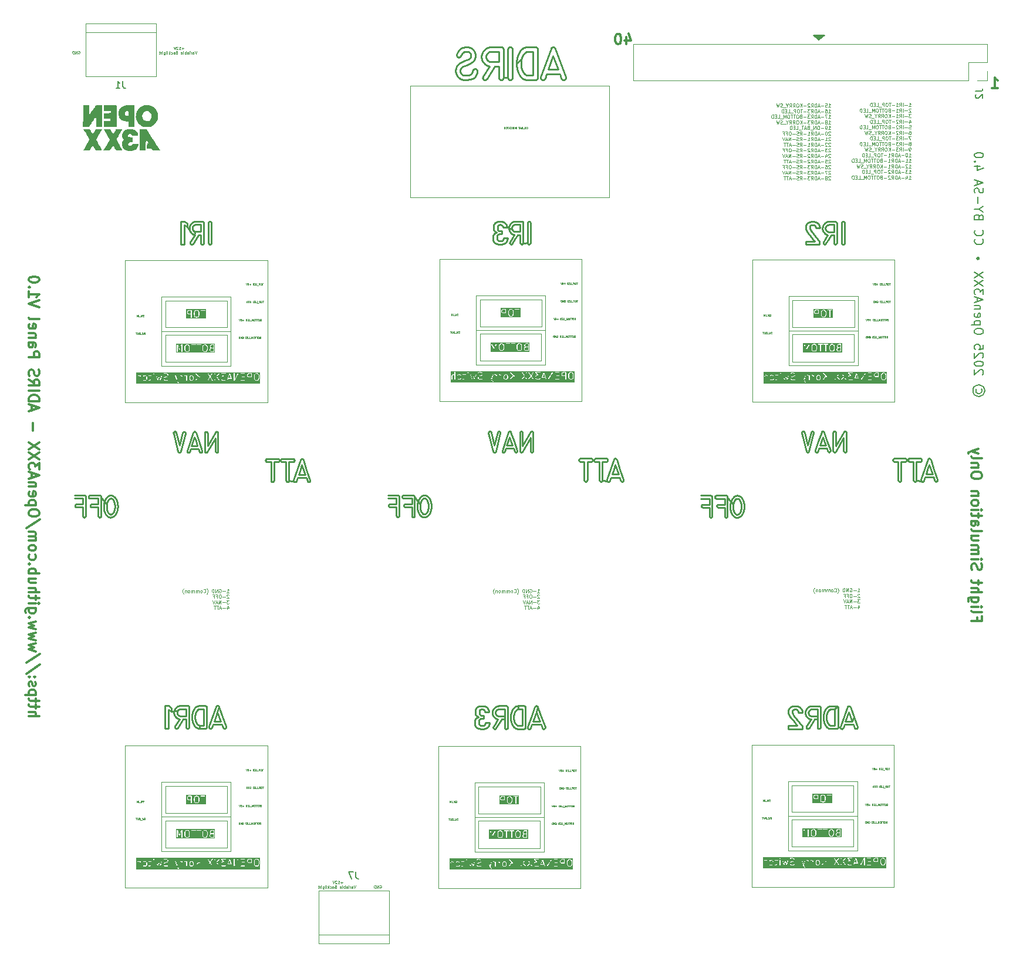
<source format=gbr>
%TF.GenerationSoftware,KiCad,Pcbnew,9.0.2*%
%TF.CreationDate,2025-06-29T15:47:53+02:00*%
%TF.ProjectId,adirs,61646972-732e-46b6-9963-61645f706362,rev?*%
%TF.SameCoordinates,Original*%
%TF.FileFunction,Legend,Bot*%
%TF.FilePolarity,Positive*%
%FSLAX46Y46*%
G04 Gerber Fmt 4.6, Leading zero omitted, Abs format (unit mm)*
G04 Created by KiCad (PCBNEW 9.0.2) date 2025-06-29 15:47:53*
%MOMM*%
%LPD*%
G01*
G04 APERTURE LIST*
%ADD10C,0.300000*%
%ADD11C,0.062500*%
%ADD12C,0.280000*%
%ADD13C,0.200000*%
%ADD14C,0.100000*%
%ADD15C,0.125000*%
%ADD16C,0.158750*%
%ADD17C,0.150000*%
%ADD18C,0.120000*%
%ADD19C,0.000000*%
G04 APERTURE END LIST*
D10*
X219152632Y-23600828D02*
X219152632Y-24600828D01*
X219509774Y-23029400D02*
X219866917Y-24100828D01*
X219866917Y-24100828D02*
X218938346Y-24100828D01*
X218081203Y-23100828D02*
X217938346Y-23100828D01*
X217938346Y-23100828D02*
X217795489Y-23172257D01*
X217795489Y-23172257D02*
X217724061Y-23243685D01*
X217724061Y-23243685D02*
X217652632Y-23386542D01*
X217652632Y-23386542D02*
X217581203Y-23672257D01*
X217581203Y-23672257D02*
X217581203Y-24029400D01*
X217581203Y-24029400D02*
X217652632Y-24315114D01*
X217652632Y-24315114D02*
X217724061Y-24457971D01*
X217724061Y-24457971D02*
X217795489Y-24529400D01*
X217795489Y-24529400D02*
X217938346Y-24600828D01*
X217938346Y-24600828D02*
X218081203Y-24600828D01*
X218081203Y-24600828D02*
X218224061Y-24529400D01*
X218224061Y-24529400D02*
X218295489Y-24457971D01*
X218295489Y-24457971D02*
X218366918Y-24315114D01*
X218366918Y-24315114D02*
X218438346Y-24029400D01*
X218438346Y-24029400D02*
X218438346Y-23672257D01*
X218438346Y-23672257D02*
X218366918Y-23386542D01*
X218366918Y-23386542D02*
X218295489Y-23243685D01*
X218295489Y-23243685D02*
X218224061Y-23172257D01*
X218224061Y-23172257D02*
X218081203Y-23100828D01*
X132999171Y-121445489D02*
X134499171Y-121445489D01*
X132999171Y-120802632D02*
X133784885Y-120802632D01*
X133784885Y-120802632D02*
X133927742Y-120874060D01*
X133927742Y-120874060D02*
X133999171Y-121016917D01*
X133999171Y-121016917D02*
X133999171Y-121231203D01*
X133999171Y-121231203D02*
X133927742Y-121374060D01*
X133927742Y-121374060D02*
X133856314Y-121445489D01*
X133999171Y-120302631D02*
X133999171Y-119731203D01*
X134499171Y-120088346D02*
X133213457Y-120088346D01*
X133213457Y-120088346D02*
X133070600Y-120016917D01*
X133070600Y-120016917D02*
X132999171Y-119874060D01*
X132999171Y-119874060D02*
X132999171Y-119731203D01*
X133999171Y-119445488D02*
X133999171Y-118874060D01*
X134499171Y-119231203D02*
X133213457Y-119231203D01*
X133213457Y-119231203D02*
X133070600Y-119159774D01*
X133070600Y-119159774D02*
X132999171Y-119016917D01*
X132999171Y-119016917D02*
X132999171Y-118874060D01*
X133999171Y-118374060D02*
X132499171Y-118374060D01*
X133927742Y-118374060D02*
X133999171Y-118231203D01*
X133999171Y-118231203D02*
X133999171Y-117945488D01*
X133999171Y-117945488D02*
X133927742Y-117802631D01*
X133927742Y-117802631D02*
X133856314Y-117731203D01*
X133856314Y-117731203D02*
X133713457Y-117659774D01*
X133713457Y-117659774D02*
X133284885Y-117659774D01*
X133284885Y-117659774D02*
X133142028Y-117731203D01*
X133142028Y-117731203D02*
X133070600Y-117802631D01*
X133070600Y-117802631D02*
X132999171Y-117945488D01*
X132999171Y-117945488D02*
X132999171Y-118231203D01*
X132999171Y-118231203D02*
X133070600Y-118374060D01*
X133070600Y-117088345D02*
X132999171Y-116945488D01*
X132999171Y-116945488D02*
X132999171Y-116659774D01*
X132999171Y-116659774D02*
X133070600Y-116516917D01*
X133070600Y-116516917D02*
X133213457Y-116445488D01*
X133213457Y-116445488D02*
X133284885Y-116445488D01*
X133284885Y-116445488D02*
X133427742Y-116516917D01*
X133427742Y-116516917D02*
X133499171Y-116659774D01*
X133499171Y-116659774D02*
X133499171Y-116874060D01*
X133499171Y-116874060D02*
X133570600Y-117016917D01*
X133570600Y-117016917D02*
X133713457Y-117088345D01*
X133713457Y-117088345D02*
X133784885Y-117088345D01*
X133784885Y-117088345D02*
X133927742Y-117016917D01*
X133927742Y-117016917D02*
X133999171Y-116874060D01*
X133999171Y-116874060D02*
X133999171Y-116659774D01*
X133999171Y-116659774D02*
X133927742Y-116516917D01*
X133142028Y-115802631D02*
X133070600Y-115731202D01*
X133070600Y-115731202D02*
X132999171Y-115802631D01*
X132999171Y-115802631D02*
X133070600Y-115874059D01*
X133070600Y-115874059D02*
X133142028Y-115802631D01*
X133142028Y-115802631D02*
X132999171Y-115802631D01*
X133927742Y-115802631D02*
X133856314Y-115731202D01*
X133856314Y-115731202D02*
X133784885Y-115802631D01*
X133784885Y-115802631D02*
X133856314Y-115874059D01*
X133856314Y-115874059D02*
X133927742Y-115802631D01*
X133927742Y-115802631D02*
X133784885Y-115802631D01*
X134570600Y-114016916D02*
X132642028Y-115302630D01*
X134570600Y-112445487D02*
X132642028Y-113731201D01*
X133999171Y-112088344D02*
X132999171Y-111802630D01*
X132999171Y-111802630D02*
X133713457Y-111516915D01*
X133713457Y-111516915D02*
X132999171Y-111231201D01*
X132999171Y-111231201D02*
X133999171Y-110945487D01*
X133999171Y-110516915D02*
X132999171Y-110231201D01*
X132999171Y-110231201D02*
X133713457Y-109945486D01*
X133713457Y-109945486D02*
X132999171Y-109659772D01*
X132999171Y-109659772D02*
X133999171Y-109374058D01*
X133999171Y-108945486D02*
X132999171Y-108659772D01*
X132999171Y-108659772D02*
X133713457Y-108374057D01*
X133713457Y-108374057D02*
X132999171Y-108088343D01*
X132999171Y-108088343D02*
X133999171Y-107802629D01*
X133142028Y-107231200D02*
X133070600Y-107159771D01*
X133070600Y-107159771D02*
X132999171Y-107231200D01*
X132999171Y-107231200D02*
X133070600Y-107302628D01*
X133070600Y-107302628D02*
X133142028Y-107231200D01*
X133142028Y-107231200D02*
X132999171Y-107231200D01*
X133999171Y-105874057D02*
X132784885Y-105874057D01*
X132784885Y-105874057D02*
X132642028Y-105945485D01*
X132642028Y-105945485D02*
X132570600Y-106016914D01*
X132570600Y-106016914D02*
X132499171Y-106159771D01*
X132499171Y-106159771D02*
X132499171Y-106374057D01*
X132499171Y-106374057D02*
X132570600Y-106516914D01*
X133070600Y-105874057D02*
X132999171Y-106016914D01*
X132999171Y-106016914D02*
X132999171Y-106302628D01*
X132999171Y-106302628D02*
X133070600Y-106445485D01*
X133070600Y-106445485D02*
X133142028Y-106516914D01*
X133142028Y-106516914D02*
X133284885Y-106588342D01*
X133284885Y-106588342D02*
X133713457Y-106588342D01*
X133713457Y-106588342D02*
X133856314Y-106516914D01*
X133856314Y-106516914D02*
X133927742Y-106445485D01*
X133927742Y-106445485D02*
X133999171Y-106302628D01*
X133999171Y-106302628D02*
X133999171Y-106016914D01*
X133999171Y-106016914D02*
X133927742Y-105874057D01*
X132999171Y-105159771D02*
X133999171Y-105159771D01*
X134499171Y-105159771D02*
X134427742Y-105231199D01*
X134427742Y-105231199D02*
X134356314Y-105159771D01*
X134356314Y-105159771D02*
X134427742Y-105088342D01*
X134427742Y-105088342D02*
X134499171Y-105159771D01*
X134499171Y-105159771D02*
X134356314Y-105159771D01*
X133999171Y-104659770D02*
X133999171Y-104088342D01*
X134499171Y-104445485D02*
X133213457Y-104445485D01*
X133213457Y-104445485D02*
X133070600Y-104374056D01*
X133070600Y-104374056D02*
X132999171Y-104231199D01*
X132999171Y-104231199D02*
X132999171Y-104088342D01*
X132999171Y-103588342D02*
X134499171Y-103588342D01*
X132999171Y-102945485D02*
X133784885Y-102945485D01*
X133784885Y-102945485D02*
X133927742Y-103016913D01*
X133927742Y-103016913D02*
X133999171Y-103159770D01*
X133999171Y-103159770D02*
X133999171Y-103374056D01*
X133999171Y-103374056D02*
X133927742Y-103516913D01*
X133927742Y-103516913D02*
X133856314Y-103588342D01*
X133999171Y-101588342D02*
X132999171Y-101588342D01*
X133999171Y-102231199D02*
X133213457Y-102231199D01*
X133213457Y-102231199D02*
X133070600Y-102159770D01*
X133070600Y-102159770D02*
X132999171Y-102016913D01*
X132999171Y-102016913D02*
X132999171Y-101802627D01*
X132999171Y-101802627D02*
X133070600Y-101659770D01*
X133070600Y-101659770D02*
X133142028Y-101588342D01*
X132999171Y-100874056D02*
X134499171Y-100874056D01*
X133927742Y-100874056D02*
X133999171Y-100731199D01*
X133999171Y-100731199D02*
X133999171Y-100445484D01*
X133999171Y-100445484D02*
X133927742Y-100302627D01*
X133927742Y-100302627D02*
X133856314Y-100231199D01*
X133856314Y-100231199D02*
X133713457Y-100159770D01*
X133713457Y-100159770D02*
X133284885Y-100159770D01*
X133284885Y-100159770D02*
X133142028Y-100231199D01*
X133142028Y-100231199D02*
X133070600Y-100302627D01*
X133070600Y-100302627D02*
X132999171Y-100445484D01*
X132999171Y-100445484D02*
X132999171Y-100731199D01*
X132999171Y-100731199D02*
X133070600Y-100874056D01*
X133142028Y-99516913D02*
X133070600Y-99445484D01*
X133070600Y-99445484D02*
X132999171Y-99516913D01*
X132999171Y-99516913D02*
X133070600Y-99588341D01*
X133070600Y-99588341D02*
X133142028Y-99516913D01*
X133142028Y-99516913D02*
X132999171Y-99516913D01*
X133070600Y-98159770D02*
X132999171Y-98302627D01*
X132999171Y-98302627D02*
X132999171Y-98588341D01*
X132999171Y-98588341D02*
X133070600Y-98731198D01*
X133070600Y-98731198D02*
X133142028Y-98802627D01*
X133142028Y-98802627D02*
X133284885Y-98874055D01*
X133284885Y-98874055D02*
X133713457Y-98874055D01*
X133713457Y-98874055D02*
X133856314Y-98802627D01*
X133856314Y-98802627D02*
X133927742Y-98731198D01*
X133927742Y-98731198D02*
X133999171Y-98588341D01*
X133999171Y-98588341D02*
X133999171Y-98302627D01*
X133999171Y-98302627D02*
X133927742Y-98159770D01*
X132999171Y-97302627D02*
X133070600Y-97445484D01*
X133070600Y-97445484D02*
X133142028Y-97516913D01*
X133142028Y-97516913D02*
X133284885Y-97588341D01*
X133284885Y-97588341D02*
X133713457Y-97588341D01*
X133713457Y-97588341D02*
X133856314Y-97516913D01*
X133856314Y-97516913D02*
X133927742Y-97445484D01*
X133927742Y-97445484D02*
X133999171Y-97302627D01*
X133999171Y-97302627D02*
X133999171Y-97088341D01*
X133999171Y-97088341D02*
X133927742Y-96945484D01*
X133927742Y-96945484D02*
X133856314Y-96874056D01*
X133856314Y-96874056D02*
X133713457Y-96802627D01*
X133713457Y-96802627D02*
X133284885Y-96802627D01*
X133284885Y-96802627D02*
X133142028Y-96874056D01*
X133142028Y-96874056D02*
X133070600Y-96945484D01*
X133070600Y-96945484D02*
X132999171Y-97088341D01*
X132999171Y-97088341D02*
X132999171Y-97302627D01*
X132999171Y-96159770D02*
X133999171Y-96159770D01*
X133856314Y-96159770D02*
X133927742Y-96088341D01*
X133927742Y-96088341D02*
X133999171Y-95945484D01*
X133999171Y-95945484D02*
X133999171Y-95731198D01*
X133999171Y-95731198D02*
X133927742Y-95588341D01*
X133927742Y-95588341D02*
X133784885Y-95516913D01*
X133784885Y-95516913D02*
X132999171Y-95516913D01*
X133784885Y-95516913D02*
X133927742Y-95445484D01*
X133927742Y-95445484D02*
X133999171Y-95302627D01*
X133999171Y-95302627D02*
X133999171Y-95088341D01*
X133999171Y-95088341D02*
X133927742Y-94945484D01*
X133927742Y-94945484D02*
X133784885Y-94874055D01*
X133784885Y-94874055D02*
X132999171Y-94874055D01*
X134570600Y-93088341D02*
X132642028Y-94374055D01*
X134499171Y-92302626D02*
X134499171Y-92016912D01*
X134499171Y-92016912D02*
X134427742Y-91874055D01*
X134427742Y-91874055D02*
X134284885Y-91731198D01*
X134284885Y-91731198D02*
X133999171Y-91659769D01*
X133999171Y-91659769D02*
X133499171Y-91659769D01*
X133499171Y-91659769D02*
X133213457Y-91731198D01*
X133213457Y-91731198D02*
X133070600Y-91874055D01*
X133070600Y-91874055D02*
X132999171Y-92016912D01*
X132999171Y-92016912D02*
X132999171Y-92302626D01*
X132999171Y-92302626D02*
X133070600Y-92445484D01*
X133070600Y-92445484D02*
X133213457Y-92588341D01*
X133213457Y-92588341D02*
X133499171Y-92659769D01*
X133499171Y-92659769D02*
X133999171Y-92659769D01*
X133999171Y-92659769D02*
X134284885Y-92588341D01*
X134284885Y-92588341D02*
X134427742Y-92445484D01*
X134427742Y-92445484D02*
X134499171Y-92302626D01*
X133999171Y-91016912D02*
X132499171Y-91016912D01*
X133927742Y-91016912D02*
X133999171Y-90874055D01*
X133999171Y-90874055D02*
X133999171Y-90588340D01*
X133999171Y-90588340D02*
X133927742Y-90445483D01*
X133927742Y-90445483D02*
X133856314Y-90374055D01*
X133856314Y-90374055D02*
X133713457Y-90302626D01*
X133713457Y-90302626D02*
X133284885Y-90302626D01*
X133284885Y-90302626D02*
X133142028Y-90374055D01*
X133142028Y-90374055D02*
X133070600Y-90445483D01*
X133070600Y-90445483D02*
X132999171Y-90588340D01*
X132999171Y-90588340D02*
X132999171Y-90874055D01*
X132999171Y-90874055D02*
X133070600Y-91016912D01*
X133070600Y-89088340D02*
X132999171Y-89231197D01*
X132999171Y-89231197D02*
X132999171Y-89516912D01*
X132999171Y-89516912D02*
X133070600Y-89659769D01*
X133070600Y-89659769D02*
X133213457Y-89731197D01*
X133213457Y-89731197D02*
X133784885Y-89731197D01*
X133784885Y-89731197D02*
X133927742Y-89659769D01*
X133927742Y-89659769D02*
X133999171Y-89516912D01*
X133999171Y-89516912D02*
X133999171Y-89231197D01*
X133999171Y-89231197D02*
X133927742Y-89088340D01*
X133927742Y-89088340D02*
X133784885Y-89016912D01*
X133784885Y-89016912D02*
X133642028Y-89016912D01*
X133642028Y-89016912D02*
X133499171Y-89731197D01*
X133999171Y-88374055D02*
X132999171Y-88374055D01*
X133856314Y-88374055D02*
X133927742Y-88302626D01*
X133927742Y-88302626D02*
X133999171Y-88159769D01*
X133999171Y-88159769D02*
X133999171Y-87945483D01*
X133999171Y-87945483D02*
X133927742Y-87802626D01*
X133927742Y-87802626D02*
X133784885Y-87731198D01*
X133784885Y-87731198D02*
X132999171Y-87731198D01*
X133427742Y-87088340D02*
X133427742Y-86374055D01*
X132999171Y-87231197D02*
X134499171Y-86731197D01*
X134499171Y-86731197D02*
X132999171Y-86231197D01*
X134499171Y-85874055D02*
X134499171Y-84945483D01*
X134499171Y-84945483D02*
X133927742Y-85445483D01*
X133927742Y-85445483D02*
X133927742Y-85231198D01*
X133927742Y-85231198D02*
X133856314Y-85088341D01*
X133856314Y-85088341D02*
X133784885Y-85016912D01*
X133784885Y-85016912D02*
X133642028Y-84945483D01*
X133642028Y-84945483D02*
X133284885Y-84945483D01*
X133284885Y-84945483D02*
X133142028Y-85016912D01*
X133142028Y-85016912D02*
X133070600Y-85088341D01*
X133070600Y-85088341D02*
X132999171Y-85231198D01*
X132999171Y-85231198D02*
X132999171Y-85659769D01*
X132999171Y-85659769D02*
X133070600Y-85802626D01*
X133070600Y-85802626D02*
X133142028Y-85874055D01*
X134499171Y-84445484D02*
X132999171Y-83445484D01*
X134499171Y-83445484D02*
X132999171Y-84445484D01*
X134499171Y-83016913D02*
X132999171Y-82016913D01*
X134499171Y-82016913D02*
X132999171Y-83016913D01*
X133570600Y-80302628D02*
X133570600Y-79159771D01*
X133427742Y-77374056D02*
X133427742Y-76659771D01*
X132999171Y-77516913D02*
X134499171Y-77016913D01*
X134499171Y-77016913D02*
X132999171Y-76516913D01*
X132999171Y-76016914D02*
X134499171Y-76016914D01*
X134499171Y-76016914D02*
X134499171Y-75659771D01*
X134499171Y-75659771D02*
X134427742Y-75445485D01*
X134427742Y-75445485D02*
X134284885Y-75302628D01*
X134284885Y-75302628D02*
X134142028Y-75231199D01*
X134142028Y-75231199D02*
X133856314Y-75159771D01*
X133856314Y-75159771D02*
X133642028Y-75159771D01*
X133642028Y-75159771D02*
X133356314Y-75231199D01*
X133356314Y-75231199D02*
X133213457Y-75302628D01*
X133213457Y-75302628D02*
X133070600Y-75445485D01*
X133070600Y-75445485D02*
X132999171Y-75659771D01*
X132999171Y-75659771D02*
X132999171Y-76016914D01*
X132999171Y-74516914D02*
X134499171Y-74516914D01*
X132999171Y-72945485D02*
X133713457Y-73445485D01*
X132999171Y-73802628D02*
X134499171Y-73802628D01*
X134499171Y-73802628D02*
X134499171Y-73231199D01*
X134499171Y-73231199D02*
X134427742Y-73088342D01*
X134427742Y-73088342D02*
X134356314Y-73016913D01*
X134356314Y-73016913D02*
X134213457Y-72945485D01*
X134213457Y-72945485D02*
X133999171Y-72945485D01*
X133999171Y-72945485D02*
X133856314Y-73016913D01*
X133856314Y-73016913D02*
X133784885Y-73088342D01*
X133784885Y-73088342D02*
X133713457Y-73231199D01*
X133713457Y-73231199D02*
X133713457Y-73802628D01*
X133070600Y-72374056D02*
X132999171Y-72159771D01*
X132999171Y-72159771D02*
X132999171Y-71802628D01*
X132999171Y-71802628D02*
X133070600Y-71659771D01*
X133070600Y-71659771D02*
X133142028Y-71588342D01*
X133142028Y-71588342D02*
X133284885Y-71516913D01*
X133284885Y-71516913D02*
X133427742Y-71516913D01*
X133427742Y-71516913D02*
X133570600Y-71588342D01*
X133570600Y-71588342D02*
X133642028Y-71659771D01*
X133642028Y-71659771D02*
X133713457Y-71802628D01*
X133713457Y-71802628D02*
X133784885Y-72088342D01*
X133784885Y-72088342D02*
X133856314Y-72231199D01*
X133856314Y-72231199D02*
X133927742Y-72302628D01*
X133927742Y-72302628D02*
X134070600Y-72374056D01*
X134070600Y-72374056D02*
X134213457Y-72374056D01*
X134213457Y-72374056D02*
X134356314Y-72302628D01*
X134356314Y-72302628D02*
X134427742Y-72231199D01*
X134427742Y-72231199D02*
X134499171Y-72088342D01*
X134499171Y-72088342D02*
X134499171Y-71731199D01*
X134499171Y-71731199D02*
X134427742Y-71516913D01*
X132999171Y-69731200D02*
X134499171Y-69731200D01*
X134499171Y-69731200D02*
X134499171Y-69159771D01*
X134499171Y-69159771D02*
X134427742Y-69016914D01*
X134427742Y-69016914D02*
X134356314Y-68945485D01*
X134356314Y-68945485D02*
X134213457Y-68874057D01*
X134213457Y-68874057D02*
X133999171Y-68874057D01*
X133999171Y-68874057D02*
X133856314Y-68945485D01*
X133856314Y-68945485D02*
X133784885Y-69016914D01*
X133784885Y-69016914D02*
X133713457Y-69159771D01*
X133713457Y-69159771D02*
X133713457Y-69731200D01*
X132999171Y-67588343D02*
X133784885Y-67588343D01*
X133784885Y-67588343D02*
X133927742Y-67659771D01*
X133927742Y-67659771D02*
X133999171Y-67802628D01*
X133999171Y-67802628D02*
X133999171Y-68088343D01*
X133999171Y-68088343D02*
X133927742Y-68231200D01*
X133070600Y-67588343D02*
X132999171Y-67731200D01*
X132999171Y-67731200D02*
X132999171Y-68088343D01*
X132999171Y-68088343D02*
X133070600Y-68231200D01*
X133070600Y-68231200D02*
X133213457Y-68302628D01*
X133213457Y-68302628D02*
X133356314Y-68302628D01*
X133356314Y-68302628D02*
X133499171Y-68231200D01*
X133499171Y-68231200D02*
X133570600Y-68088343D01*
X133570600Y-68088343D02*
X133570600Y-67731200D01*
X133570600Y-67731200D02*
X133642028Y-67588343D01*
X133999171Y-66874057D02*
X132999171Y-66874057D01*
X133856314Y-66874057D02*
X133927742Y-66802628D01*
X133927742Y-66802628D02*
X133999171Y-66659771D01*
X133999171Y-66659771D02*
X133999171Y-66445485D01*
X133999171Y-66445485D02*
X133927742Y-66302628D01*
X133927742Y-66302628D02*
X133784885Y-66231200D01*
X133784885Y-66231200D02*
X132999171Y-66231200D01*
X133070600Y-64945485D02*
X132999171Y-65088342D01*
X132999171Y-65088342D02*
X132999171Y-65374057D01*
X132999171Y-65374057D02*
X133070600Y-65516914D01*
X133070600Y-65516914D02*
X133213457Y-65588342D01*
X133213457Y-65588342D02*
X133784885Y-65588342D01*
X133784885Y-65588342D02*
X133927742Y-65516914D01*
X133927742Y-65516914D02*
X133999171Y-65374057D01*
X133999171Y-65374057D02*
X133999171Y-65088342D01*
X133999171Y-65088342D02*
X133927742Y-64945485D01*
X133927742Y-64945485D02*
X133784885Y-64874057D01*
X133784885Y-64874057D02*
X133642028Y-64874057D01*
X133642028Y-64874057D02*
X133499171Y-65588342D01*
X132999171Y-64016914D02*
X133070600Y-64159771D01*
X133070600Y-64159771D02*
X133213457Y-64231200D01*
X133213457Y-64231200D02*
X134499171Y-64231200D01*
X134499171Y-62516914D02*
X132999171Y-62016914D01*
X132999171Y-62016914D02*
X134499171Y-61516914D01*
X132999171Y-60231200D02*
X132999171Y-61088343D01*
X132999171Y-60659772D02*
X134499171Y-60659772D01*
X134499171Y-60659772D02*
X134284885Y-60802629D01*
X134284885Y-60802629D02*
X134142028Y-60945486D01*
X134142028Y-60945486D02*
X134070600Y-61088343D01*
X133142028Y-59588344D02*
X133070600Y-59516915D01*
X133070600Y-59516915D02*
X132999171Y-59588344D01*
X132999171Y-59588344D02*
X133070600Y-59659772D01*
X133070600Y-59659772D02*
X133142028Y-59588344D01*
X133142028Y-59588344D02*
X132999171Y-59588344D01*
X134499171Y-58588343D02*
X134499171Y-58445486D01*
X134499171Y-58445486D02*
X134427742Y-58302629D01*
X134427742Y-58302629D02*
X134356314Y-58231201D01*
X134356314Y-58231201D02*
X134213457Y-58159772D01*
X134213457Y-58159772D02*
X133927742Y-58088343D01*
X133927742Y-58088343D02*
X133570600Y-58088343D01*
X133570600Y-58088343D02*
X133284885Y-58159772D01*
X133284885Y-58159772D02*
X133142028Y-58231201D01*
X133142028Y-58231201D02*
X133070600Y-58302629D01*
X133070600Y-58302629D02*
X132999171Y-58445486D01*
X132999171Y-58445486D02*
X132999171Y-58588343D01*
X132999171Y-58588343D02*
X133070600Y-58731201D01*
X133070600Y-58731201D02*
X133142028Y-58802629D01*
X133142028Y-58802629D02*
X133284885Y-58874058D01*
X133284885Y-58874058D02*
X133570600Y-58945486D01*
X133570600Y-58945486D02*
X133927742Y-58945486D01*
X133927742Y-58945486D02*
X134213457Y-58874058D01*
X134213457Y-58874058D02*
X134356314Y-58802629D01*
X134356314Y-58802629D02*
X134427742Y-58731201D01*
X134427742Y-58731201D02*
X134499171Y-58588343D01*
D11*
X178282141Y-145432427D02*
X177977380Y-145432427D01*
X178129760Y-145584808D02*
X178129760Y-145280046D01*
X177577380Y-145584808D02*
X177805951Y-145584808D01*
X177691665Y-145584808D02*
X177691665Y-145184808D01*
X177691665Y-145184808D02*
X177729761Y-145241951D01*
X177729761Y-145241951D02*
X177767856Y-145280046D01*
X177767856Y-145280046D02*
X177805951Y-145299094D01*
X177424999Y-145222903D02*
X177405951Y-145203856D01*
X177405951Y-145203856D02*
X177367856Y-145184808D01*
X177367856Y-145184808D02*
X177272618Y-145184808D01*
X177272618Y-145184808D02*
X177234523Y-145203856D01*
X177234523Y-145203856D02*
X177215475Y-145222903D01*
X177215475Y-145222903D02*
X177196428Y-145260999D01*
X177196428Y-145260999D02*
X177196428Y-145299094D01*
X177196428Y-145299094D02*
X177215475Y-145356237D01*
X177215475Y-145356237D02*
X177444047Y-145584808D01*
X177444047Y-145584808D02*
X177196428Y-145584808D01*
X177082142Y-145184808D02*
X176948809Y-145584808D01*
X176948809Y-145584808D02*
X176815476Y-145184808D01*
X180139285Y-145828786D02*
X180005952Y-146228786D01*
X180005952Y-146228786D02*
X179872619Y-145828786D01*
X179567857Y-146228786D02*
X179567857Y-146019262D01*
X179567857Y-146019262D02*
X179586904Y-145981167D01*
X179586904Y-145981167D02*
X179625000Y-145962119D01*
X179625000Y-145962119D02*
X179701190Y-145962119D01*
X179701190Y-145962119D02*
X179739285Y-145981167D01*
X179567857Y-146209739D02*
X179605952Y-146228786D01*
X179605952Y-146228786D02*
X179701190Y-146228786D01*
X179701190Y-146228786D02*
X179739285Y-146209739D01*
X179739285Y-146209739D02*
X179758333Y-146171643D01*
X179758333Y-146171643D02*
X179758333Y-146133548D01*
X179758333Y-146133548D02*
X179739285Y-146095453D01*
X179739285Y-146095453D02*
X179701190Y-146076405D01*
X179701190Y-146076405D02*
X179605952Y-146076405D01*
X179605952Y-146076405D02*
X179567857Y-146057358D01*
X179377380Y-146228786D02*
X179377380Y-145962119D01*
X179377380Y-146038310D02*
X179358333Y-146000215D01*
X179358333Y-146000215D02*
X179339285Y-145981167D01*
X179339285Y-145981167D02*
X179301190Y-145962119D01*
X179301190Y-145962119D02*
X179263095Y-145962119D01*
X179129761Y-146228786D02*
X179129761Y-145962119D01*
X179129761Y-145828786D02*
X179148809Y-145847834D01*
X179148809Y-145847834D02*
X179129761Y-145866881D01*
X179129761Y-145866881D02*
X179110714Y-145847834D01*
X179110714Y-145847834D02*
X179129761Y-145828786D01*
X179129761Y-145828786D02*
X179129761Y-145866881D01*
X178767857Y-146228786D02*
X178767857Y-146019262D01*
X178767857Y-146019262D02*
X178786904Y-145981167D01*
X178786904Y-145981167D02*
X178825000Y-145962119D01*
X178825000Y-145962119D02*
X178901190Y-145962119D01*
X178901190Y-145962119D02*
X178939285Y-145981167D01*
X178767857Y-146209739D02*
X178805952Y-146228786D01*
X178805952Y-146228786D02*
X178901190Y-146228786D01*
X178901190Y-146228786D02*
X178939285Y-146209739D01*
X178939285Y-146209739D02*
X178958333Y-146171643D01*
X178958333Y-146171643D02*
X178958333Y-146133548D01*
X178958333Y-146133548D02*
X178939285Y-146095453D01*
X178939285Y-146095453D02*
X178901190Y-146076405D01*
X178901190Y-146076405D02*
X178805952Y-146076405D01*
X178805952Y-146076405D02*
X178767857Y-146057358D01*
X178577380Y-146228786D02*
X178577380Y-145828786D01*
X178577380Y-145981167D02*
X178539285Y-145962119D01*
X178539285Y-145962119D02*
X178463095Y-145962119D01*
X178463095Y-145962119D02*
X178424999Y-145981167D01*
X178424999Y-145981167D02*
X178405952Y-146000215D01*
X178405952Y-146000215D02*
X178386904Y-146038310D01*
X178386904Y-146038310D02*
X178386904Y-146152596D01*
X178386904Y-146152596D02*
X178405952Y-146190691D01*
X178405952Y-146190691D02*
X178424999Y-146209739D01*
X178424999Y-146209739D02*
X178463095Y-146228786D01*
X178463095Y-146228786D02*
X178539285Y-146228786D01*
X178539285Y-146228786D02*
X178577380Y-146209739D01*
X178158333Y-146228786D02*
X178196428Y-146209739D01*
X178196428Y-146209739D02*
X178215475Y-146171643D01*
X178215475Y-146171643D02*
X178215475Y-145828786D01*
X177853570Y-146209739D02*
X177891666Y-146228786D01*
X177891666Y-146228786D02*
X177967856Y-146228786D01*
X177967856Y-146228786D02*
X178005951Y-146209739D01*
X178005951Y-146209739D02*
X178024999Y-146171643D01*
X178024999Y-146171643D02*
X178024999Y-146019262D01*
X178024999Y-146019262D02*
X178005951Y-145981167D01*
X178005951Y-145981167D02*
X177967856Y-145962119D01*
X177967856Y-145962119D02*
X177891666Y-145962119D01*
X177891666Y-145962119D02*
X177853570Y-145981167D01*
X177853570Y-145981167D02*
X177834523Y-146019262D01*
X177834523Y-146019262D02*
X177834523Y-146057358D01*
X177834523Y-146057358D02*
X178024999Y-146095453D01*
X177224999Y-146019262D02*
X177167856Y-146038310D01*
X177167856Y-146038310D02*
X177148809Y-146057358D01*
X177148809Y-146057358D02*
X177129761Y-146095453D01*
X177129761Y-146095453D02*
X177129761Y-146152596D01*
X177129761Y-146152596D02*
X177148809Y-146190691D01*
X177148809Y-146190691D02*
X177167856Y-146209739D01*
X177167856Y-146209739D02*
X177205951Y-146228786D01*
X177205951Y-146228786D02*
X177358332Y-146228786D01*
X177358332Y-146228786D02*
X177358332Y-145828786D01*
X177358332Y-145828786D02*
X177224999Y-145828786D01*
X177224999Y-145828786D02*
X177186904Y-145847834D01*
X177186904Y-145847834D02*
X177167856Y-145866881D01*
X177167856Y-145866881D02*
X177148809Y-145904977D01*
X177148809Y-145904977D02*
X177148809Y-145943072D01*
X177148809Y-145943072D02*
X177167856Y-145981167D01*
X177167856Y-145981167D02*
X177186904Y-146000215D01*
X177186904Y-146000215D02*
X177224999Y-146019262D01*
X177224999Y-146019262D02*
X177358332Y-146019262D01*
X176786904Y-146228786D02*
X176786904Y-146019262D01*
X176786904Y-146019262D02*
X176805951Y-145981167D01*
X176805951Y-145981167D02*
X176844047Y-145962119D01*
X176844047Y-145962119D02*
X176920237Y-145962119D01*
X176920237Y-145962119D02*
X176958332Y-145981167D01*
X176786904Y-146209739D02*
X176824999Y-146228786D01*
X176824999Y-146228786D02*
X176920237Y-146228786D01*
X176920237Y-146228786D02*
X176958332Y-146209739D01*
X176958332Y-146209739D02*
X176977380Y-146171643D01*
X176977380Y-146171643D02*
X176977380Y-146133548D01*
X176977380Y-146133548D02*
X176958332Y-146095453D01*
X176958332Y-146095453D02*
X176920237Y-146076405D01*
X176920237Y-146076405D02*
X176824999Y-146076405D01*
X176824999Y-146076405D02*
X176786904Y-146057358D01*
X176424999Y-146209739D02*
X176463094Y-146228786D01*
X176463094Y-146228786D02*
X176539285Y-146228786D01*
X176539285Y-146228786D02*
X176577380Y-146209739D01*
X176577380Y-146209739D02*
X176596427Y-146190691D01*
X176596427Y-146190691D02*
X176615475Y-146152596D01*
X176615475Y-146152596D02*
X176615475Y-146038310D01*
X176615475Y-146038310D02*
X176596427Y-146000215D01*
X176596427Y-146000215D02*
X176577380Y-145981167D01*
X176577380Y-145981167D02*
X176539285Y-145962119D01*
X176539285Y-145962119D02*
X176463094Y-145962119D01*
X176463094Y-145962119D02*
X176424999Y-145981167D01*
X176253570Y-146228786D02*
X176253570Y-145828786D01*
X176215475Y-146076405D02*
X176101189Y-146228786D01*
X176101189Y-145962119D02*
X176253570Y-146114500D01*
X175872618Y-146228786D02*
X175910713Y-146209739D01*
X175910713Y-146209739D02*
X175929760Y-146171643D01*
X175929760Y-146171643D02*
X175929760Y-145828786D01*
X175720236Y-146228786D02*
X175720236Y-145962119D01*
X175720236Y-145828786D02*
X175739284Y-145847834D01*
X175739284Y-145847834D02*
X175720236Y-145866881D01*
X175720236Y-145866881D02*
X175701189Y-145847834D01*
X175701189Y-145847834D02*
X175720236Y-145828786D01*
X175720236Y-145828786D02*
X175720236Y-145866881D01*
X175358332Y-145962119D02*
X175358332Y-146285929D01*
X175358332Y-146285929D02*
X175377379Y-146324024D01*
X175377379Y-146324024D02*
X175396427Y-146343072D01*
X175396427Y-146343072D02*
X175434522Y-146362119D01*
X175434522Y-146362119D02*
X175491665Y-146362119D01*
X175491665Y-146362119D02*
X175529760Y-146343072D01*
X175358332Y-146209739D02*
X175396427Y-146228786D01*
X175396427Y-146228786D02*
X175472618Y-146228786D01*
X175472618Y-146228786D02*
X175510713Y-146209739D01*
X175510713Y-146209739D02*
X175529760Y-146190691D01*
X175529760Y-146190691D02*
X175548808Y-146152596D01*
X175548808Y-146152596D02*
X175548808Y-146038310D01*
X175548808Y-146038310D02*
X175529760Y-146000215D01*
X175529760Y-146000215D02*
X175510713Y-145981167D01*
X175510713Y-145981167D02*
X175472618Y-145962119D01*
X175472618Y-145962119D02*
X175396427Y-145962119D01*
X175396427Y-145962119D02*
X175358332Y-145981167D01*
X175167855Y-146228786D02*
X175167855Y-145828786D01*
X174996427Y-146228786D02*
X174996427Y-146019262D01*
X174996427Y-146019262D02*
X175015474Y-145981167D01*
X175015474Y-145981167D02*
X175053570Y-145962119D01*
X175053570Y-145962119D02*
X175110713Y-145962119D01*
X175110713Y-145962119D02*
X175148808Y-145981167D01*
X175148808Y-145981167D02*
X175167855Y-146000215D01*
X174863093Y-145962119D02*
X174710712Y-145962119D01*
X174805950Y-145828786D02*
X174805950Y-146171643D01*
X174805950Y-146171643D02*
X174786903Y-146209739D01*
X174786903Y-146209739D02*
X174748808Y-146228786D01*
X174748808Y-146228786D02*
X174710712Y-146228786D01*
X183604762Y-145825845D02*
X183642857Y-145806797D01*
X183642857Y-145806797D02*
X183700000Y-145806797D01*
X183700000Y-145806797D02*
X183757143Y-145825845D01*
X183757143Y-145825845D02*
X183795238Y-145863940D01*
X183795238Y-145863940D02*
X183814285Y-145902035D01*
X183814285Y-145902035D02*
X183833333Y-145978226D01*
X183833333Y-145978226D02*
X183833333Y-146035369D01*
X183833333Y-146035369D02*
X183814285Y-146111559D01*
X183814285Y-146111559D02*
X183795238Y-146149654D01*
X183795238Y-146149654D02*
X183757143Y-146187750D01*
X183757143Y-146187750D02*
X183700000Y-146206797D01*
X183700000Y-146206797D02*
X183661904Y-146206797D01*
X183661904Y-146206797D02*
X183604762Y-146187750D01*
X183604762Y-146187750D02*
X183585714Y-146168702D01*
X183585714Y-146168702D02*
X183585714Y-146035369D01*
X183585714Y-146035369D02*
X183661904Y-146035369D01*
X183414285Y-146206797D02*
X183414285Y-145806797D01*
X183414285Y-145806797D02*
X183185714Y-146206797D01*
X183185714Y-146206797D02*
X183185714Y-145806797D01*
X182995237Y-146206797D02*
X182995237Y-145806797D01*
X182995237Y-145806797D02*
X182899999Y-145806797D01*
X182899999Y-145806797D02*
X182842856Y-145825845D01*
X182842856Y-145825845D02*
X182804761Y-145863940D01*
X182804761Y-145863940D02*
X182785714Y-145902035D01*
X182785714Y-145902035D02*
X182766666Y-145978226D01*
X182766666Y-145978226D02*
X182766666Y-146035369D01*
X182766666Y-146035369D02*
X182785714Y-146111559D01*
X182785714Y-146111559D02*
X182804761Y-146149654D01*
X182804761Y-146149654D02*
X182842856Y-146187750D01*
X182842856Y-146187750D02*
X182899999Y-146206797D01*
X182899999Y-146206797D02*
X182995237Y-146206797D01*
D12*
X202989663Y-122085916D02*
X202984780Y-122070520D01*
X231561488Y-89855543D02*
X231561087Y-89852479D01*
X231560668Y-89849437D01*
X231560234Y-89846435D01*
X231559783Y-89843454D01*
X231559318Y-89840511D01*
X231558836Y-89837590D01*
X231558340Y-89834707D01*
X231557827Y-89831845D01*
X231557300Y-89829020D01*
X231556757Y-89826216D01*
X231556201Y-89823448D01*
X231555628Y-89820700D01*
X231555043Y-89817989D01*
X231554441Y-89815297D01*
X231553826Y-89812641D01*
X231553196Y-89810004D01*
X231552553Y-89807402D01*
X231551894Y-89804820D01*
X231551223Y-89802271D01*
X231550537Y-89799741D01*
X231549839Y-89797245D01*
X231549125Y-89794767D01*
X231548400Y-89792322D01*
X231547660Y-89789896D01*
X231546908Y-89787501D01*
X231546141Y-89785125D01*
X231545363Y-89782780D01*
X231544570Y-89780454D01*
X231543766Y-89778157D01*
X231542948Y-89775879D01*
X231542119Y-89773631D01*
X231541275Y-89771400D01*
X231540420Y-89769199D01*
X231539551Y-89767015D01*
X231538672Y-89764860D01*
X231537778Y-89762722D01*
X231536875Y-89760612D01*
X231535957Y-89758519D01*
X231535028Y-89756454D01*
X231534086Y-89754405D01*
X231533134Y-89752384D01*
X231532168Y-89750379D01*
X231531192Y-89748400D01*
X231530202Y-89746438D01*
X231529202Y-89744501D01*
X231528189Y-89742581D01*
X231527165Y-89740686D01*
X231526129Y-89738807D01*
X231525082Y-89736953D01*
X231524022Y-89735115D01*
X231522952Y-89733300D01*
X231521869Y-89731502D01*
X231520776Y-89729727D01*
X231519670Y-89727968D01*
X231518554Y-89726231D01*
X231517424Y-89724511D01*
X231516285Y-89722812D01*
X231515133Y-89721129D01*
X231513971Y-89719468D01*
X231512796Y-89717823D01*
X231511611Y-89716198D01*
X231510413Y-89714590D01*
X231509205Y-89713002D01*
X231507984Y-89711429D01*
X231506753Y-89709877D01*
X231505509Y-89708340D01*
X231504255Y-89706822D01*
X231502988Y-89705321D01*
X231501710Y-89703838D01*
X231500420Y-89702370D01*
X231499119Y-89700921D01*
X231497806Y-89699488D01*
X231496482Y-89698073D01*
X231495145Y-89696673D01*
X231493797Y-89695291D01*
X231492436Y-89693925D01*
X231491064Y-89692576D01*
X231489680Y-89691242D01*
X231488284Y-89689925D01*
X231486876Y-89688624D01*
X231485455Y-89687339D01*
X231484023Y-89686070D01*
X231482578Y-89684816D01*
X231481121Y-89683579D01*
X231479651Y-89682357D01*
X231478169Y-89681151D01*
X231475167Y-89678785D01*
X231472113Y-89676481D01*
X231469009Y-89674238D01*
X231465851Y-89672056D01*
X231462641Y-89669934D01*
X231459376Y-89667872D01*
X231456056Y-89665871D01*
X231452681Y-89663929D01*
X231449248Y-89662047D01*
X231445758Y-89660225D01*
X231442209Y-89658462D01*
X231438600Y-89656759D01*
X231434930Y-89655116D01*
X231431198Y-89653532D01*
X231427403Y-89652009D01*
X231423543Y-89650546D01*
X231419617Y-89649144D01*
X231415625Y-89647804D01*
X231411564Y-89646524D01*
X231407434Y-89645307D01*
X231403233Y-89644153D01*
X231398959Y-89643062D01*
X231394612Y-89642035D01*
X231390190Y-89641072D01*
X231385691Y-89640175D01*
X231381114Y-89639345D01*
X231376458Y-89638581D01*
X231371721Y-89637885D01*
X231366902Y-89637258D01*
X231361999Y-89636701D01*
X231357010Y-89636216D01*
X231355944Y-89636122D01*
X246743188Y-121900903D02*
X246743188Y-123029474D01*
X201222250Y-51498857D02*
X200947256Y-51498857D01*
X157649913Y-122762476D02*
X157643482Y-122762476D01*
X203612748Y-122814447D02*
X203607049Y-122813638D01*
X141796191Y-90051894D02*
X142993258Y-90051894D01*
X158373716Y-83236274D02*
X158373726Y-83238885D01*
X158373756Y-83241479D01*
X158373806Y-83244042D01*
X158373875Y-83246589D01*
X158373964Y-83249104D01*
X158374072Y-83251604D01*
X158374198Y-83254074D01*
X158374344Y-83256528D01*
X158374509Y-83258953D01*
X158374692Y-83261362D01*
X158374893Y-83263742D01*
X158375114Y-83266107D01*
X158375351Y-83268443D01*
X158375607Y-83270765D01*
X158375881Y-83273059D01*
X158376172Y-83275338D01*
X158376481Y-83277590D01*
X158376807Y-83279828D01*
X158377150Y-83282039D01*
X158377511Y-83284235D01*
X158377888Y-83286406D01*
X158378283Y-83288563D01*
X158378694Y-83290694D01*
X158379122Y-83292812D01*
X158379566Y-83294905D01*
X158380027Y-83296984D01*
X158380504Y-83299039D01*
X158380998Y-83301080D01*
X158381507Y-83303098D01*
X158382033Y-83305102D01*
X158382574Y-83307084D01*
X158383132Y-83309052D01*
X158383704Y-83310998D01*
X158384293Y-83312931D01*
X158384897Y-83314842D01*
X158385518Y-83316740D01*
X158386153Y-83318617D01*
X158386804Y-83320480D01*
X158387470Y-83322324D01*
X158388152Y-83324154D01*
X158388848Y-83325965D01*
X158389560Y-83327763D01*
X158390287Y-83329541D01*
X158391030Y-83331307D01*
X158391786Y-83333054D01*
X158392559Y-83334788D01*
X158393346Y-83336504D01*
X158394149Y-83338207D01*
X158394966Y-83339893D01*
X158395799Y-83341566D01*
X158396646Y-83343222D01*
X158397509Y-83344865D01*
X158398385Y-83346492D01*
X158399278Y-83348106D01*
X158400185Y-83349704D01*
X158401107Y-83351290D01*
X158402044Y-83352860D01*
X158402996Y-83354417D01*
X158403963Y-83355960D01*
X158404946Y-83357490D01*
X158405943Y-83359005D01*
X158406955Y-83360508D01*
X158407982Y-83361997D01*
X158409025Y-83363473D01*
X158410083Y-83364935D01*
X158411156Y-83366385D01*
X158412245Y-83367822D01*
X158413348Y-83369246D01*
X158414468Y-83370657D01*
X158415602Y-83372055D01*
X158417919Y-83374815D01*
X158420298Y-83377525D01*
X158422741Y-83380186D01*
X158425248Y-83382799D01*
X158427820Y-83385364D01*
X158430457Y-83387881D01*
X158433162Y-83390352D01*
X158435934Y-83392775D01*
X158438775Y-83395153D01*
X158441686Y-83397484D01*
X158444667Y-83399770D01*
X158447720Y-83402010D01*
X158450847Y-83404204D01*
X158454048Y-83406352D01*
X158457325Y-83408455D01*
X158460678Y-83410512D01*
X158464111Y-83412523D01*
X158467623Y-83414488D01*
X158471216Y-83416406D01*
X158474893Y-83418278D01*
X158478653Y-83420103D01*
X158482500Y-83421881D01*
X158486435Y-83423611D01*
X158490459Y-83425292D01*
X158494574Y-83426925D01*
X158498782Y-83428508D01*
X158503084Y-83430041D01*
X158507483Y-83431523D01*
X158511980Y-83432954D01*
X158514279Y-83433654D01*
X243992975Y-120893106D02*
X244576639Y-120893106D01*
X197590195Y-123064035D02*
X197596442Y-123068971D01*
X197602750Y-123073852D01*
X197609120Y-123078681D01*
X197615551Y-123083455D01*
X197622044Y-123088176D01*
X197628600Y-123092843D01*
X197635219Y-123097457D01*
X197641902Y-123102018D01*
X197648649Y-123106526D01*
X197655460Y-123110981D01*
X197662336Y-123115382D01*
X197669278Y-123119731D01*
X197676286Y-123124026D01*
X197683361Y-123128268D01*
X197690503Y-123132458D01*
X197697712Y-123136594D01*
X197704990Y-123140677D01*
X197712337Y-123144707D01*
X197719753Y-123148684D01*
X197727239Y-123152607D01*
X197734796Y-123156477D01*
X197742424Y-123160294D01*
X197750124Y-123164057D01*
X197757896Y-123167766D01*
X197765742Y-123171421D01*
X197773661Y-123175023D01*
X197781654Y-123178570D01*
X197789723Y-123182063D01*
X197797867Y-123185502D01*
X197806088Y-123188886D01*
X197814386Y-123192215D01*
X197822761Y-123195489D01*
X197831215Y-123198707D01*
X197839748Y-123201870D01*
X197848361Y-123204977D01*
X197857054Y-123208029D01*
X197865828Y-123211023D01*
X197874685Y-123213961D01*
X197883624Y-123216843D01*
X197892647Y-123219667D01*
X197901754Y-123222433D01*
X197910946Y-123225141D01*
X197920223Y-123227792D01*
X197929587Y-123230383D01*
X197939039Y-123232916D01*
X197948578Y-123235389D01*
X197958206Y-123237803D01*
X197967924Y-123240157D01*
X197977732Y-123242450D01*
X197987632Y-123244682D01*
X197997623Y-123246852D01*
X198007707Y-123248961D01*
X198017885Y-123251008D01*
X198028157Y-123252992D01*
X198038525Y-123254913D01*
X198048989Y-123256770D01*
X198059549Y-123258563D01*
X198070208Y-123260291D01*
X198080965Y-123261954D01*
X198091822Y-123263552D01*
X198102779Y-123265083D01*
X198113838Y-123266547D01*
X198124998Y-123267945D01*
X198136262Y-123269274D01*
X198147629Y-123270535D01*
X198159101Y-123271727D01*
X198170679Y-123272850D01*
X198182364Y-123273902D01*
X198194155Y-123274883D01*
X198206056Y-123275794D01*
X198218065Y-123276632D01*
X198230185Y-123277397D01*
X198242416Y-123278090D01*
X198254759Y-123278708D01*
X198267215Y-123279252D01*
X198279785Y-123279720D01*
X198292469Y-123280113D01*
X198305270Y-123280429D01*
X198318187Y-123280668D01*
X198331222Y-123280829D01*
X198344376Y-123280912D01*
X198351487Y-123280923D01*
X156603910Y-51257219D02*
X156602877Y-51253592D01*
X156601866Y-51249971D01*
X156600880Y-51246364D01*
X156599916Y-51242763D01*
X156598978Y-51239178D01*
X156598061Y-51235597D01*
X156597168Y-51232031D01*
X156596298Y-51228471D01*
X156595452Y-51224925D01*
X156594627Y-51221384D01*
X156593827Y-51217857D01*
X156593048Y-51214336D01*
X156592293Y-51210829D01*
X156591559Y-51207326D01*
X156590848Y-51203838D01*
X156590160Y-51200354D01*
X156589494Y-51196885D01*
X156588849Y-51193420D01*
X156588228Y-51189968D01*
X156587627Y-51186522D01*
X156587049Y-51183088D01*
X156586493Y-51179659D01*
X156585958Y-51176244D01*
X156585445Y-51172833D01*
X156584954Y-51169434D01*
X156584483Y-51166041D01*
X156584035Y-51162660D01*
X156583607Y-51159283D01*
X156583201Y-51155919D01*
X156582816Y-51152559D01*
X156582452Y-51149211D01*
X156582109Y-51145868D01*
X156581788Y-51142536D01*
X156581487Y-51139209D01*
X156581206Y-51135893D01*
X156580947Y-51132582D01*
X156580708Y-51129282D01*
X156580490Y-51125987D01*
X156580292Y-51122702D01*
X156580115Y-51119422D01*
X156579959Y-51116152D01*
X156579822Y-51112887D01*
X156579706Y-51109632D01*
X156579611Y-51106381D01*
X156579535Y-51103141D01*
X156579480Y-51099905D01*
X156579445Y-51096679D01*
X156579430Y-51093457D01*
X156579435Y-51090244D01*
X156579460Y-51087037D01*
X156579505Y-51083838D01*
X156579570Y-51080643D01*
X156579655Y-51077458D01*
X156579759Y-51074277D01*
X156579884Y-51071104D01*
X156580028Y-51067936D01*
X156580192Y-51064777D01*
X156580375Y-51061621D01*
X156580578Y-51058474D01*
X156580801Y-51055331D01*
X156581044Y-51052196D01*
X156581306Y-51049065D01*
X156581588Y-51045942D01*
X156581889Y-51042823D01*
X156582210Y-51039712D01*
X156582550Y-51036605D01*
X156582910Y-51033504D01*
X156583290Y-51030408D01*
X156583688Y-51027319D01*
X156584107Y-51024234D01*
X156584544Y-51021156D01*
X156585002Y-51018082D01*
X156585478Y-51015014D01*
X156585974Y-51011951D01*
X156586490Y-51008893D01*
X156587025Y-51005840D01*
X156587579Y-51002792D01*
X156588153Y-50999749D01*
X156588746Y-50996711D01*
X156589359Y-50993677D01*
X156589991Y-50990649D01*
X156590642Y-50987625D01*
X156591313Y-50984606D01*
X156592004Y-50981591D01*
X156593443Y-50975575D01*
X156594961Y-50969576D01*
X156596557Y-50963594D01*
X156598231Y-50957629D01*
X156599984Y-50951679D01*
X156601816Y-50945745D01*
X156603727Y-50939826D01*
X156605717Y-50933922D01*
X156607787Y-50928032D01*
X156609937Y-50922155D01*
X156612167Y-50916291D01*
X156614478Y-50910441D01*
X156616871Y-50904602D01*
X156619345Y-50898776D01*
X156621901Y-50892961D01*
X156624539Y-50887157D01*
X156627261Y-50881364D01*
X156630066Y-50875581D01*
X156632956Y-50869809D01*
X156635930Y-50864046D01*
X156638989Y-50858292D01*
X156642134Y-50852547D01*
X156645366Y-50846811D01*
X156648686Y-50841083D01*
X156652093Y-50835363D01*
X156655588Y-50829650D01*
X156659174Y-50823945D01*
X156662849Y-50818247D01*
X156666615Y-50812556D01*
X156669199Y-50808733D01*
X203009186Y-122156427D02*
X202999421Y-122128870D01*
X204054690Y-26723367D02*
X204061633Y-26703702D01*
X249107947Y-51631860D02*
X248387854Y-51631860D01*
X250173868Y-123245889D02*
X250176366Y-123246758D01*
X250178856Y-123247603D01*
X250181325Y-123248419D01*
X250183786Y-123249212D01*
X250186226Y-123249977D01*
X250188658Y-123250719D01*
X250191070Y-123251433D01*
X250193474Y-123252124D01*
X250195858Y-123252789D01*
X250198234Y-123253431D01*
X250200591Y-123254046D01*
X250202940Y-123254639D01*
X250205270Y-123255207D01*
X250207593Y-123255752D01*
X250209897Y-123256272D01*
X250212193Y-123256770D01*
X250214472Y-123257243D01*
X250216743Y-123257695D01*
X250218996Y-123258122D01*
X250221242Y-123258528D01*
X250223471Y-123258911D01*
X250225693Y-123259272D01*
X250227898Y-123259609D01*
X250230096Y-123259926D01*
X250232277Y-123260220D01*
X250234452Y-123260493D01*
X250236611Y-123260743D01*
X250238763Y-123260973D01*
X250240899Y-123261181D01*
X250243029Y-123261368D01*
X250245143Y-123261533D01*
X250247251Y-123261678D01*
X250249344Y-123261802D01*
X250251431Y-123261906D01*
X250253504Y-123261989D01*
X250255570Y-123262051D01*
X250257622Y-123262093D01*
X250259668Y-123262115D01*
X250261701Y-123262117D01*
X250263727Y-123262099D01*
X250265741Y-123262061D01*
X250267748Y-123262003D01*
X250269743Y-123261925D01*
X250271732Y-123261827D01*
X250273709Y-123261710D01*
X250275680Y-123261574D01*
X250277639Y-123261418D01*
X250279592Y-123261242D01*
X250281534Y-123261048D01*
X250283470Y-123260833D01*
X250285396Y-123260600D01*
X250287315Y-123260348D01*
X250289224Y-123260076D01*
X250291128Y-123259786D01*
X250293021Y-123259476D01*
X250294909Y-123259147D01*
X250296788Y-123258800D01*
X250298660Y-123258433D01*
X250300524Y-123258048D01*
X250302382Y-123257643D01*
X250304231Y-123257220D01*
X250306075Y-123256778D01*
X250307911Y-123256316D01*
X250309740Y-123255836D01*
X250311563Y-123255337D01*
X250313379Y-123254819D01*
X250315189Y-123254282D01*
X250316992Y-123253726D01*
X250318789Y-123253151D01*
X250320580Y-123252557D01*
X250324143Y-123251312D01*
X250327684Y-123249990D01*
X250331201Y-123248592D01*
X250334697Y-123247116D01*
X250338171Y-123245562D01*
X250341625Y-123243929D01*
X250345058Y-123242217D01*
X250348473Y-123240426D01*
X250351869Y-123238554D01*
X250355247Y-123236600D01*
X250358608Y-123234564D01*
X250361951Y-123232445D01*
X250365278Y-123230241D01*
X250368589Y-123227951D01*
X250371884Y-123225575D01*
X250375165Y-123223112D01*
X250378430Y-123220559D01*
X250381681Y-123217915D01*
X250384918Y-123215180D01*
X250388141Y-123212352D01*
X250391350Y-123209429D01*
X250394546Y-123206409D01*
X250397728Y-123203292D01*
X250400898Y-123200076D01*
X250404054Y-123196758D01*
X250407198Y-123193338D01*
X250410329Y-123189813D01*
X250413447Y-123186182D01*
X250416553Y-123182442D01*
X250419645Y-123178592D01*
X250422725Y-123174630D01*
X250425792Y-123170554D01*
X250428846Y-123166362D01*
X250431886Y-123162052D01*
X250434914Y-123157621D01*
X250437927Y-123153068D01*
X250440927Y-123148391D01*
X250443914Y-123143586D01*
X250446885Y-123138652D01*
X250449843Y-123133588D01*
X250452785Y-123128389D01*
X250455712Y-123123054D01*
X250458624Y-123117581D01*
X250461520Y-123111967D01*
X250461893Y-123111231D01*
X197318505Y-122451379D02*
X197318515Y-122456175D01*
X197318545Y-122460957D01*
X197318595Y-122465713D01*
X197318665Y-122470456D01*
X197318754Y-122475173D01*
X197318863Y-122479878D01*
X197318992Y-122484556D01*
X197319140Y-122489222D01*
X197319307Y-122493862D01*
X197319494Y-122498490D01*
X197319700Y-122503093D01*
X197319926Y-122507683D01*
X197320170Y-122512248D01*
X197320434Y-122516800D01*
X197320716Y-122521329D01*
X197321018Y-122525844D01*
X197321338Y-122530336D01*
X197321677Y-122534814D01*
X197322034Y-122539270D01*
X197322411Y-122543712D01*
X197322805Y-122548131D01*
X197323219Y-122552538D01*
X197323651Y-122556922D01*
X197324101Y-122561293D01*
X197324569Y-122565641D01*
X197325056Y-122569977D01*
X197325561Y-122574291D01*
X197326084Y-122578592D01*
X197326625Y-122582871D01*
X197327184Y-122587137D01*
X197327761Y-122591382D01*
X197328356Y-122595615D01*
X197328969Y-122599826D01*
X197329599Y-122604024D01*
X197330247Y-122608202D01*
X197330914Y-122612367D01*
X197331597Y-122616512D01*
X197332298Y-122620644D01*
X197333016Y-122624755D01*
X197333753Y-122628855D01*
X197334506Y-122632934D01*
X197335277Y-122637001D01*
X197336065Y-122641048D01*
X197336871Y-122645083D01*
X197337693Y-122649099D01*
X197338533Y-122653102D01*
X197339390Y-122657086D01*
X197340265Y-122661058D01*
X197341155Y-122665010D01*
X197342064Y-122668951D01*
X197342989Y-122672873D01*
X197343931Y-122676783D01*
X197344890Y-122680675D01*
X197345866Y-122684554D01*
X197346859Y-122688416D01*
X197347869Y-122692265D01*
X197348895Y-122696097D01*
X197349938Y-122699916D01*
X197350998Y-122703718D01*
X197352075Y-122707509D01*
X197353167Y-122711281D01*
X197354278Y-122715043D01*
X197355404Y-122718786D01*
X197356547Y-122722519D01*
X197357706Y-122726234D01*
X197358883Y-122729938D01*
X197360075Y-122733624D01*
X197361284Y-122737300D01*
X197362509Y-122740959D01*
X197363752Y-122744606D01*
X197365009Y-122748237D01*
X197366285Y-122751857D01*
X197367575Y-122755461D01*
X197368883Y-122759053D01*
X197370207Y-122762630D01*
X197371547Y-122766195D01*
X197372903Y-122769745D01*
X197374276Y-122773283D01*
X197375665Y-122776807D01*
X197377071Y-122780318D01*
X197378492Y-122783815D01*
X197379931Y-122787301D01*
X197381384Y-122790772D01*
X197382855Y-122794231D01*
X197384342Y-122797676D01*
X197385845Y-122801110D01*
X197387364Y-122804529D01*
X197388900Y-122807938D01*
X197390451Y-122811332D01*
X197392020Y-122814715D01*
X197393604Y-122818084D01*
X197395204Y-122821442D01*
X197396821Y-122824787D01*
X197398454Y-122828120D01*
X197400103Y-122831440D01*
X197401769Y-122834749D01*
X197403451Y-122838044D01*
X197405149Y-122841329D01*
X197406864Y-122844601D01*
X197408595Y-122847861D01*
X197410341Y-122851109D01*
X197412105Y-122854346D01*
X197413885Y-122857570D01*
X197415681Y-122860783D01*
X197417494Y-122863984D01*
X197419323Y-122867173D01*
X197421168Y-122870351D01*
X197423030Y-122873518D01*
X197424908Y-122876672D01*
X197426803Y-122879816D01*
X197428714Y-122882948D01*
X197430642Y-122886069D01*
X197432586Y-122889178D01*
X197434547Y-122892276D01*
X197436524Y-122895363D01*
X197438519Y-122898439D01*
X197440529Y-122901504D01*
X197442557Y-122904558D01*
X197446662Y-122910633D01*
X197450834Y-122916664D01*
X197455073Y-122922652D01*
X197459380Y-122928597D01*
X197463756Y-122934499D01*
X197468199Y-122940359D01*
X197472711Y-122946177D01*
X197477292Y-122951954D01*
X197481942Y-122957689D01*
X197486661Y-122963383D01*
X197491451Y-122969036D01*
X197496312Y-122974648D01*
X197501243Y-122980220D01*
X197506245Y-122985752D01*
X197511319Y-122991243D01*
X197516466Y-122996695D01*
X197521685Y-123002108D01*
X197526978Y-123007481D01*
X197532344Y-123012815D01*
X197537784Y-123018109D01*
X197543299Y-123023365D01*
X197548889Y-123028582D01*
X197554556Y-123033760D01*
X197560298Y-123038900D01*
X197566118Y-123044001D01*
X197572016Y-123049064D01*
X197577991Y-123054089D01*
X197584046Y-123059075D01*
X197590180Y-123064023D01*
X197590195Y-123064035D01*
X202982339Y-122058374D02*
X202978272Y-122042978D01*
X203007554Y-121067300D02*
X203015694Y-121039743D01*
X158514279Y-83433654D02*
X158516595Y-83434338D01*
X158518901Y-83434998D01*
X158521186Y-83435631D01*
X158523462Y-83436240D01*
X158525715Y-83436823D01*
X158527961Y-83437384D01*
X158530185Y-83437918D01*
X158532400Y-83438429D01*
X158534595Y-83438916D01*
X158536781Y-83439379D01*
X158538947Y-83439818D01*
X158541105Y-83440235D01*
X158543242Y-83440628D01*
X158545372Y-83440999D01*
X158547483Y-83441346D01*
X158549585Y-83441672D01*
X158551669Y-83441974D01*
X158553745Y-83442255D01*
X158555802Y-83442514D01*
X158557852Y-83442751D01*
X158559884Y-83442966D01*
X158561908Y-83443160D01*
X158563915Y-83443332D01*
X158565914Y-83443483D01*
X158567897Y-83443614D01*
X158569872Y-83443723D01*
X158571831Y-83443812D01*
X158573782Y-83443880D01*
X158575718Y-83443928D01*
X158577647Y-83443955D01*
X158579560Y-83443962D01*
X158581466Y-83443949D01*
X158583357Y-83443917D01*
X158585241Y-83443864D01*
X158587111Y-83443792D01*
X158588974Y-83443700D01*
X158590823Y-83443588D01*
X158592665Y-83443457D01*
X158594494Y-83443307D01*
X158596316Y-83443138D01*
X158598126Y-83442949D01*
X158599928Y-83442741D01*
X158601719Y-83442514D01*
X158603502Y-83442268D01*
X158605274Y-83442003D01*
X158607039Y-83441720D01*
X158608793Y-83441417D01*
X158610540Y-83441096D01*
X158612276Y-83440756D01*
X158614006Y-83440397D01*
X158615725Y-83440020D01*
X158617438Y-83439624D01*
X158619141Y-83439209D01*
X158620837Y-83438775D01*
X158622525Y-83438324D01*
X158624205Y-83437853D01*
X158625877Y-83437364D01*
X158627542Y-83436856D01*
X158629199Y-83436329D01*
X158630849Y-83435784D01*
X158632491Y-83435221D01*
X158634127Y-83434638D01*
X158637377Y-83433417D01*
X158640600Y-83432120D01*
X158643796Y-83430748D01*
X158646967Y-83429300D01*
X158650114Y-83427775D01*
X158653236Y-83426173D01*
X158656335Y-83424492D01*
X158659411Y-83422733D01*
X158662465Y-83420895D01*
X158665498Y-83418975D01*
X158668509Y-83416974D01*
X158671501Y-83414891D01*
X158674473Y-83412724D01*
X158677425Y-83410471D01*
X158680358Y-83408132D01*
X158683273Y-83405706D01*
X158686169Y-83403191D01*
X158689047Y-83400585D01*
X158691908Y-83397887D01*
X158694751Y-83395095D01*
X158697576Y-83392208D01*
X158700385Y-83389224D01*
X158703176Y-83386141D01*
X158705950Y-83382958D01*
X158708707Y-83379672D01*
X158711447Y-83376282D01*
X158714170Y-83372785D01*
X158716876Y-83369179D01*
X158719564Y-83365464D01*
X158722235Y-83361635D01*
X158724888Y-83357692D01*
X158727523Y-83353631D01*
X158730140Y-83349452D01*
X158732419Y-83345687D01*
X248471399Y-122704050D02*
X248464960Y-122700037D01*
X248628290Y-122786600D02*
X248619440Y-122784204D01*
X155385214Y-53435846D02*
X155385214Y-50671991D01*
X200594785Y-50926317D02*
X200594795Y-50923284D01*
X200594825Y-50920266D01*
X200594875Y-50917275D01*
X200594944Y-50914298D01*
X200595033Y-50911348D01*
X200595142Y-50908412D01*
X200595269Y-50905503D01*
X200595416Y-50902607D01*
X200595582Y-50899737D01*
X200595767Y-50896881D01*
X200595971Y-50894051D01*
X200596193Y-50891233D01*
X200596434Y-50888441D01*
X200596693Y-50885663D01*
X200596971Y-50882909D01*
X200597267Y-50880168D01*
X200597581Y-50877451D01*
X200597913Y-50874747D01*
X200598263Y-50872067D01*
X200598631Y-50869400D01*
X200599016Y-50866756D01*
X200599420Y-50864124D01*
X200599840Y-50861516D01*
X200600278Y-50858920D01*
X200600733Y-50856346D01*
X200601207Y-50853785D01*
X200601696Y-50851246D01*
X200602204Y-50848719D01*
X200602727Y-50846214D01*
X200603269Y-50843720D01*
X200603826Y-50841248D01*
X200604401Y-50838788D01*
X200604992Y-50836348D01*
X200605601Y-50833921D01*
X200606225Y-50831513D01*
X200606867Y-50829118D01*
X200607524Y-50826742D01*
X200608199Y-50824378D01*
X200608889Y-50822033D01*
X200609597Y-50819700D01*
X200610320Y-50817385D01*
X200611060Y-50815083D01*
X200611815Y-50812799D01*
X200612587Y-50810526D01*
X200613375Y-50808271D01*
X200614179Y-50806028D01*
X200614999Y-50803802D01*
X200615836Y-50801588D01*
X200616688Y-50799391D01*
X200617556Y-50797205D01*
X200618440Y-50795036D01*
X200619340Y-50792878D01*
X200620256Y-50790736D01*
X200621188Y-50788606D01*
X200622136Y-50786492D01*
X200623100Y-50784389D01*
X200624079Y-50782301D01*
X200625075Y-50780225D01*
X200626086Y-50778164D01*
X200627114Y-50776114D01*
X200628156Y-50774078D01*
X200629216Y-50772054D01*
X200630290Y-50770044D01*
X200631381Y-50768046D01*
X200632488Y-50766061D01*
X200633611Y-50764087D01*
X200634749Y-50762127D01*
X200635904Y-50760178D01*
X200637075Y-50758243D01*
X200638262Y-50756318D01*
X200639465Y-50754407D01*
X200640684Y-50752506D01*
X200641919Y-50750618D01*
X200643171Y-50748742D01*
X200644438Y-50746877D01*
X200645722Y-50745024D01*
X200648339Y-50741352D01*
X200651022Y-50737726D01*
X200653771Y-50734145D01*
X200656586Y-50730608D01*
X200659469Y-50727116D01*
X200662420Y-50723667D01*
X200665439Y-50720261D01*
X200668527Y-50716898D01*
X200671685Y-50713577D01*
X200674913Y-50710298D01*
X200678213Y-50707061D01*
X200681585Y-50703866D01*
X200685029Y-50700712D01*
X200688548Y-50697598D01*
X200692141Y-50694526D01*
X200695809Y-50691494D01*
X200696302Y-50691095D01*
X215525144Y-87639686D02*
X215527672Y-87639633D01*
X215530185Y-87639559D01*
X215532668Y-87639467D01*
X215535135Y-87639355D01*
X215537572Y-87639225D01*
X215539994Y-87639075D01*
X215542387Y-87638907D01*
X215544765Y-87638720D01*
X215547115Y-87638515D01*
X215549450Y-87638292D01*
X215551757Y-87638051D01*
X215554049Y-87637791D01*
X215556315Y-87637514D01*
X215558566Y-87637219D01*
X215560790Y-87636907D01*
X215563001Y-87636577D01*
X215565185Y-87636230D01*
X215567355Y-87635865D01*
X215569501Y-87635485D01*
X215571632Y-87635086D01*
X215573739Y-87634672D01*
X215575831Y-87634240D01*
X215577900Y-87633792D01*
X215579956Y-87633327D01*
X215581988Y-87632847D01*
X215584006Y-87632349D01*
X215586002Y-87631836D01*
X215587984Y-87631306D01*
X215589944Y-87630762D01*
X215591891Y-87630200D01*
X215593817Y-87629623D01*
X215595729Y-87629030D01*
X215597621Y-87628422D01*
X215599499Y-87627797D01*
X215601357Y-87627158D01*
X215603202Y-87626502D01*
X215605028Y-87625832D01*
X215606840Y-87625145D01*
X215608633Y-87624445D01*
X215610414Y-87623727D01*
X215612176Y-87622996D01*
X215613925Y-87622248D01*
X215615656Y-87621486D01*
X215617375Y-87620708D01*
X215619076Y-87619916D01*
X215620764Y-87619108D01*
X215622435Y-87618285D01*
X215624094Y-87617447D01*
X215625737Y-87616594D01*
X215627366Y-87615726D01*
X215628980Y-87614843D01*
X215630582Y-87613944D01*
X215632168Y-87613031D01*
X215633741Y-87612102D01*
X215635299Y-87611158D01*
X215636846Y-87610199D01*
X215638377Y-87609225D01*
X215639896Y-87608236D01*
X215641401Y-87607231D01*
X215642894Y-87606211D01*
X215644373Y-87605176D01*
X215645839Y-87604126D01*
X215647293Y-87603060D01*
X215648734Y-87601978D01*
X215650162Y-87600881D01*
X215651577Y-87599769D01*
X215654371Y-87597497D01*
X215657116Y-87595161D01*
X215659813Y-87592762D01*
X215662461Y-87590298D01*
X215665063Y-87587769D01*
X215667617Y-87585174D01*
X215670125Y-87582512D01*
X215672587Y-87579782D01*
X215675003Y-87576983D01*
X215677374Y-87574115D01*
X215679699Y-87571175D01*
X215681980Y-87568163D01*
X215684215Y-87565078D01*
X215686405Y-87561918D01*
X215688551Y-87558683D01*
X215690651Y-87555370D01*
X215692707Y-87551979D01*
X215694717Y-87548508D01*
X215696682Y-87544955D01*
X215698601Y-87541320D01*
X215700474Y-87537600D01*
X215702300Y-87533793D01*
X215704080Y-87529899D01*
X215705812Y-87525916D01*
X215707497Y-87521842D01*
X215709133Y-87517674D01*
X215710720Y-87513412D01*
X215712257Y-87509054D01*
X215713745Y-87504597D01*
X215715180Y-87500040D01*
X215716564Y-87495381D01*
X215717896Y-87490618D01*
X215719173Y-87485749D01*
X215720396Y-87480771D01*
X215721563Y-87475684D01*
X215722674Y-87470485D01*
X215723727Y-87465171D01*
X215724722Y-87459741D01*
X215725656Y-87454193D01*
X215726529Y-87448523D01*
X215727340Y-87442731D01*
X215728088Y-87436814D01*
X215728771Y-87430770D01*
X215729387Y-87424596D01*
X215729937Y-87418290D01*
X215730417Y-87411850D01*
X215730436Y-87411567D01*
X157077359Y-80548347D02*
X157076544Y-80545979D01*
X157075715Y-80543632D01*
X157074877Y-80541319D01*
X157074025Y-80539028D01*
X157073165Y-80536769D01*
X157072290Y-80534532D01*
X157071407Y-80532327D01*
X157070511Y-80530142D01*
X157069606Y-80527990D01*
X157068688Y-80525858D01*
X157067761Y-80523757D01*
X157066822Y-80521676D01*
X157065874Y-80519625D01*
X157064913Y-80517594D01*
X157063944Y-80515593D01*
X157062963Y-80513611D01*
X157061973Y-80511659D01*
X157060971Y-80509725D01*
X157059961Y-80507820D01*
X157058938Y-80505934D01*
X157057907Y-80504076D01*
X157056864Y-80502236D01*
X157055814Y-80500424D01*
X157054751Y-80498630D01*
X157053680Y-80496863D01*
X157052597Y-80495114D01*
X157051507Y-80493391D01*
X157050404Y-80491686D01*
X157049294Y-80490006D01*
X157048172Y-80488344D01*
X157047042Y-80486707D01*
X157045900Y-80485088D01*
X157044750Y-80483492D01*
X157043589Y-80481914D01*
X157042420Y-80480360D01*
X157041239Y-80478823D01*
X157040051Y-80477309D01*
X157038850Y-80475813D01*
X157037642Y-80474339D01*
X157036422Y-80472882D01*
X157035195Y-80471447D01*
X157033955Y-80470029D01*
X157032708Y-80468632D01*
X157031449Y-80467252D01*
X157030182Y-80465893D01*
X157028903Y-80464551D01*
X157027616Y-80463229D01*
X157026317Y-80461924D01*
X157025010Y-80460639D01*
X157023692Y-80459371D01*
X157022364Y-80458122D01*
X157021026Y-80456890D01*
X157019678Y-80455676D01*
X157018319Y-80454480D01*
X157016950Y-80453302D01*
X157015571Y-80452140D01*
X157014182Y-80450997D01*
X157012781Y-80449870D01*
X157011371Y-80448761D01*
X157009949Y-80447669D01*
X157008517Y-80446594D01*
X157007074Y-80445536D01*
X157005621Y-80444494D01*
X157004156Y-80443470D01*
X157002681Y-80442462D01*
X157001194Y-80441471D01*
X156998187Y-80439538D01*
X156995134Y-80437671D01*
X156992035Y-80435869D01*
X156988888Y-80434132D01*
X156985694Y-80432460D01*
X156982450Y-80430853D01*
X156979156Y-80429310D01*
X156975810Y-80427832D01*
X156972413Y-80426418D01*
X156968962Y-80425069D01*
X156965457Y-80423785D01*
X156961897Y-80422565D01*
X156958279Y-80421411D01*
X156954604Y-80420323D01*
X156950869Y-80419300D01*
X156947074Y-80418344D01*
X156943217Y-80417455D01*
X156939297Y-80416634D01*
X156935312Y-80415881D01*
X156931262Y-80415197D01*
X156927144Y-80414583D01*
X156922957Y-80414040D01*
X156918701Y-80413569D01*
X156914372Y-80413171D01*
X156909970Y-80412846D01*
X156905494Y-80412596D01*
X156900942Y-80412423D01*
X156896311Y-80412326D01*
X156895932Y-80412322D01*
X143189395Y-92779219D02*
X143191838Y-92779251D01*
X143194267Y-92779262D01*
X143196669Y-92779253D01*
X143199057Y-92779224D01*
X143201417Y-92779176D01*
X143203764Y-92779107D01*
X143206085Y-92779020D01*
X143208392Y-92778913D01*
X143210674Y-92778787D01*
X143212942Y-92778642D01*
X143215185Y-92778478D01*
X143217414Y-92778295D01*
X143219620Y-92778094D01*
X143221812Y-92777875D01*
X143223980Y-92777637D01*
X143226135Y-92777381D01*
X143228267Y-92777107D01*
X143230387Y-92776815D01*
X143232483Y-92776506D01*
X143234567Y-92776178D01*
X143236629Y-92775833D01*
X143238679Y-92775471D01*
X143240707Y-92775091D01*
X143242722Y-92774694D01*
X143244717Y-92774281D01*
X143246699Y-92773849D01*
X143248661Y-92773402D01*
X143250611Y-92772936D01*
X143252541Y-92772455D01*
X143254459Y-92771956D01*
X143256358Y-92771442D01*
X143258245Y-92770910D01*
X143260113Y-92770362D01*
X143261969Y-92769798D01*
X143263808Y-92769217D01*
X143265634Y-92768620D01*
X143267443Y-92768007D01*
X143269240Y-92767377D01*
X143271021Y-92766731D01*
X143272789Y-92766069D01*
X143274541Y-92765391D01*
X143276282Y-92764697D01*
X143278006Y-92763987D01*
X143279719Y-92763260D01*
X143281417Y-92762519D01*
X143283103Y-92761760D01*
X143284774Y-92760986D01*
X143286434Y-92760195D01*
X143288079Y-92759390D01*
X143289713Y-92758567D01*
X143291333Y-92757729D01*
X143292942Y-92756874D01*
X143294537Y-92756004D01*
X143296120Y-92755118D01*
X143297691Y-92754215D01*
X143299250Y-92753297D01*
X143300797Y-92752362D01*
X143302332Y-92751411D01*
X143303855Y-92750444D01*
X143305367Y-92749460D01*
X143306866Y-92748461D01*
X143308355Y-92747444D01*
X143311298Y-92745363D01*
X143314196Y-92743215D01*
X143317050Y-92741000D01*
X143319860Y-92738717D01*
X143322628Y-92736366D01*
X143325353Y-92733947D01*
X143328036Y-92731457D01*
X143330678Y-92728897D01*
X143333278Y-92726265D01*
X143335838Y-92723560D01*
X143338357Y-92720782D01*
X143340837Y-92717928D01*
X143343276Y-92714999D01*
X143345675Y-92711992D01*
X143348034Y-92708907D01*
X143350354Y-92705741D01*
X143352634Y-92702495D01*
X143354874Y-92699165D01*
X143357074Y-92695752D01*
X143359234Y-92692253D01*
X143361353Y-92688666D01*
X143363432Y-92684991D01*
X143365471Y-92681225D01*
X143367467Y-92677367D01*
X143369423Y-92673414D01*
X143371336Y-92669366D01*
X143373206Y-92665221D01*
X143375033Y-92660976D01*
X143376817Y-92656630D01*
X143378556Y-92652180D01*
X143380251Y-92647625D01*
X143381899Y-92642963D01*
X143383501Y-92638192D01*
X143385056Y-92633310D01*
X143386562Y-92628314D01*
X143388020Y-92623203D01*
X143389428Y-92617974D01*
X143390785Y-92612625D01*
X143392090Y-92607154D01*
X143393342Y-92601559D01*
X143394540Y-92595838D01*
X143395683Y-92589987D01*
X143396771Y-92584006D01*
X143397800Y-92577890D01*
X143398772Y-92571639D01*
X143399683Y-92565250D01*
X143400000Y-92562888D01*
X251773340Y-122202280D02*
X250791772Y-122202280D01*
X156886316Y-52052744D02*
X157066999Y-51617944D01*
X202973389Y-122012186D02*
X202970956Y-121998407D01*
X159541431Y-122611841D02*
X160852298Y-122611841D01*
X157328227Y-122613458D02*
X157322174Y-122607411D01*
X157321796Y-122607034D01*
X231966784Y-89854773D02*
X231966794Y-89857587D01*
X231966824Y-89860382D01*
X231966874Y-89863141D01*
X231966943Y-89865882D01*
X231967031Y-89868587D01*
X231967139Y-89871275D01*
X231967266Y-89873927D01*
X231967412Y-89876562D01*
X231967576Y-89879163D01*
X231967759Y-89881746D01*
X231967959Y-89884296D01*
X231968179Y-89886828D01*
X231968415Y-89889328D01*
X231968671Y-89891811D01*
X231968943Y-89894262D01*
X231969233Y-89896697D01*
X231969540Y-89899100D01*
X231969865Y-89901486D01*
X231970205Y-89903842D01*
X231970564Y-89906182D01*
X231970939Y-89908492D01*
X231971331Y-89910785D01*
X231971738Y-89913050D01*
X231972163Y-89915298D01*
X231972603Y-89917518D01*
X231973060Y-89919723D01*
X231973532Y-89921899D01*
X231974022Y-89924060D01*
X231974525Y-89926194D01*
X231975045Y-89928313D01*
X231975580Y-89930405D01*
X231976131Y-89932482D01*
X231976696Y-89934533D01*
X231977278Y-89936569D01*
X231977874Y-89938580D01*
X231978486Y-89940576D01*
X231979111Y-89942548D01*
X231979753Y-89944504D01*
X231980408Y-89946437D01*
X231981079Y-89948355D01*
X231981763Y-89950251D01*
X231982463Y-89952131D01*
X231983177Y-89953989D01*
X231983906Y-89955833D01*
X231984648Y-89957655D01*
X231985405Y-89959462D01*
X231986176Y-89961248D01*
X231986962Y-89963020D01*
X231987761Y-89964771D01*
X231988576Y-89966508D01*
X231989403Y-89968225D01*
X231990245Y-89969927D01*
X231991101Y-89971611D01*
X231991971Y-89973280D01*
X231992854Y-89974930D01*
X231993753Y-89976566D01*
X231994664Y-89978184D01*
X231995591Y-89979788D01*
X231996530Y-89981374D01*
X231997484Y-89982947D01*
X231998451Y-89984502D01*
X231999433Y-89986043D01*
X232000428Y-89987567D01*
X232001438Y-89989078D01*
X232002461Y-89990572D01*
X232003499Y-89992052D01*
X232004551Y-89993517D01*
X232005617Y-89994968D01*
X232006696Y-89996403D01*
X232007791Y-89997825D01*
X232008899Y-89999232D01*
X232010021Y-90000625D01*
X232011158Y-90002003D01*
X232012309Y-90003368D01*
X232013475Y-90004719D01*
X232014655Y-90006056D01*
X232015849Y-90007379D01*
X232017059Y-90008688D01*
X232019521Y-90011267D01*
X232022043Y-90013791D01*
X232024625Y-90016263D01*
X232027268Y-90018682D01*
X232029973Y-90021049D01*
X232032740Y-90023365D01*
X232035571Y-90025629D01*
X232038466Y-90027842D01*
X232041426Y-90030004D01*
X232044453Y-90032116D01*
X232047548Y-90034177D01*
X232050712Y-90036188D01*
X232053945Y-90038149D01*
X232057250Y-90040059D01*
X232060627Y-90041918D01*
X232064079Y-90043727D01*
X232067605Y-90045484D01*
X232071209Y-90047191D01*
X232074890Y-90048845D01*
X232078652Y-90050448D01*
X232082495Y-90051998D01*
X232086421Y-90053495D01*
X232090431Y-90054939D01*
X232094528Y-90056328D01*
X232098712Y-90057662D01*
X232102986Y-90058941D01*
X232107352Y-90060164D01*
X232111811Y-90061329D01*
X232116364Y-90062436D01*
X232121015Y-90063484D01*
X232125764Y-90064472D01*
X232130614Y-90065399D01*
X232135567Y-90066265D01*
X232140624Y-90067066D01*
X232145787Y-90067804D01*
X232151060Y-90068476D01*
X232156442Y-90069081D01*
X232161938Y-90069618D01*
X232167548Y-90070086D01*
X232170878Y-90070326D01*
X246340906Y-121900903D02*
X246743188Y-121900903D01*
X204950030Y-25661454D02*
X204961596Y-25661454D01*
X205706506Y-122206674D02*
X206201066Y-120845255D01*
X205138692Y-50138460D02*
X205136283Y-50138459D01*
X205133886Y-50138479D01*
X205131516Y-50138518D01*
X205129159Y-50138577D01*
X205126827Y-50138656D01*
X205124507Y-50138754D01*
X205122212Y-50138871D01*
X205119930Y-50139008D01*
X205117673Y-50139163D01*
X205115427Y-50139337D01*
X205113205Y-50139530D01*
X205110996Y-50139741D01*
X205108809Y-50139971D01*
X205106635Y-50140219D01*
X205104483Y-50140485D01*
X205102343Y-50140770D01*
X205100224Y-50141072D01*
X205098118Y-50141392D01*
X205096033Y-50141730D01*
X205093960Y-50142086D01*
X205091908Y-50142458D01*
X205089867Y-50142849D01*
X205087846Y-50143257D01*
X205085837Y-50143682D01*
X205083848Y-50144124D01*
X205081870Y-50144584D01*
X205079911Y-50145060D01*
X205077963Y-50145553D01*
X205076034Y-50146063D01*
X205074116Y-50146591D01*
X205072216Y-50147134D01*
X205070328Y-50147695D01*
X205068457Y-50148271D01*
X205066597Y-50148865D01*
X205064754Y-50149475D01*
X205062922Y-50150102D01*
X205061106Y-50150745D01*
X205059301Y-50151404D01*
X205057512Y-50152080D01*
X205055735Y-50152773D01*
X205053972Y-50153481D01*
X205052221Y-50154206D01*
X205050484Y-50154947D01*
X205048759Y-50155705D01*
X205047047Y-50156479D01*
X205045347Y-50157269D01*
X205043660Y-50158075D01*
X205041985Y-50158898D01*
X205040323Y-50159737D01*
X205038671Y-50160593D01*
X205037033Y-50161464D01*
X205035405Y-50162353D01*
X205033790Y-50163257D01*
X205032186Y-50164179D01*
X205030594Y-50165116D01*
X205029013Y-50166070D01*
X205027443Y-50167041D01*
X205025885Y-50168028D01*
X205024337Y-50169032D01*
X205022801Y-50170052D01*
X205019761Y-50172144D01*
X205016763Y-50174303D01*
X205013808Y-50176530D01*
X205010894Y-50178827D01*
X205008022Y-50181192D01*
X205005190Y-50183628D01*
X205002398Y-50186136D01*
X204999646Y-50188715D01*
X204996933Y-50191367D01*
X204994259Y-50194093D01*
X204991623Y-50196895D01*
X204989026Y-50199772D01*
X204986467Y-50202727D01*
X204983946Y-50205760D01*
X204981463Y-50208873D01*
X204979017Y-50212067D01*
X204976610Y-50215343D01*
X204974240Y-50218703D01*
X204971909Y-50222149D01*
X204969615Y-50225681D01*
X204967360Y-50229302D01*
X204965143Y-50233012D01*
X204962965Y-50236814D01*
X204960826Y-50240710D01*
X204958726Y-50244700D01*
X204956666Y-50248787D01*
X204954647Y-50252972D01*
X204952667Y-50257257D01*
X204950730Y-50261645D01*
X204948834Y-50266136D01*
X204946980Y-50270733D01*
X204945169Y-50275439D01*
X204943402Y-50280254D01*
X204941680Y-50285181D01*
X204940002Y-50290222D01*
X204938371Y-50295378D01*
X204936786Y-50300653D01*
X204935249Y-50306049D01*
X204933761Y-50311567D01*
X204932322Y-50317209D01*
X204930933Y-50322978D01*
X204929596Y-50328877D01*
X204928312Y-50334906D01*
X204927081Y-50341070D01*
X204925905Y-50347370D01*
X204924784Y-50353808D01*
X204923721Y-50360387D01*
X204922918Y-50365709D01*
X204219228Y-80600680D02*
X204218821Y-80597488D01*
X204218396Y-80594320D01*
X204217957Y-80591199D01*
X204217502Y-80588101D01*
X204217033Y-80585049D01*
X204216547Y-80582021D01*
X204216048Y-80579036D01*
X204215533Y-80576076D01*
X204215005Y-80573159D01*
X204214461Y-80570264D01*
X204213904Y-80567413D01*
X204213332Y-80564584D01*
X204212747Y-80561797D01*
X204212147Y-80559033D01*
X204211535Y-80556309D01*
X204210908Y-80553607D01*
X204210269Y-80550945D01*
X204209615Y-80548306D01*
X204208950Y-80545705D01*
X204208269Y-80543126D01*
X204207579Y-80540585D01*
X204206873Y-80538066D01*
X204206157Y-80535583D01*
X204205426Y-80533122D01*
X204204685Y-80530698D01*
X204203929Y-80528294D01*
X204203164Y-80525926D01*
X204202384Y-80523579D01*
X204201595Y-80521266D01*
X204200791Y-80518974D01*
X204199979Y-80516715D01*
X204199152Y-80514477D01*
X204198316Y-80512272D01*
X204197466Y-80510088D01*
X204196607Y-80507935D01*
X204195735Y-80505802D01*
X204194854Y-80503701D01*
X204193959Y-80501619D01*
X204193056Y-80499568D01*
X204192140Y-80497537D01*
X204191215Y-80495535D01*
X204190277Y-80493553D01*
X204189330Y-80491600D01*
X204188371Y-80489665D01*
X204187403Y-80487760D01*
X204186422Y-80485873D01*
X204185434Y-80484014D01*
X204184432Y-80482174D01*
X204183422Y-80480360D01*
X204182400Y-80478565D01*
X204181370Y-80476797D01*
X204180327Y-80475047D01*
X204179277Y-80473323D01*
X204178213Y-80471616D01*
X204177142Y-80469935D01*
X204176059Y-80468272D01*
X204174968Y-80466633D01*
X204173864Y-80465012D01*
X204172752Y-80463415D01*
X204171629Y-80461835D01*
X204170497Y-80460279D01*
X204169353Y-80458740D01*
X204168202Y-80457224D01*
X204167038Y-80455725D01*
X204165866Y-80454249D01*
X204164682Y-80452789D01*
X204163490Y-80451352D01*
X204162286Y-80449931D01*
X204161074Y-80448531D01*
X204159850Y-80447149D01*
X204158617Y-80445787D01*
X204157373Y-80444441D01*
X204156120Y-80443116D01*
X204154855Y-80441808D01*
X204153582Y-80440519D01*
X204152297Y-80439247D01*
X204151003Y-80437995D01*
X204149697Y-80436758D01*
X204148382Y-80435541D01*
X204147055Y-80434340D01*
X204145719Y-80433158D01*
X204144371Y-80431992D01*
X204143014Y-80430844D01*
X204141645Y-80429712D01*
X204140266Y-80428598D01*
X204138875Y-80427501D01*
X204137474Y-80426420D01*
X204136062Y-80425356D01*
X204134639Y-80424310D01*
X204133204Y-80423279D01*
X204131758Y-80422265D01*
X204130301Y-80421268D01*
X204127352Y-80419322D01*
X204124357Y-80417442D01*
X204121314Y-80415626D01*
X204118223Y-80413874D01*
X204115082Y-80412187D01*
X204111892Y-80410563D01*
X204108650Y-80409004D01*
X204105356Y-80407508D01*
X204102009Y-80406076D01*
X204098607Y-80404708D01*
X204095150Y-80403403D01*
X204091636Y-80402163D01*
X204088065Y-80400988D01*
X204084434Y-80399877D01*
X204080742Y-80398832D01*
X204076989Y-80397853D01*
X204073173Y-80396939D01*
X204069293Y-80396093D01*
X204065346Y-80395315D01*
X204061332Y-80394605D01*
X204057250Y-80393964D01*
X204053097Y-80393394D01*
X204048873Y-80392894D01*
X204044575Y-80392467D01*
X204040203Y-80392113D01*
X204035755Y-80391833D01*
X204031228Y-80391629D01*
X204026623Y-80391501D01*
X204021936Y-80391452D01*
X204017706Y-80391474D01*
X248075555Y-121277307D02*
X248080377Y-121246851D01*
X156165117Y-50944811D02*
X156164346Y-50949445D01*
X156163597Y-50954075D01*
X156162869Y-50958694D01*
X156162162Y-50963310D01*
X156161477Y-50967916D01*
X156160812Y-50972517D01*
X156160170Y-50977109D01*
X156159548Y-50981697D01*
X156158947Y-50986275D01*
X156158368Y-50990849D01*
X156157809Y-50995413D01*
X156157272Y-50999974D01*
X156156755Y-51004525D01*
X156156259Y-51009073D01*
X156155785Y-51013611D01*
X156155330Y-51018145D01*
X156154897Y-51022671D01*
X156154484Y-51027192D01*
X156154093Y-51031705D01*
X156153721Y-51036214D01*
X156153370Y-51040714D01*
X156153040Y-51045210D01*
X156152731Y-51049698D01*
X156152441Y-51054182D01*
X156152172Y-51058658D01*
X156151924Y-51063130D01*
X156151696Y-51067594D01*
X156151488Y-51072054D01*
X156151301Y-51076506D01*
X156151134Y-51080955D01*
X156150987Y-51085396D01*
X156150860Y-51089833D01*
X156150754Y-51094263D01*
X156150667Y-51098689D01*
X156150601Y-51103107D01*
X156150555Y-51107522D01*
X156150529Y-51111929D01*
X156150523Y-51116333D01*
X156150537Y-51120730D01*
X156150571Y-51125124D01*
X156150625Y-51129510D01*
X156150698Y-51133893D01*
X156150792Y-51138269D01*
X156150906Y-51142642D01*
X156151039Y-51147008D01*
X156151193Y-51151371D01*
X156151366Y-51155727D01*
X156151559Y-51160080D01*
X156151772Y-51164427D01*
X156152005Y-51168770D01*
X156152257Y-51173107D01*
X156152529Y-51177441D01*
X156152821Y-51181768D01*
X156153133Y-51186093D01*
X156153464Y-51190412D01*
X156153815Y-51194727D01*
X156154186Y-51199037D01*
X156154577Y-51203343D01*
X156154987Y-51207644D01*
X156155417Y-51211942D01*
X156155867Y-51216235D01*
X156156336Y-51220524D01*
X156156825Y-51224808D01*
X156157333Y-51229089D01*
X156157862Y-51233366D01*
X156158410Y-51237638D01*
X156158977Y-51241907D01*
X156159564Y-51246172D01*
X156160171Y-51250432D01*
X156160798Y-51254689D01*
X156161444Y-51258942D01*
X156162110Y-51263192D01*
X156162795Y-51267438D01*
X156163501Y-51271680D01*
X156164225Y-51275918D01*
X156164970Y-51280153D01*
X156166518Y-51288613D01*
X156168145Y-51297059D01*
X156169851Y-51305491D01*
X156171636Y-51313911D01*
X156173500Y-51322318D01*
X156175444Y-51330713D01*
X156177466Y-51339097D01*
X156179569Y-51347468D01*
X156181751Y-51355829D01*
X156184012Y-51364179D01*
X156186354Y-51372518D01*
X156188777Y-51380847D01*
X156191279Y-51389166D01*
X156193863Y-51397476D01*
X156196527Y-51405777D01*
X156199273Y-51414069D01*
X156202100Y-51422353D01*
X156205009Y-51430628D01*
X156208000Y-51438895D01*
X156211073Y-51447155D01*
X156214229Y-51455408D01*
X156217468Y-51463654D01*
X156220790Y-51471893D01*
X156224197Y-51480126D01*
X156227687Y-51488353D01*
X156231262Y-51496574D01*
X156234921Y-51504789D01*
X156238666Y-51513000D01*
X156242497Y-51521205D01*
X156246414Y-51529406D01*
X156250418Y-51537602D01*
X156254508Y-51545794D01*
X156258686Y-51553983D01*
X156262953Y-51562167D01*
X156267307Y-51570349D01*
X156271751Y-51578527D01*
X156276284Y-51586702D01*
X156280908Y-51594875D01*
X156285622Y-51603046D01*
X156290427Y-51611214D01*
X156295324Y-51619380D01*
X156300313Y-51627544D01*
X156305395Y-51635707D01*
X156310571Y-51643869D01*
X156315840Y-51652029D01*
X156316191Y-51652567D01*
X248485879Y-122715265D02*
X248479440Y-122710458D01*
X248300836Y-122527704D02*
X248295206Y-122518091D01*
X248635538Y-120440500D02*
X248650018Y-120436487D01*
X203329674Y-122691263D02*
X203316659Y-122678293D01*
X202771661Y-120470865D02*
X202768380Y-120476862D01*
X202765119Y-120482866D01*
X202761877Y-120488874D01*
X202758655Y-120494890D01*
X202755453Y-120500909D01*
X202752271Y-120506936D01*
X202749108Y-120512967D01*
X202745964Y-120519005D01*
X202742841Y-120525047D01*
X202739736Y-120531096D01*
X202736652Y-120537150D01*
X202733586Y-120543211D01*
X202730541Y-120549277D01*
X202727514Y-120555349D01*
X202724508Y-120561427D01*
X202721520Y-120567511D01*
X202718552Y-120573600D01*
X202715603Y-120579696D01*
X202712674Y-120585797D01*
X202709763Y-120591905D01*
X202706873Y-120598019D01*
X202704001Y-120604139D01*
X202701149Y-120610264D01*
X202698316Y-120616396D01*
X202695502Y-120622533D01*
X202692707Y-120628678D01*
X202689932Y-120634827D01*
X202687175Y-120640984D01*
X202684438Y-120647146D01*
X202681720Y-120653315D01*
X202679021Y-120659490D01*
X202676341Y-120665671D01*
X202673681Y-120671859D01*
X202671039Y-120678053D01*
X202668416Y-120684253D01*
X202665812Y-120690460D01*
X202663228Y-120696672D01*
X202660662Y-120702892D01*
X202658115Y-120709118D01*
X202655588Y-120715350D01*
X202653079Y-120721589D01*
X202650589Y-120727835D01*
X202648118Y-120734086D01*
X202645666Y-120740345D01*
X202643233Y-120746610D01*
X202640818Y-120752882D01*
X202638423Y-120759160D01*
X202636046Y-120765446D01*
X202633689Y-120771737D01*
X202631350Y-120778036D01*
X202629029Y-120784342D01*
X202626728Y-120790654D01*
X202622182Y-120803299D01*
X202617711Y-120815971D01*
X202613315Y-120828672D01*
X202608994Y-120841400D01*
X202604747Y-120854156D01*
X202600576Y-120866941D01*
X202596479Y-120879755D01*
X202592458Y-120892598D01*
X202588510Y-120905470D01*
X202584638Y-120918371D01*
X202580840Y-120931302D01*
X202577117Y-120944263D01*
X202573468Y-120957254D01*
X202569894Y-120970275D01*
X202566395Y-120983327D01*
X202562970Y-120996410D01*
X202559619Y-121009524D01*
X202556343Y-121022669D01*
X202553142Y-121035846D01*
X202550015Y-121049055D01*
X202546963Y-121062296D01*
X202543986Y-121075570D01*
X202541083Y-121088876D01*
X202538255Y-121102215D01*
X202535502Y-121115587D01*
X202532823Y-121128993D01*
X202530220Y-121142433D01*
X202527691Y-121155906D01*
X202525237Y-121169414D01*
X202522859Y-121182956D01*
X202520555Y-121196533D01*
X202518327Y-121210145D01*
X202516174Y-121223793D01*
X202514096Y-121237476D01*
X202512094Y-121251195D01*
X202510168Y-121264950D01*
X202508317Y-121278741D01*
X202506542Y-121292570D01*
X202504843Y-121306435D01*
X202503220Y-121320338D01*
X202501673Y-121334278D01*
X202500202Y-121348256D01*
X202498808Y-121362272D01*
X202497491Y-121376327D01*
X202496250Y-121390421D01*
X202495086Y-121404553D01*
X202493999Y-121418725D01*
X202492990Y-121432936D01*
X202492058Y-121447187D01*
X202491203Y-121461479D01*
X202490427Y-121475810D01*
X202489728Y-121490183D01*
X202489107Y-121504597D01*
X202488565Y-121519052D01*
X202488101Y-121533548D01*
X202487716Y-121548087D01*
X202487410Y-121562668D01*
X202487183Y-121577291D01*
X202487035Y-121591957D01*
X202486967Y-121606667D01*
X202486962Y-121611856D01*
X199368355Y-120859369D02*
X199367859Y-120853509D01*
X199367345Y-120847668D01*
X199366815Y-120841864D01*
X199366265Y-120836079D01*
X199365700Y-120830331D01*
X199365116Y-120824603D01*
X199364515Y-120818910D01*
X199363897Y-120813237D01*
X199363262Y-120807599D01*
X199362609Y-120801981D01*
X199361940Y-120796398D01*
X199361254Y-120790834D01*
X199360551Y-120785305D01*
X199359831Y-120779795D01*
X199359095Y-120774320D01*
X199358341Y-120768863D01*
X199357572Y-120763441D01*
X199356785Y-120758038D01*
X199355983Y-120752668D01*
X199355164Y-120747317D01*
X199354330Y-120742000D01*
X199353478Y-120736701D01*
X199352611Y-120731435D01*
X199351727Y-120726188D01*
X199350828Y-120720973D01*
X199349912Y-120715777D01*
X199348982Y-120710614D01*
X199348034Y-120705468D01*
X199347072Y-120700355D01*
X199346093Y-120695259D01*
X199345100Y-120690196D01*
X199344089Y-120685151D01*
X199343065Y-120680137D01*
X199342024Y-120675141D01*
X199340969Y-120670176D01*
X199339898Y-120665228D01*
X199338812Y-120660312D01*
X199337710Y-120655413D01*
X199336594Y-120650545D01*
X199335462Y-120645694D01*
X199334316Y-120640874D01*
X199333154Y-120636070D01*
X199331979Y-120631297D01*
X199330787Y-120626541D01*
X199329581Y-120621815D01*
X199328360Y-120617105D01*
X199327126Y-120612425D01*
X199325875Y-120607762D01*
X199324611Y-120603128D01*
X199323331Y-120598511D01*
X199322039Y-120593922D01*
X199320730Y-120589351D01*
X199319409Y-120584807D01*
X199318071Y-120580281D01*
X199316721Y-120575782D01*
X199315356Y-120571300D01*
X199313977Y-120566846D01*
X199312583Y-120562408D01*
X199311176Y-120557997D01*
X199309754Y-120553603D01*
X199308320Y-120549236D01*
X199306869Y-120544886D01*
X199305407Y-120540562D01*
X199303929Y-120536254D01*
X199302439Y-120531973D01*
X199300933Y-120527708D01*
X199299415Y-120523469D01*
X199297882Y-120519247D01*
X199296337Y-120515050D01*
X199294776Y-120510869D01*
X199293204Y-120506714D01*
X199291616Y-120502574D01*
X199290017Y-120498460D01*
X199288402Y-120494362D01*
X199286775Y-120490288D01*
X199285134Y-120486231D01*
X199283480Y-120482198D01*
X199281812Y-120478181D01*
X199280132Y-120474188D01*
X199278436Y-120470211D01*
X199276730Y-120466257D01*
X199275008Y-120462320D01*
X199273275Y-120458406D01*
X199271526Y-120454507D01*
X199269767Y-120450632D01*
X199267992Y-120446773D01*
X199266206Y-120442936D01*
X199264405Y-120439116D01*
X199262593Y-120435317D01*
X199260766Y-120431535D01*
X199258927Y-120427775D01*
X199257074Y-120424030D01*
X199255210Y-120420307D01*
X199253330Y-120416600D01*
X199251440Y-120412914D01*
X199249535Y-120409244D01*
X199247618Y-120405596D01*
X199245687Y-120401963D01*
X199243744Y-120398351D01*
X199241787Y-120394754D01*
X199239819Y-120391179D01*
X199237836Y-120387618D01*
X199235842Y-120384078D01*
X199233834Y-120380554D01*
X199231814Y-120377050D01*
X199229780Y-120373561D01*
X199227734Y-120370092D01*
X199225674Y-120366639D01*
X199223603Y-120363205D01*
X199221517Y-120359786D01*
X199219420Y-120356387D01*
X199217308Y-120353004D01*
X199215186Y-120349639D01*
X199213049Y-120346290D01*
X199210900Y-120342959D01*
X199208737Y-120339644D01*
X199206563Y-120336347D01*
X199204375Y-120333066D01*
X199202175Y-120329803D01*
X199199961Y-120326555D01*
X199197735Y-120323326D01*
X199195496Y-120320111D01*
X199193244Y-120316914D01*
X199190979Y-120313733D01*
X199188702Y-120310569D01*
X199186410Y-120307420D01*
X199184107Y-120304289D01*
X199181790Y-120301173D01*
X199179462Y-120298074D01*
X199177119Y-120294990D01*
X199174764Y-120291923D01*
X199172395Y-120288871D01*
X199170015Y-120285836D01*
X199167620Y-120282816D01*
X199165213Y-120279813D01*
X199162793Y-120276824D01*
X199160360Y-120273852D01*
X199157913Y-120270895D01*
X199155454Y-120267954D01*
X199152981Y-120265028D01*
X199150496Y-120262118D01*
X199147997Y-120259223D01*
X199145485Y-120256344D01*
X199142960Y-120253479D01*
X199140422Y-120250631D01*
X199137870Y-120247797D01*
X199135305Y-120244978D01*
X199132727Y-120242175D01*
X199130135Y-120239386D01*
X199127530Y-120236613D01*
X199124912Y-120233854D01*
X199122281Y-120231111D01*
X199119636Y-120228382D01*
X199116977Y-120225668D01*
X199114305Y-120222970D01*
X199111619Y-120220285D01*
X199108920Y-120217616D01*
X199106208Y-120214961D01*
X199103481Y-120212321D01*
X199100741Y-120209695D01*
X199095220Y-120204488D01*
X199089643Y-120199338D01*
X199084011Y-120194246D01*
X199078324Y-120189212D01*
X199072580Y-120184234D01*
X199072449Y-120184122D01*
X200792613Y-27792218D02*
X200792613Y-29420941D01*
X185083071Y-91303512D02*
X186016699Y-91303512D01*
X153564506Y-120741418D02*
X153564506Y-120236856D01*
X204401721Y-25992292D02*
X204443362Y-25946019D01*
X249648477Y-120034113D02*
X249646832Y-120032568D01*
X249645179Y-120031043D01*
X249643522Y-120029543D01*
X249641857Y-120028062D01*
X249640189Y-120026604D01*
X249638512Y-120025166D01*
X249636833Y-120023752D01*
X249635144Y-120022356D01*
X249633452Y-120020984D01*
X249631752Y-120019630D01*
X249630048Y-120018300D01*
X249628336Y-120016988D01*
X249626620Y-120015698D01*
X249624896Y-120014427D01*
X249623167Y-120013178D01*
X249621430Y-120011948D01*
X249619689Y-120010739D01*
X249617940Y-120009549D01*
X249616186Y-120008379D01*
X249614424Y-120007229D01*
X249612656Y-120006099D01*
X249610881Y-120004987D01*
X249609101Y-120003896D01*
X249607312Y-120002824D01*
X249605518Y-120001771D01*
X249603716Y-120000737D01*
X249601908Y-119999723D01*
X249600092Y-119998727D01*
X249598270Y-119997751D01*
X249596440Y-119996793D01*
X249594604Y-119995854D01*
X249592760Y-119994934D01*
X249590908Y-119994032D01*
X249589049Y-119993149D01*
X249587183Y-119992285D01*
X249585309Y-119991439D01*
X249583427Y-119990612D01*
X249581537Y-119989803D01*
X249577734Y-119988240D01*
X249573899Y-119986750D01*
X249570031Y-119985334D01*
X249566129Y-119983990D01*
X249562192Y-119982719D01*
X249558220Y-119981521D01*
X249554212Y-119980395D01*
X249550167Y-119979342D01*
X249546083Y-119978362D01*
X249541961Y-119977455D01*
X249537799Y-119976621D01*
X249533596Y-119975861D01*
X249529352Y-119975174D01*
X249525065Y-119974562D01*
X249520734Y-119974025D01*
X249516359Y-119973562D01*
X249511938Y-119973176D01*
X249507471Y-119972866D01*
X249502955Y-119972632D01*
X249498392Y-119972477D01*
X249493778Y-119972400D01*
X249491586Y-119972391D01*
X203215790Y-122571329D02*
X203202782Y-122553507D01*
X157115917Y-122318613D02*
X157111896Y-122307397D01*
X201399389Y-83406893D02*
X201401637Y-83407730D01*
X201403878Y-83408543D01*
X201406097Y-83409328D01*
X201408310Y-83410088D01*
X201410502Y-83410820D01*
X201412686Y-83411529D01*
X201414851Y-83412210D01*
X201417008Y-83412868D01*
X201419146Y-83413499D01*
X201421277Y-83414107D01*
X201423388Y-83414688D01*
X201425493Y-83415247D01*
X201427579Y-83415781D01*
X201429659Y-83416292D01*
X201431720Y-83416777D01*
X201433775Y-83417241D01*
X201435811Y-83417680D01*
X201437842Y-83418098D01*
X201439855Y-83418491D01*
X201441862Y-83418863D01*
X201443852Y-83419211D01*
X201445835Y-83419537D01*
X201447803Y-83419841D01*
X201449764Y-83420124D01*
X201451709Y-83420384D01*
X201453648Y-83420623D01*
X201455572Y-83420840D01*
X201457490Y-83421036D01*
X201459393Y-83421210D01*
X201461290Y-83421364D01*
X201463173Y-83421497D01*
X201465050Y-83421609D01*
X201466914Y-83421700D01*
X201468771Y-83421771D01*
X201470615Y-83421821D01*
X201472453Y-83421851D01*
X201474279Y-83421861D01*
X201476099Y-83421851D01*
X201477906Y-83421821D01*
X201479708Y-83421771D01*
X201481499Y-83421702D01*
X201483283Y-83421612D01*
X201485057Y-83421503D01*
X201486824Y-83421374D01*
X201488581Y-83421226D01*
X201490333Y-83421059D01*
X201492074Y-83420872D01*
X201493810Y-83420666D01*
X201495536Y-83420441D01*
X201497256Y-83420196D01*
X201498968Y-83419932D01*
X201500673Y-83419649D01*
X201502371Y-83419348D01*
X201504062Y-83419026D01*
X201505746Y-83418686D01*
X201507423Y-83418327D01*
X201509094Y-83417949D01*
X201510759Y-83417552D01*
X201512416Y-83417135D01*
X201514068Y-83416700D01*
X201515714Y-83416246D01*
X201517353Y-83415772D01*
X201520615Y-83414768D01*
X201523854Y-83413686D01*
X201527072Y-83412528D01*
X201530268Y-83411292D01*
X201533444Y-83409978D01*
X201536601Y-83408586D01*
X201539740Y-83407114D01*
X201542861Y-83405562D01*
X201545964Y-83403929D01*
X201549051Y-83402214D01*
X201552123Y-83400416D01*
X201555179Y-83398535D01*
X201558220Y-83396568D01*
X201561248Y-83394515D01*
X201564261Y-83392375D01*
X201567262Y-83390146D01*
X201570250Y-83387826D01*
X201573225Y-83385414D01*
X201576188Y-83382909D01*
X201579140Y-83380309D01*
X201582079Y-83377612D01*
X201585008Y-83374817D01*
X201587926Y-83371921D01*
X201590833Y-83368924D01*
X201593728Y-83365822D01*
X201596614Y-83362614D01*
X201599488Y-83359297D01*
X201602352Y-83355871D01*
X201605206Y-83352332D01*
X201608048Y-83348679D01*
X201610880Y-83344909D01*
X201613701Y-83341019D01*
X201616511Y-83337008D01*
X201619310Y-83332873D01*
X201622098Y-83328612D01*
X201624873Y-83324222D01*
X201627637Y-83319701D01*
X201630389Y-83315046D01*
X201633128Y-83310254D01*
X201635854Y-83305323D01*
X201638567Y-83300250D01*
X201641267Y-83295033D01*
X201643952Y-83289668D01*
X201646622Y-83284152D01*
X201647314Y-83282694D01*
X248685419Y-122799432D02*
X248677362Y-122798624D01*
X200981962Y-50606821D02*
X200985601Y-50606831D01*
X200989225Y-50606861D01*
X200992818Y-50606911D01*
X200996397Y-50606980D01*
X200999946Y-50607069D01*
X201003480Y-50607178D01*
X201006985Y-50607306D01*
X201010476Y-50607453D01*
X201013937Y-50607619D01*
X201017384Y-50607805D01*
X201020803Y-50608009D01*
X201024207Y-50608232D01*
X201027583Y-50608473D01*
X201030945Y-50608734D01*
X201034279Y-50609012D01*
X201037600Y-50609310D01*
X201040893Y-50609625D01*
X201044172Y-50609958D01*
X201047425Y-50610310D01*
X201050664Y-50610679D01*
X201053876Y-50611066D01*
X201057075Y-50611472D01*
X201060248Y-50611894D01*
X201063408Y-50612335D01*
X201066542Y-50612793D01*
X201069663Y-50613268D01*
X201072758Y-50613761D01*
X201075841Y-50614271D01*
X201078899Y-50614797D01*
X201081943Y-50615342D01*
X201084964Y-50615903D01*
X201087971Y-50616481D01*
X201090955Y-50617075D01*
X201093925Y-50617688D01*
X201096873Y-50618315D01*
X201099807Y-50618961D01*
X201102719Y-50619622D01*
X201105617Y-50620300D01*
X201108494Y-50620994D01*
X201111357Y-50621706D01*
X201114199Y-50622432D01*
X201117028Y-50623176D01*
X201119835Y-50623935D01*
X201122630Y-50624712D01*
X201125403Y-50625503D01*
X201128164Y-50626311D01*
X201130905Y-50627135D01*
X201133632Y-50627975D01*
X201136340Y-50628830D01*
X201139034Y-50629702D01*
X201141710Y-50630589D01*
X201144372Y-50631492D01*
X201147015Y-50632411D01*
X201149646Y-50633346D01*
X201152258Y-50634295D01*
X201154857Y-50635261D01*
X201157438Y-50636242D01*
X201160006Y-50637240D01*
X201162556Y-50638252D01*
X201165094Y-50639280D01*
X201167614Y-50640323D01*
X201170121Y-50641382D01*
X201172612Y-50642456D01*
X201175090Y-50643546D01*
X201177551Y-50644651D01*
X201179999Y-50645772D01*
X201182431Y-50646908D01*
X201184851Y-50648059D01*
X201187255Y-50649226D01*
X201189646Y-50650408D01*
X201192021Y-50651605D01*
X201194385Y-50652819D01*
X201196732Y-50654046D01*
X201199068Y-50655290D01*
X201201388Y-50656549D01*
X201203696Y-50657823D01*
X201205989Y-50659113D01*
X201208270Y-50660418D01*
X201210537Y-50661738D01*
X201212791Y-50663075D01*
X201215031Y-50664426D01*
X201217259Y-50665793D01*
X201219473Y-50667175D01*
X201221675Y-50668573D01*
X201223863Y-50669986D01*
X201226039Y-50671415D01*
X201228202Y-50672859D01*
X201230353Y-50674320D01*
X201232491Y-50675795D01*
X201234617Y-50677287D01*
X201236730Y-50678794D01*
X201238830Y-50680317D01*
X201240919Y-50681855D01*
X201242995Y-50683410D01*
X201247111Y-50686567D01*
X201251179Y-50689787D01*
X201255199Y-50693072D01*
X201259171Y-50696422D01*
X201263097Y-50699836D01*
X201266977Y-50703317D01*
X201270811Y-50706863D01*
X201272970Y-50708910D01*
X248479440Y-122710458D02*
X248471399Y-122704050D01*
X156992065Y-121911615D02*
X156987239Y-121881158D01*
X157003326Y-121969293D02*
X157000911Y-121955667D01*
X245400369Y-123249094D02*
X245402725Y-123248670D01*
X245405066Y-123248229D01*
X245407381Y-123247773D01*
X245409681Y-123247298D01*
X245411956Y-123246809D01*
X245414216Y-123246302D01*
X245416451Y-123245780D01*
X245418672Y-123245242D01*
X245420869Y-123244688D01*
X245423052Y-123244117D01*
X245425210Y-123243532D01*
X245427355Y-123242930D01*
X245429477Y-123242314D01*
X245431584Y-123241680D01*
X245433670Y-123241033D01*
X245435741Y-123240369D01*
X245437790Y-123239691D01*
X245439826Y-123238996D01*
X245441840Y-123238288D01*
X245443840Y-123237563D01*
X245445820Y-123236825D01*
X245447786Y-123236070D01*
X245449732Y-123235302D01*
X245451664Y-123234517D01*
X245453576Y-123233719D01*
X245455476Y-123232904D01*
X245457355Y-123232076D01*
X245459222Y-123231233D01*
X245461070Y-123230375D01*
X245462904Y-123229502D01*
X245464721Y-123228615D01*
X245466524Y-123227713D01*
X245468309Y-123226796D01*
X245470082Y-123225865D01*
X245471837Y-123224919D01*
X245473579Y-123223958D01*
X245475304Y-123222983D01*
X245477016Y-123221993D01*
X245478712Y-123220989D01*
X245480395Y-123219969D01*
X245482062Y-123218936D01*
X245483716Y-123217887D01*
X245485355Y-123216824D01*
X245486981Y-123215746D01*
X245488592Y-123214654D01*
X245490190Y-123213546D01*
X245491773Y-123212424D01*
X245493343Y-123211286D01*
X245494900Y-123210135D01*
X245496443Y-123208967D01*
X245497973Y-123207786D01*
X245499489Y-123206589D01*
X245500992Y-123205377D01*
X245502483Y-123204149D01*
X245505424Y-123201649D01*
X245508315Y-123199088D01*
X245511154Y-123196464D01*
X245513944Y-123193778D01*
X245516683Y-123191029D01*
X245519374Y-123188215D01*
X245522016Y-123185337D01*
X245524609Y-123182393D01*
X245527154Y-123179383D01*
X245529651Y-123176305D01*
X245532101Y-123173159D01*
X245534503Y-123169944D01*
X245536858Y-123166658D01*
X245539166Y-123163300D01*
X245541426Y-123159870D01*
X245543640Y-123156365D01*
X245545806Y-123152786D01*
X245547601Y-123149698D01*
X156962310Y-121527841D02*
X156963115Y-121511011D01*
X202102069Y-29427884D02*
X202102690Y-29431802D01*
X202103328Y-29435696D01*
X202103980Y-29439546D01*
X202104647Y-29443373D01*
X202105327Y-29447156D01*
X202106024Y-29450916D01*
X202106732Y-29454633D01*
X202107457Y-29458328D01*
X202108194Y-29461980D01*
X202108947Y-29465610D01*
X202109712Y-29469198D01*
X202110492Y-29472764D01*
X202111284Y-29476290D01*
X202112092Y-29479793D01*
X202112911Y-29483256D01*
X202113745Y-29486697D01*
X202114590Y-29490098D01*
X202115451Y-29493478D01*
X202116322Y-29496820D01*
X202117209Y-29500139D01*
X202118106Y-29503421D01*
X202119018Y-29506681D01*
X202119940Y-29509904D01*
X202120877Y-29513106D01*
X202121824Y-29516271D01*
X202122786Y-29519415D01*
X202123758Y-29522523D01*
X202124744Y-29525611D01*
X202125740Y-29528663D01*
X202126750Y-29531694D01*
X202127770Y-29534691D01*
X202128804Y-29537667D01*
X202129847Y-29540609D01*
X202130904Y-29543531D01*
X202131971Y-29546419D01*
X202133051Y-29549287D01*
X202134141Y-29552122D01*
X202135244Y-29554938D01*
X202136356Y-29557721D01*
X202137482Y-29560485D01*
X202138617Y-29563217D01*
X202139765Y-29565929D01*
X202140922Y-29568610D01*
X202142092Y-29571272D01*
X202143271Y-29573903D01*
X202144463Y-29576515D01*
X202145663Y-29579098D01*
X202146877Y-29581661D01*
X202148098Y-29584195D01*
X202149333Y-29586710D01*
X202150576Y-29589196D01*
X202151832Y-29591663D01*
X202153097Y-29594102D01*
X202154374Y-29596523D01*
X202155659Y-29598916D01*
X202156957Y-29601290D01*
X202158263Y-29603637D01*
X202159581Y-29605966D01*
X202160908Y-29608268D01*
X202162247Y-29610552D01*
X202163594Y-29612810D01*
X202164954Y-29615050D01*
X202166321Y-29617265D01*
X202167701Y-29619461D01*
X202169089Y-29621632D01*
X202170489Y-29623786D01*
X202171897Y-29625915D01*
X202173317Y-29628026D01*
X202174746Y-29630113D01*
X202176186Y-29632182D01*
X202177634Y-29634228D01*
X202179095Y-29636257D01*
X202180563Y-29638262D01*
X202182044Y-29640250D01*
X202183533Y-29642215D01*
X202185033Y-29644162D01*
X202186542Y-29646088D01*
X202188063Y-29647996D01*
X202189591Y-29649882D01*
X202191132Y-29651752D01*
X202192681Y-29653599D01*
X202194242Y-29655430D01*
X202195811Y-29657240D01*
X202197392Y-29659033D01*
X202198981Y-29660805D01*
X202200582Y-29662560D01*
X202202192Y-29664295D01*
X202203814Y-29666014D01*
X202205444Y-29667712D01*
X202207086Y-29669394D01*
X202208737Y-29671056D01*
X202210399Y-29672701D01*
X202212070Y-29674327D01*
X202213753Y-29675937D01*
X202215446Y-29677528D01*
X202217150Y-29679102D01*
X202218863Y-29680657D01*
X202220588Y-29682196D01*
X202222322Y-29683717D01*
X202224068Y-29685221D01*
X202225824Y-29686708D01*
X202227591Y-29688178D01*
X202229369Y-29689630D01*
X202231157Y-29691066D01*
X202232957Y-29692484D01*
X202234767Y-29693886D01*
X202236588Y-29695271D01*
X202238421Y-29696640D01*
X202240264Y-29697991D01*
X202242119Y-29699326D01*
X202243985Y-29700645D01*
X202245863Y-29701947D01*
X202249652Y-29704502D01*
X202253487Y-29706991D01*
X202257369Y-29709416D01*
X202261298Y-29711776D01*
X202265276Y-29714071D01*
X202269302Y-29716302D01*
X202273378Y-29718470D01*
X202277505Y-29720573D01*
X202281682Y-29722612D01*
X202285911Y-29724588D01*
X202290193Y-29726500D01*
X202294529Y-29728348D01*
X202298918Y-29730132D01*
X202303363Y-29731852D01*
X202307865Y-29733508D01*
X202312423Y-29735100D01*
X202317039Y-29736627D01*
X202321715Y-29738089D01*
X202326450Y-29739487D01*
X202331246Y-29740818D01*
X202336104Y-29742084D01*
X202341026Y-29743283D01*
X202346011Y-29744416D01*
X202351062Y-29745481D01*
X202356179Y-29746478D01*
X202361363Y-29747407D01*
X202366615Y-29748266D01*
X202371938Y-29749056D01*
X202377331Y-29749775D01*
X202382795Y-29750423D01*
X202388333Y-29750999D01*
X202393945Y-29751502D01*
X202399633Y-29751931D01*
X202405397Y-29752285D01*
X202411239Y-29752564D01*
X202417160Y-29752767D01*
X202423162Y-29752892D01*
X202429245Y-29752939D01*
X202431750Y-29752935D01*
X203027077Y-122211527D02*
X203023011Y-122198557D01*
X207039149Y-29733270D02*
X207042140Y-29734317D01*
X207045123Y-29735339D01*
X207048085Y-29736333D01*
X207051039Y-29737303D01*
X207053971Y-29738246D01*
X207056896Y-29739165D01*
X207059800Y-29740056D01*
X207062697Y-29740924D01*
X207065573Y-29741765D01*
X207068442Y-29742583D01*
X207071290Y-29743374D01*
X207074132Y-29744143D01*
X207076953Y-29744885D01*
X207079767Y-29745605D01*
X207082562Y-29746299D01*
X207085350Y-29746971D01*
X207088119Y-29747618D01*
X207090880Y-29748242D01*
X207093623Y-29748842D01*
X207096359Y-29749419D01*
X207099077Y-29749973D01*
X207101788Y-29750504D01*
X207104481Y-29751012D01*
X207107167Y-29751498D01*
X207109835Y-29751960D01*
X207112497Y-29752401D01*
X207115141Y-29752819D01*
X207117779Y-29753215D01*
X207120400Y-29753589D01*
X207123015Y-29753941D01*
X207125613Y-29754272D01*
X207128204Y-29754581D01*
X207130780Y-29754868D01*
X207133349Y-29755134D01*
X207135903Y-29755378D01*
X207138450Y-29755602D01*
X207140981Y-29755804D01*
X207143507Y-29755986D01*
X207146017Y-29756147D01*
X207148521Y-29756287D01*
X207151011Y-29756406D01*
X207153495Y-29756505D01*
X207155964Y-29756583D01*
X207158427Y-29756641D01*
X207160877Y-29756679D01*
X207163320Y-29756697D01*
X207165750Y-29756694D01*
X207168174Y-29756672D01*
X207170585Y-29756629D01*
X207172990Y-29756567D01*
X207175383Y-29756485D01*
X207177769Y-29756383D01*
X207180143Y-29756262D01*
X207182511Y-29756121D01*
X207184868Y-29755960D01*
X207187218Y-29755780D01*
X207189558Y-29755581D01*
X207191891Y-29755362D01*
X207194213Y-29755124D01*
X207196529Y-29754867D01*
X207198835Y-29754591D01*
X207201135Y-29754295D01*
X207203425Y-29753980D01*
X207205708Y-29753646D01*
X207207982Y-29753293D01*
X207210250Y-29752921D01*
X207212509Y-29752530D01*
X207214761Y-29752120D01*
X207217005Y-29751691D01*
X207219243Y-29751243D01*
X207221472Y-29750776D01*
X207223695Y-29750290D01*
X207225911Y-29749786D01*
X207228120Y-29749262D01*
X207230321Y-29748719D01*
X207232516Y-29748158D01*
X207234704Y-29747577D01*
X207236886Y-29746978D01*
X207239061Y-29746359D01*
X207241230Y-29745722D01*
X207243392Y-29745066D01*
X207245548Y-29744390D01*
X207249842Y-29742983D01*
X207254111Y-29741499D01*
X207258358Y-29739938D01*
X207262581Y-29738300D01*
X207266782Y-29736585D01*
X207270962Y-29734793D01*
X207275121Y-29732922D01*
X207279260Y-29730973D01*
X207283379Y-29728945D01*
X207287478Y-29726837D01*
X207291559Y-29724648D01*
X207295622Y-29722379D01*
X207299666Y-29720027D01*
X207303694Y-29717593D01*
X207307705Y-29715076D01*
X207311699Y-29712474D01*
X207315677Y-29709788D01*
X207319639Y-29707015D01*
X207323587Y-29704155D01*
X207327519Y-29701207D01*
X207331436Y-29698170D01*
X207335339Y-29695043D01*
X207339228Y-29691824D01*
X207343103Y-29688513D01*
X207346965Y-29685109D01*
X207350813Y-29681609D01*
X207354647Y-29678013D01*
X207358469Y-29674319D01*
X207362277Y-29670527D01*
X207366073Y-29666634D01*
X207369856Y-29662640D01*
X207373626Y-29658542D01*
X207377383Y-29654340D01*
X207381128Y-29650031D01*
X207384860Y-29645615D01*
X207388580Y-29641090D01*
X207392287Y-29636453D01*
X207395981Y-29631705D01*
X207399663Y-29626842D01*
X207403331Y-29621863D01*
X207406987Y-29616766D01*
X207410630Y-29611551D01*
X207414259Y-29606214D01*
X207417875Y-29600754D01*
X207421477Y-29595169D01*
X207425066Y-29589458D01*
X207428640Y-29583619D01*
X207432201Y-29577649D01*
X207435747Y-29571547D01*
X207439278Y-29565310D01*
X207442794Y-29558937D01*
X207446295Y-29552426D01*
X207449780Y-29545775D01*
X207453249Y-29538982D01*
X207453273Y-29538934D01*
X201403791Y-51035112D02*
X201983129Y-51035112D01*
X248048196Y-121536996D02*
X248048196Y-121520975D01*
X248397378Y-120591180D02*
X248424737Y-120563928D01*
X198026063Y-122717416D02*
X198024008Y-122715695D01*
X198021971Y-122713962D01*
X198019955Y-122712222D01*
X198017957Y-122710470D01*
X198015982Y-122708711D01*
X198014023Y-122706941D01*
X198012086Y-122705163D01*
X198010166Y-122703374D01*
X198008268Y-122701577D01*
X198006386Y-122699769D01*
X198004526Y-122697954D01*
X198002682Y-122696127D01*
X198000859Y-122694292D01*
X197999053Y-122692446D01*
X197997267Y-122690591D01*
X197995499Y-122688726D01*
X197993750Y-122686853D01*
X197992018Y-122684968D01*
X197990305Y-122683075D01*
X197988610Y-122681171D01*
X197986933Y-122679258D01*
X197985274Y-122677335D01*
X197983633Y-122675402D01*
X197982009Y-122673459D01*
X197980404Y-122671507D01*
X197978816Y-122669543D01*
X197977246Y-122667571D01*
X197975693Y-122665587D01*
X197974158Y-122663594D01*
X197972640Y-122661591D01*
X197971140Y-122659577D01*
X197969656Y-122657553D01*
X197968190Y-122655519D01*
X197966741Y-122653474D01*
X197965309Y-122651419D01*
X197963894Y-122649353D01*
X197962496Y-122647276D01*
X197961115Y-122645189D01*
X197959751Y-122643091D01*
X197958404Y-122640982D01*
X197955759Y-122636732D01*
X197953182Y-122632438D01*
X197950671Y-122628099D01*
X197948226Y-122623715D01*
X197945848Y-122619285D01*
X197943535Y-122614809D01*
X197941288Y-122610285D01*
X197939107Y-122605714D01*
X197936991Y-122601094D01*
X197934941Y-122596425D01*
X197932956Y-122591706D01*
X197931036Y-122586936D01*
X197929183Y-122582115D01*
X197927395Y-122577242D01*
X197925672Y-122572315D01*
X197924016Y-122567335D01*
X197922426Y-122562300D01*
X197920903Y-122557209D01*
X197919446Y-122552062D01*
X197918056Y-122546857D01*
X197916733Y-122541595D01*
X197915479Y-122536273D01*
X197914292Y-122530891D01*
X197913174Y-122525448D01*
X197912125Y-122519943D01*
X197911145Y-122514376D01*
X197910236Y-122508744D01*
X197909398Y-122503047D01*
X197908630Y-122497285D01*
X197907935Y-122491456D01*
X197907312Y-122485559D01*
X197906763Y-122479593D01*
X197906287Y-122473557D01*
X197905887Y-122467450D01*
X197905561Y-122461272D01*
X197905313Y-122455020D01*
X197905141Y-122448693D01*
X197905048Y-122442292D01*
X197905030Y-122437906D01*
X157021018Y-121091196D02*
X157025844Y-121077570D01*
X156961505Y-121558283D02*
X156961505Y-121543054D01*
X202958749Y-121286905D02*
X202960381Y-121271509D01*
X168134543Y-87677541D02*
X168137072Y-87677488D01*
X168139585Y-87677414D01*
X168142067Y-87677322D01*
X168144535Y-87677210D01*
X168146972Y-87677080D01*
X168149395Y-87676930D01*
X168151788Y-87676762D01*
X168154166Y-87676575D01*
X168156516Y-87676370D01*
X168158851Y-87676147D01*
X168161159Y-87675906D01*
X168163451Y-87675646D01*
X168165717Y-87675369D01*
X168167968Y-87675074D01*
X168170193Y-87674762D01*
X168172403Y-87674432D01*
X168174588Y-87674085D01*
X168176758Y-87673720D01*
X168178904Y-87673340D01*
X168181035Y-87672941D01*
X168183142Y-87672527D01*
X168185235Y-87672095D01*
X168187304Y-87671647D01*
X168189359Y-87671182D01*
X168191391Y-87670702D01*
X168193410Y-87670204D01*
X168195406Y-87669692D01*
X168197388Y-87669162D01*
X168199348Y-87668617D01*
X168201295Y-87668055D01*
X168203221Y-87667479D01*
X168205133Y-87666885D01*
X168207025Y-87666277D01*
X168208903Y-87665652D01*
X168210761Y-87665013D01*
X168212606Y-87664358D01*
X168214432Y-87663688D01*
X168216244Y-87663001D01*
X168218038Y-87662300D01*
X168219818Y-87661583D01*
X168221580Y-87660852D01*
X168223329Y-87660104D01*
X168225060Y-87659342D01*
X168226779Y-87658564D01*
X168228480Y-87657772D01*
X168230168Y-87656964D01*
X168231839Y-87656141D01*
X168233498Y-87655303D01*
X168235140Y-87654450D01*
X168236770Y-87653582D01*
X168238384Y-87652699D01*
X168239985Y-87651800D01*
X168241571Y-87650887D01*
X168243145Y-87649958D01*
X168244703Y-87649015D01*
X168246249Y-87648056D01*
X168247781Y-87647082D01*
X168249300Y-87646092D01*
X168250805Y-87645088D01*
X168252297Y-87644068D01*
X168253776Y-87643033D01*
X168255243Y-87641983D01*
X168256696Y-87640917D01*
X168258137Y-87639835D01*
X168259565Y-87638739D01*
X168260980Y-87637626D01*
X168263774Y-87635354D01*
X168266519Y-87633019D01*
X168269215Y-87630620D01*
X168271864Y-87628156D01*
X168274465Y-87625627D01*
X168277019Y-87623032D01*
X168279527Y-87620371D01*
X168281989Y-87617641D01*
X168284405Y-87614842D01*
X168286775Y-87611974D01*
X168289100Y-87609034D01*
X168291381Y-87606023D01*
X168293616Y-87602938D01*
X168295806Y-87599778D01*
X168297952Y-87596543D01*
X168300052Y-87593230D01*
X168302107Y-87589839D01*
X168304117Y-87586368D01*
X168306082Y-87582816D01*
X168308001Y-87579180D01*
X168309873Y-87575460D01*
X168311700Y-87571654D01*
X168313479Y-87567760D01*
X168315212Y-87563777D01*
X168316896Y-87559702D01*
X168318532Y-87555535D01*
X168320119Y-87551273D01*
X168321657Y-87546915D01*
X168323144Y-87542458D01*
X168324580Y-87537901D01*
X168325964Y-87533242D01*
X168327295Y-87528478D01*
X168328572Y-87523609D01*
X168329795Y-87518632D01*
X168330962Y-87513544D01*
X168332073Y-87508344D01*
X168333126Y-87503030D01*
X168334120Y-87497600D01*
X168335055Y-87492051D01*
X168335928Y-87486382D01*
X168336739Y-87480589D01*
X168337487Y-87474672D01*
X168338170Y-87468627D01*
X168338786Y-87462452D01*
X168339335Y-87456145D01*
X168339816Y-87449704D01*
X168339835Y-87449422D01*
X157482639Y-122723215D02*
X157474597Y-122719202D01*
X248662881Y-120430872D02*
X248680326Y-120427977D01*
X248691858Y-120426065D01*
X200159826Y-82404460D02*
X199690328Y-80541544D01*
X206143809Y-29733270D02*
X206146841Y-29732531D01*
X206149854Y-29731776D01*
X206152834Y-29731008D01*
X206155794Y-29730225D01*
X206158720Y-29729430D01*
X206161628Y-29728620D01*
X206164503Y-29727798D01*
X206167360Y-29726960D01*
X206170184Y-29726111D01*
X206172990Y-29725246D01*
X206175764Y-29724371D01*
X206178520Y-29723480D01*
X206181245Y-29722578D01*
X206183952Y-29721661D01*
X206186628Y-29720733D01*
X206189287Y-29719790D01*
X206191915Y-29718836D01*
X206194526Y-29717868D01*
X206197108Y-29716889D01*
X206199672Y-29715896D01*
X206202207Y-29714892D01*
X206204725Y-29713873D01*
X206207215Y-29712844D01*
X206209687Y-29711801D01*
X206212132Y-29710748D01*
X206214560Y-29709680D01*
X206216960Y-29708602D01*
X206219344Y-29707510D01*
X206221701Y-29706408D01*
X206224041Y-29705292D01*
X206226356Y-29704166D01*
X206228653Y-29703026D01*
X206230925Y-29701876D01*
X206233180Y-29700712D01*
X206235411Y-29699539D01*
X206237625Y-29698351D01*
X206239814Y-29697154D01*
X206241987Y-29695944D01*
X206244137Y-29694723D01*
X206246269Y-29693489D01*
X206248379Y-29692245D01*
X206250472Y-29690988D01*
X206252542Y-29689721D01*
X206254596Y-29688440D01*
X206256628Y-29687150D01*
X206258644Y-29685847D01*
X206260638Y-29684533D01*
X206262615Y-29683206D01*
X206264571Y-29681870D01*
X206266512Y-29680520D01*
X206268431Y-29679161D01*
X206270334Y-29677788D01*
X206272217Y-29676405D01*
X206274084Y-29675009D01*
X206275931Y-29673604D01*
X206277762Y-29672185D01*
X206279573Y-29670756D01*
X206281369Y-29669314D01*
X206283145Y-29667861D01*
X206284906Y-29666396D01*
X206286648Y-29664921D01*
X206288374Y-29663432D01*
X206290082Y-29661933D01*
X206291773Y-29660421D01*
X206293447Y-29658899D01*
X206295106Y-29657363D01*
X206296746Y-29655817D01*
X206298371Y-29654258D01*
X206299979Y-29652688D01*
X206301570Y-29651105D01*
X206303145Y-29649511D01*
X206304705Y-29647905D01*
X206306247Y-29646286D01*
X206307774Y-29644656D01*
X206309285Y-29643013D01*
X206310780Y-29641358D01*
X206312259Y-29639691D01*
X206313722Y-29638011D01*
X206315170Y-29636319D01*
X206316602Y-29634614D01*
X206318018Y-29632897D01*
X206319419Y-29631167D01*
X206322174Y-29627669D01*
X206324868Y-29624121D01*
X206327500Y-29620520D01*
X206330072Y-29616866D01*
X206332584Y-29613160D01*
X206335035Y-29609399D01*
X206337427Y-29605584D01*
X206339759Y-29601713D01*
X206342031Y-29597786D01*
X206344244Y-29593803D01*
X206346397Y-29589761D01*
X206348491Y-29585660D01*
X206350525Y-29581500D01*
X206352500Y-29577279D01*
X206354416Y-29572997D01*
X206356271Y-29568652D01*
X206358067Y-29564243D01*
X206359802Y-29559770D01*
X206361477Y-29555232D01*
X206363091Y-29550627D01*
X206364644Y-29545954D01*
X206366135Y-29541212D01*
X206367565Y-29536400D01*
X206368932Y-29531517D01*
X206370236Y-29526562D01*
X206371476Y-29521533D01*
X206372652Y-29516430D01*
X206373764Y-29511250D01*
X206374810Y-29505994D01*
X206375790Y-29500659D01*
X206376703Y-29495244D01*
X206377548Y-29489748D01*
X206378326Y-29484170D01*
X206379033Y-29478508D01*
X206379671Y-29472762D01*
X206380237Y-29466929D01*
X206380732Y-29461008D01*
X206381153Y-29454998D01*
X206381500Y-29448898D01*
X206381773Y-29442706D01*
X206381969Y-29436421D01*
X206382088Y-29430041D01*
X206382128Y-29423564D01*
X206382106Y-29418630D01*
X200255738Y-123265009D02*
X200258106Y-123264584D01*
X200260460Y-123264140D01*
X200262788Y-123263682D01*
X200265101Y-123263206D01*
X200267388Y-123262714D01*
X200269661Y-123262205D01*
X200271909Y-123261682D01*
X200274143Y-123261141D01*
X200276352Y-123260585D01*
X200278547Y-123260013D01*
X200280719Y-123259425D01*
X200282876Y-123258821D01*
X200285011Y-123258203D01*
X200287131Y-123257568D01*
X200289229Y-123256918D01*
X200291313Y-123256252D01*
X200293375Y-123255572D01*
X200295423Y-123254876D01*
X200297450Y-123254165D01*
X200299463Y-123253438D01*
X200301455Y-123252698D01*
X200303433Y-123251941D01*
X200305392Y-123251170D01*
X200307337Y-123250383D01*
X200309262Y-123249583D01*
X200311173Y-123248767D01*
X200313066Y-123247937D01*
X200314945Y-123247091D01*
X200316805Y-123246231D01*
X200318652Y-123245356D01*
X200320481Y-123244467D01*
X200322296Y-123243562D01*
X200324094Y-123242644D01*
X200325879Y-123241710D01*
X200327646Y-123240762D01*
X200329401Y-123239799D01*
X200331138Y-123238822D01*
X200332863Y-123237829D01*
X200334571Y-123236823D01*
X200336266Y-123235801D01*
X200337946Y-123234766D01*
X200339612Y-123233715D01*
X200341263Y-123232650D01*
X200342901Y-123231569D01*
X200344524Y-123230475D01*
X200346134Y-123229365D01*
X200347729Y-123228241D01*
X200349312Y-123227101D01*
X200350880Y-123225947D01*
X200352435Y-123224778D01*
X200353977Y-123223594D01*
X200355506Y-123222395D01*
X200357021Y-123221180D01*
X200358523Y-123219951D01*
X200360012Y-123218707D01*
X200361489Y-123217447D01*
X200364403Y-123214881D01*
X200367266Y-123212254D01*
X200370079Y-123209564D01*
X200372842Y-123206810D01*
X200375556Y-123203993D01*
X200378222Y-123201112D01*
X200380838Y-123198164D01*
X200383407Y-123195151D01*
X200385928Y-123192070D01*
X200388401Y-123188921D01*
X200390826Y-123185703D01*
X200393205Y-123182414D01*
X200395536Y-123179054D01*
X200397819Y-123175621D01*
X200400056Y-123172115D01*
X200402245Y-123168534D01*
X200404387Y-123164877D01*
X200404595Y-123164514D01*
X206060527Y-25009038D02*
X204970851Y-25009038D01*
X157223682Y-122495676D02*
X157215637Y-122486856D01*
X198706635Y-122715250D02*
X198702529Y-122718610D01*
X198698364Y-122721916D01*
X198694139Y-122725167D01*
X198689853Y-122728363D01*
X198685506Y-122731506D01*
X198681097Y-122734595D01*
X198676625Y-122737630D01*
X198672090Y-122740611D01*
X198667490Y-122743539D01*
X198662826Y-122746413D01*
X198658095Y-122749233D01*
X198653299Y-122752000D01*
X198648434Y-122754713D01*
X198643502Y-122757373D01*
X198638501Y-122759979D01*
X198633430Y-122762531D01*
X198628288Y-122765029D01*
X198623074Y-122767472D01*
X198617787Y-122769862D01*
X198612427Y-122772196D01*
X198606992Y-122774476D01*
X198601482Y-122776701D01*
X198595895Y-122778870D01*
X198590231Y-122780984D01*
X198584487Y-122783041D01*
X198578665Y-122785042D01*
X198572761Y-122786985D01*
X198566775Y-122788872D01*
X198560707Y-122790700D01*
X198554554Y-122792470D01*
X198548317Y-122794181D01*
X198541993Y-122795833D01*
X198535581Y-122797425D01*
X198529081Y-122798956D01*
X198522491Y-122800426D01*
X198515810Y-122801834D01*
X198509036Y-122803180D01*
X198502170Y-122804463D01*
X198495208Y-122805682D01*
X198488151Y-122806836D01*
X198480996Y-122807925D01*
X198473743Y-122808947D01*
X198466391Y-122809903D01*
X198458937Y-122810791D01*
X198451381Y-122811611D01*
X198443722Y-122812361D01*
X198435957Y-122813041D01*
X198428086Y-122813650D01*
X198420108Y-122814186D01*
X198412021Y-122814650D01*
X198403823Y-122815040D01*
X198395514Y-122815354D01*
X198387091Y-122815593D01*
X198378554Y-122815755D01*
X198369902Y-122815839D01*
X198365006Y-122815851D01*
X196679156Y-27350331D02*
X196694688Y-27342050D01*
X196713862Y-27331826D01*
X189631063Y-90332336D02*
X189632927Y-90328773D01*
X189634803Y-90325231D01*
X189636686Y-90321719D01*
X189638580Y-90318227D01*
X189640481Y-90314765D01*
X189642394Y-90311324D01*
X189644314Y-90307911D01*
X189646245Y-90304519D01*
X189648182Y-90301156D01*
X189650131Y-90297812D01*
X189652087Y-90294498D01*
X189654054Y-90291203D01*
X189656028Y-90287936D01*
X189658013Y-90284689D01*
X189660005Y-90281470D01*
X189662008Y-90278271D01*
X189664017Y-90275099D01*
X189666038Y-90271946D01*
X189668065Y-90268821D01*
X189670103Y-90265715D01*
X189672148Y-90262636D01*
X189674204Y-90259575D01*
X189676267Y-90256542D01*
X189678340Y-90253527D01*
X189680420Y-90250539D01*
X189682512Y-90247569D01*
X189684609Y-90244625D01*
X189686718Y-90241700D01*
X189688833Y-90238801D01*
X189690959Y-90235920D01*
X189693092Y-90233064D01*
X189695235Y-90230227D01*
X189697385Y-90227414D01*
X189699546Y-90224621D01*
X189701714Y-90221851D01*
X189703892Y-90219100D01*
X189706077Y-90216373D01*
X189708273Y-90213664D01*
X189710475Y-90210980D01*
X189712688Y-90208313D01*
X189714908Y-90205670D01*
X189717139Y-90203045D01*
X189719376Y-90200443D01*
X189721624Y-90197859D01*
X189723879Y-90195298D01*
X189726145Y-90192755D01*
X189728417Y-90190235D01*
X189730700Y-90187733D01*
X189732990Y-90185252D01*
X189735290Y-90182790D01*
X189737598Y-90180350D01*
X189739916Y-90177927D01*
X189742241Y-90175526D01*
X189744577Y-90173143D01*
X189746920Y-90170781D01*
X189749273Y-90168437D01*
X189751634Y-90166114D01*
X189754005Y-90163808D01*
X189756384Y-90161524D01*
X189758773Y-90159257D01*
X189761170Y-90157010D01*
X189763577Y-90154781D01*
X189765991Y-90152573D01*
X189768417Y-90150381D01*
X189770849Y-90148210D01*
X189773293Y-90146057D01*
X189775744Y-90143923D01*
X189778205Y-90141806D01*
X189780675Y-90139709D01*
X189783155Y-90137630D01*
X189785643Y-90135570D01*
X189788141Y-90133527D01*
X189790648Y-90131503D01*
X189793165Y-90129497D01*
X189795690Y-90127509D01*
X189798226Y-90125539D01*
X189800771Y-90123587D01*
X189803326Y-90121653D01*
X189805889Y-90119737D01*
X189808463Y-90117839D01*
X189811046Y-90115959D01*
X189813639Y-90114095D01*
X189816241Y-90112250D01*
X189818853Y-90110423D01*
X189821475Y-90108613D01*
X189824107Y-90106820D01*
X189826749Y-90105045D01*
X189829401Y-90103288D01*
X189832062Y-90101547D01*
X189834734Y-90099824D01*
X189837416Y-90098119D01*
X189840108Y-90096431D01*
X189842810Y-90094760D01*
X189845522Y-90093106D01*
X189850978Y-90089849D01*
X189856475Y-90086661D01*
X189862014Y-90083541D01*
X189867595Y-90080489D01*
X189873220Y-90077505D01*
X189878888Y-90074588D01*
X189884600Y-90071739D01*
X189890356Y-90068957D01*
X189896157Y-90066242D01*
X189902004Y-90063594D01*
X189907897Y-90061013D01*
X189913836Y-90058499D01*
X189919822Y-90056052D01*
X189925857Y-90053672D01*
X189931939Y-90051359D01*
X189938070Y-90049113D01*
X189944251Y-90046935D01*
X189950482Y-90044823D01*
X189956764Y-90042779D01*
X189963097Y-90040802D01*
X189969482Y-90038893D01*
X189972669Y-90037971D01*
X194590037Y-28160070D02*
X194589020Y-28165205D01*
X194588023Y-28170344D01*
X194587045Y-28175487D01*
X194586088Y-28180632D01*
X194585150Y-28185781D01*
X194584231Y-28190934D01*
X194582454Y-28201250D01*
X194580755Y-28211580D01*
X194579134Y-28221924D01*
X194577593Y-28232284D01*
X194576130Y-28242659D01*
X194574745Y-28253050D01*
X194573439Y-28263456D01*
X194572212Y-28273879D01*
X194571063Y-28284318D01*
X194569993Y-28294774D01*
X194569002Y-28305247D01*
X194568089Y-28315738D01*
X194567256Y-28326246D01*
X194566501Y-28336773D01*
X194565824Y-28347318D01*
X194565227Y-28357881D01*
X194564709Y-28368464D01*
X194564270Y-28379066D01*
X194563911Y-28389688D01*
X194563631Y-28400330D01*
X194563430Y-28410992D01*
X194563309Y-28421675D01*
X194563267Y-28432379D01*
X194563306Y-28443105D01*
X194563425Y-28453852D01*
X194563624Y-28464621D01*
X194563903Y-28475412D01*
X194564264Y-28486226D01*
X194564705Y-28497063D01*
X194565227Y-28507924D01*
X194565830Y-28518808D01*
X194566515Y-28529716D01*
X194567281Y-28540648D01*
X194568130Y-28551605D01*
X194569060Y-28562587D01*
X194570074Y-28573594D01*
X194571170Y-28584627D01*
X194571528Y-28588071D01*
X204487323Y-28858754D02*
X204466502Y-28840245D01*
X248243707Y-122437128D02*
X248236459Y-122426706D01*
X159124319Y-50133981D02*
X159121907Y-50133980D01*
X159119507Y-50134000D01*
X159117134Y-50134039D01*
X159114773Y-50134098D01*
X159112438Y-50134177D01*
X159110115Y-50134275D01*
X159107818Y-50134392D01*
X159105533Y-50134529D01*
X159103271Y-50134684D01*
X159101023Y-50134858D01*
X159098798Y-50135051D01*
X159096585Y-50135262D01*
X159094395Y-50135492D01*
X159092218Y-50135740D01*
X159090062Y-50136006D01*
X159087919Y-50136291D01*
X159085798Y-50136593D01*
X159083689Y-50136914D01*
X159081600Y-50137251D01*
X159079524Y-50137607D01*
X159077468Y-50137980D01*
X159075425Y-50138371D01*
X159073401Y-50138778D01*
X159071389Y-50139204D01*
X159069396Y-50139646D01*
X159067415Y-50140106D01*
X159065453Y-50140582D01*
X159063502Y-50141075D01*
X159061570Y-50141585D01*
X159059649Y-50142113D01*
X159057746Y-50142656D01*
X159055854Y-50143217D01*
X159053980Y-50143794D01*
X159052117Y-50144388D01*
X159050270Y-50144997D01*
X159048435Y-50145625D01*
X159046616Y-50146267D01*
X159044809Y-50146927D01*
X159043017Y-50147603D01*
X159041236Y-50148296D01*
X159039470Y-50149004D01*
X159037716Y-50149730D01*
X159035976Y-50150471D01*
X159034247Y-50151229D01*
X159032533Y-50152002D01*
X159030829Y-50152793D01*
X159029140Y-50153599D01*
X159027461Y-50154422D01*
X159025796Y-50155261D01*
X159024141Y-50156117D01*
X159022500Y-50156989D01*
X159020869Y-50157877D01*
X159019251Y-50158782D01*
X159017644Y-50159703D01*
X159016049Y-50160641D01*
X159014465Y-50161595D01*
X159012892Y-50162566D01*
X159011330Y-50163553D01*
X159009780Y-50164557D01*
X159008241Y-50165578D01*
X159005194Y-50167669D01*
X159002191Y-50169829D01*
X158999230Y-50172056D01*
X158996310Y-50174352D01*
X158993432Y-50176718D01*
X158990594Y-50179154D01*
X158987796Y-50181662D01*
X158985038Y-50184241D01*
X158982319Y-50186893D01*
X158979639Y-50189619D01*
X158976998Y-50192420D01*
X158974395Y-50195297D01*
X158971830Y-50198251D01*
X158969304Y-50201284D01*
X158966815Y-50204397D01*
X158964364Y-50207590D01*
X158961951Y-50210866D01*
X158959575Y-50214225D01*
X158957238Y-50217670D01*
X158954939Y-50221201D01*
X158952678Y-50224821D01*
X158950455Y-50228530D01*
X158948271Y-50232331D01*
X158946126Y-50236224D01*
X158944021Y-50240213D01*
X158941955Y-50244298D01*
X158939929Y-50248481D01*
X158937944Y-50252765D01*
X158936001Y-50257150D01*
X158934099Y-50261639D01*
X158932239Y-50266234D01*
X158930422Y-50270936D01*
X158928649Y-50275748D01*
X158926920Y-50280672D01*
X158925237Y-50285710D01*
X158923599Y-50290863D01*
X158922008Y-50296134D01*
X158920465Y-50301526D01*
X158918970Y-50307039D01*
X158917524Y-50312677D01*
X158916129Y-50318442D01*
X158914785Y-50324335D01*
X158913494Y-50330360D01*
X158912256Y-50336518D01*
X158911073Y-50342812D01*
X158909945Y-50349244D01*
X158908874Y-50355817D01*
X158907961Y-50361848D01*
X249199103Y-80372290D02*
X249196674Y-80372331D01*
X249194261Y-80372391D01*
X249191879Y-80372471D01*
X249189511Y-80372571D01*
X249187174Y-80372689D01*
X249184852Y-80372826D01*
X249182559Y-80372982D01*
X249180281Y-80373157D01*
X249178031Y-80373350D01*
X249175797Y-80373561D01*
X249173590Y-80373790D01*
X249171397Y-80374038D01*
X249169232Y-80374303D01*
X249167081Y-80374586D01*
X249164957Y-80374886D01*
X249162847Y-80375204D01*
X249160762Y-80375538D01*
X249158692Y-80375891D01*
X249156646Y-80376260D01*
X249154615Y-80376646D01*
X249152608Y-80377048D01*
X249150615Y-80377468D01*
X249148646Y-80377903D01*
X249146690Y-80378356D01*
X249144757Y-80378824D01*
X249142838Y-80379309D01*
X249140941Y-80379810D01*
X249139058Y-80380327D01*
X249137197Y-80380859D01*
X249135348Y-80381409D01*
X249133521Y-80381972D01*
X249131708Y-80382553D01*
X249129914Y-80383148D01*
X249128134Y-80383760D01*
X249126374Y-80384386D01*
X249124627Y-80385029D01*
X249122899Y-80385686D01*
X249121184Y-80386360D01*
X249119487Y-80387048D01*
X249117804Y-80387752D01*
X249116138Y-80388470D01*
X249114486Y-80389205D01*
X249112851Y-80389953D01*
X249111229Y-80390718D01*
X249109623Y-80391497D01*
X249108031Y-80392292D01*
X249106455Y-80393101D01*
X249104891Y-80393926D01*
X249103344Y-80394766D01*
X249101809Y-80395621D01*
X249100289Y-80396491D01*
X249098782Y-80397376D01*
X249097290Y-80398276D01*
X249095811Y-80399192D01*
X249094346Y-80400122D01*
X249092893Y-80401068D01*
X249091454Y-80402029D01*
X249090028Y-80403006D01*
X249088616Y-80403997D01*
X249087215Y-80405005D01*
X249085828Y-80406027D01*
X249084454Y-80407065D01*
X249083092Y-80408119D01*
X249081743Y-80409188D01*
X249079081Y-80411374D01*
X249076468Y-80413623D01*
X249073904Y-80415936D01*
X249071387Y-80418313D01*
X249068918Y-80420757D01*
X249066495Y-80423267D01*
X249064118Y-80425844D01*
X249061787Y-80428490D01*
X249059502Y-80431205D01*
X249057262Y-80433990D01*
X249055067Y-80436848D01*
X249052917Y-80439778D01*
X249050812Y-80442783D01*
X249048752Y-80445863D01*
X249046737Y-80449020D01*
X249044767Y-80452255D01*
X249042842Y-80455571D01*
X249040962Y-80458968D01*
X249039129Y-80462447D01*
X249037341Y-80466012D01*
X249035600Y-80469662D01*
X249033905Y-80473401D01*
X249032258Y-80477230D01*
X249030659Y-80481150D01*
X249029109Y-80485163D01*
X249027607Y-80489272D01*
X249026156Y-80493478D01*
X249024755Y-80497783D01*
X249023406Y-80502189D01*
X249022109Y-80506698D01*
X249020865Y-80511313D01*
X249019675Y-80516035D01*
X249018541Y-80520866D01*
X249017463Y-80525808D01*
X249016442Y-80530865D01*
X249015480Y-80536037D01*
X249014577Y-80541327D01*
X249013736Y-80546738D01*
X249012956Y-80552272D01*
X249012240Y-80557930D01*
X249011589Y-80563716D01*
X249011004Y-80569632D01*
X249010486Y-80575680D01*
X249010062Y-80581496D01*
X203087273Y-120863077D02*
X203098664Y-120838770D01*
X195920321Y-25015981D02*
X195679713Y-25061093D01*
X186016699Y-92535057D02*
X186016923Y-92538215D01*
X186017166Y-92541350D01*
X186017426Y-92544440D01*
X186017703Y-92547507D01*
X186017997Y-92550531D01*
X186018309Y-92553532D01*
X186018636Y-92556490D01*
X186018981Y-92559426D01*
X186019341Y-92562321D01*
X186019719Y-92565193D01*
X186020112Y-92568024D01*
X186020522Y-92570833D01*
X186020946Y-92573603D01*
X186021387Y-92576350D01*
X186021842Y-92579059D01*
X186022314Y-92581746D01*
X186022800Y-92584395D01*
X186023302Y-92587023D01*
X186023817Y-92589614D01*
X186024349Y-92592184D01*
X186024893Y-92594717D01*
X186025454Y-92597230D01*
X186026027Y-92599706D01*
X186026616Y-92602163D01*
X186027217Y-92604585D01*
X186027834Y-92606986D01*
X186028462Y-92609354D01*
X186029107Y-92611702D01*
X186029763Y-92614016D01*
X186030434Y-92616311D01*
X186031116Y-92618573D01*
X186031814Y-92620816D01*
X186032522Y-92623027D01*
X186033246Y-92625219D01*
X186033980Y-92627379D01*
X186034729Y-92629522D01*
X186035489Y-92631633D01*
X186036263Y-92633726D01*
X186037048Y-92635790D01*
X186037847Y-92637835D01*
X186038657Y-92639851D01*
X186039480Y-92641849D01*
X186040314Y-92643819D01*
X186041162Y-92645771D01*
X186042020Y-92647695D01*
X186042891Y-92649602D01*
X186043773Y-92651482D01*
X186044668Y-92653344D01*
X186045573Y-92655180D01*
X186046492Y-92656999D01*
X186047420Y-92658792D01*
X186048362Y-92660568D01*
X186049313Y-92662319D01*
X186050278Y-92664053D01*
X186051253Y-92665762D01*
X186052240Y-92667455D01*
X186053238Y-92669125D01*
X186054248Y-92670777D01*
X186055268Y-92672407D01*
X186056301Y-92674020D01*
X186057344Y-92675610D01*
X186058399Y-92677184D01*
X186059464Y-92678736D01*
X186060543Y-92680272D01*
X186061630Y-92681787D01*
X186062731Y-92683285D01*
X186063841Y-92684763D01*
X186064964Y-92686224D01*
X186066097Y-92687665D01*
X186067243Y-92689090D01*
X186068399Y-92690496D01*
X186069567Y-92691885D01*
X186070745Y-92693256D01*
X186071936Y-92694610D01*
X186073138Y-92695946D01*
X186074351Y-92697266D01*
X186075576Y-92698567D01*
X186076813Y-92699853D01*
X186078060Y-92701121D01*
X186079320Y-92702373D01*
X186080591Y-92703608D01*
X186081875Y-92704827D01*
X186083169Y-92706029D01*
X186084476Y-92707215D01*
X186085795Y-92708385D01*
X186087126Y-92709539D01*
X186088469Y-92710677D01*
X186089824Y-92711799D01*
X186091191Y-92712905D01*
X186092571Y-92713995D01*
X186095368Y-92716129D01*
X186098215Y-92718201D01*
X186101113Y-92720211D01*
X186104064Y-92722160D01*
X186107067Y-92724047D01*
X186110125Y-92725875D01*
X186113237Y-92727641D01*
X186116405Y-92729348D01*
X186119631Y-92730994D01*
X186122914Y-92732580D01*
X186126256Y-92734105D01*
X186129660Y-92735570D01*
X186133124Y-92736974D01*
X186136652Y-92738318D01*
X186140244Y-92739600D01*
X186143901Y-92740820D01*
X186147625Y-92741978D01*
X186151418Y-92743074D01*
X186155281Y-92744106D01*
X186159214Y-92745074D01*
X186163221Y-92745978D01*
X186167301Y-92746816D01*
X186171458Y-92747588D01*
X186175692Y-92748293D01*
X186180005Y-92748929D01*
X186184398Y-92749496D01*
X186188874Y-92749993D01*
X186193434Y-92750419D01*
X186198079Y-92750772D01*
X186202811Y-92751051D01*
X186207633Y-92751255D01*
X186212546Y-92751383D01*
X186212831Y-92751388D01*
X234594687Y-91474936D02*
X234594018Y-91467983D01*
X234593369Y-91461031D01*
X234592740Y-91454081D01*
X234592131Y-91447131D01*
X234591543Y-91440183D01*
X234590975Y-91433235D01*
X234590427Y-91426290D01*
X234589899Y-91419344D01*
X234589391Y-91412401D01*
X234588903Y-91405458D01*
X234588436Y-91398517D01*
X234587989Y-91391576D01*
X234587561Y-91384636D01*
X234587154Y-91377697D01*
X234586767Y-91370760D01*
X234586400Y-91363822D01*
X234586053Y-91356887D01*
X234585726Y-91349951D01*
X234585419Y-91343017D01*
X234585133Y-91336083D01*
X234584866Y-91329150D01*
X234584619Y-91322218D01*
X234584392Y-91315286D01*
X234584186Y-91308355D01*
X234583999Y-91301425D01*
X234583833Y-91294495D01*
X234583686Y-91287566D01*
X234583560Y-91280638D01*
X234583453Y-91273710D01*
X234583367Y-91266782D01*
X234583300Y-91259855D01*
X234583254Y-91252928D01*
X234583227Y-91246002D01*
X234583221Y-91239076D01*
X234583234Y-91232150D01*
X234583268Y-91225225D01*
X234583321Y-91218300D01*
X234583395Y-91211375D01*
X234583602Y-91197527D01*
X234583889Y-91183678D01*
X234584256Y-91169831D01*
X234584703Y-91155983D01*
X234585230Y-91142136D01*
X234585837Y-91128288D01*
X234586525Y-91114440D01*
X234587292Y-91100591D01*
X234588140Y-91086741D01*
X234589067Y-91072890D01*
X234590076Y-91059037D01*
X234591164Y-91045183D01*
X234592333Y-91031327D01*
X234593582Y-91017469D01*
X234594912Y-91003609D01*
X234596322Y-90989746D01*
X234597814Y-90975881D01*
X234599386Y-90962012D01*
X234601038Y-90948140D01*
X234602772Y-90934265D01*
X234604587Y-90920386D01*
X234606483Y-90906504D01*
X234607714Y-90897795D01*
X206384417Y-29418630D02*
X206382106Y-25332933D01*
X199972860Y-83261996D02*
X199973869Y-83264740D01*
X199974889Y-83267458D01*
X199975916Y-83270135D01*
X199976954Y-83272787D01*
X199977998Y-83275397D01*
X199979053Y-83277984D01*
X199980114Y-83280530D01*
X199981186Y-83283052D01*
X199982264Y-83285534D01*
X199983353Y-83287994D01*
X199984447Y-83290414D01*
X199985552Y-83292811D01*
X199986662Y-83295170D01*
X199987783Y-83297506D01*
X199988908Y-83299805D01*
X199990045Y-83302082D01*
X199991186Y-83304322D01*
X199992339Y-83306540D01*
X199993495Y-83308722D01*
X199994662Y-83310883D01*
X199995834Y-83313008D01*
X199997016Y-83315112D01*
X199998202Y-83317182D01*
X199999399Y-83319231D01*
X200000600Y-83321246D01*
X200001811Y-83323240D01*
X200003026Y-83325202D01*
X200004252Y-83327142D01*
X200005481Y-83329051D01*
X200006721Y-83330940D01*
X200007964Y-83332797D01*
X200009218Y-83334634D01*
X200010476Y-83336440D01*
X200011743Y-83338227D01*
X200013015Y-83339984D01*
X200014296Y-83341720D01*
X200015581Y-83343428D01*
X200016877Y-83345116D01*
X200018176Y-83346776D01*
X200019484Y-83348416D01*
X200020797Y-83350029D01*
X200022119Y-83351622D01*
X200023446Y-83353188D01*
X200024782Y-83354735D01*
X200026122Y-83356256D01*
X200027471Y-83357757D01*
X200028825Y-83359234D01*
X200030188Y-83360690D01*
X200031556Y-83362123D01*
X200032933Y-83363535D01*
X200034314Y-83364924D01*
X200035705Y-83366294D01*
X200037100Y-83367640D01*
X200038505Y-83368968D01*
X200039914Y-83370272D01*
X200041332Y-83371558D01*
X200042756Y-83372821D01*
X200044188Y-83374065D01*
X200045626Y-83375287D01*
X200047073Y-83376491D01*
X200048525Y-83377673D01*
X200049986Y-83378837D01*
X200051453Y-83379980D01*
X200052929Y-83381104D01*
X200054411Y-83382208D01*
X200055901Y-83383293D01*
X200057398Y-83384358D01*
X200058904Y-83385405D01*
X200060416Y-83386432D01*
X200061937Y-83387441D01*
X200063465Y-83388431D01*
X200065002Y-83389402D01*
X200066545Y-83390354D01*
X200068098Y-83391288D01*
X200069658Y-83392203D01*
X200071227Y-83393100D01*
X200072804Y-83393979D01*
X200074389Y-83394839D01*
X200075983Y-83395681D01*
X200077585Y-83396505D01*
X200079196Y-83397312D01*
X200080816Y-83398100D01*
X200084082Y-83399622D01*
X200087384Y-83401073D01*
X200090723Y-83402453D01*
X200094100Y-83403762D01*
X200097516Y-83405000D01*
X200100972Y-83406168D01*
X200104469Y-83407265D01*
X200108008Y-83408291D01*
X200111589Y-83409246D01*
X200115214Y-83410129D01*
X200118884Y-83410942D01*
X200122600Y-83411682D01*
X200126364Y-83412350D01*
X200130175Y-83412946D01*
X200134037Y-83413468D01*
X200137948Y-83413916D01*
X200141912Y-83414289D01*
X200145929Y-83414587D01*
X200150000Y-83414808D01*
X200154127Y-83414952D01*
X200158311Y-83415018D01*
X200158453Y-83415019D01*
X144736029Y-90065802D02*
X144802611Y-90056533D01*
X167350760Y-84800000D02*
X167909415Y-84800000D01*
X187032831Y-90024063D02*
X188229898Y-90024063D01*
X190635618Y-91238617D02*
X190635396Y-91245190D01*
X190635153Y-91251760D01*
X190634891Y-91258327D01*
X190634609Y-91264891D01*
X190634307Y-91271452D01*
X190633985Y-91278010D01*
X190633644Y-91284564D01*
X190633282Y-91291116D01*
X190632900Y-91297665D01*
X190632499Y-91304211D01*
X190632078Y-91310753D01*
X190631637Y-91317294D01*
X190631176Y-91323831D01*
X190630695Y-91330365D01*
X190630195Y-91336897D01*
X190629674Y-91343426D01*
X190629134Y-91349952D01*
X190628574Y-91356475D01*
X190627994Y-91362996D01*
X190627394Y-91369514D01*
X190626774Y-91376030D01*
X190626135Y-91382543D01*
X190625475Y-91389053D01*
X190624796Y-91395561D01*
X190624097Y-91402067D01*
X190623378Y-91408570D01*
X190622639Y-91415071D01*
X190621881Y-91421569D01*
X190620304Y-91434559D01*
X190618647Y-91447539D01*
X190616911Y-91460510D01*
X190615096Y-91473473D01*
X190613201Y-91486428D01*
X190611226Y-91499374D01*
X190609172Y-91512312D01*
X190607038Y-91525243D01*
X190604824Y-91538166D01*
X190602530Y-91551082D01*
X190600156Y-91563990D01*
X190597701Y-91576892D01*
X190595167Y-91589788D01*
X190592552Y-91602677D01*
X190589857Y-91615560D01*
X190587082Y-91628438D01*
X190584226Y-91641309D01*
X190581289Y-91654176D01*
X190578271Y-91667037D01*
X190575172Y-91679893D01*
X190574823Y-91681320D01*
X145171721Y-89722762D02*
X145168266Y-89720648D01*
X145164807Y-89718556D01*
X145161352Y-89716489D01*
X145157894Y-89714444D01*
X145154440Y-89712424D01*
X145150983Y-89710426D01*
X145147529Y-89708452D01*
X145144072Y-89706500D01*
X145140618Y-89704573D01*
X145137161Y-89702667D01*
X145133708Y-89700786D01*
X145130251Y-89698926D01*
X145126798Y-89697090D01*
X145123341Y-89695275D01*
X145119888Y-89693484D01*
X145116431Y-89691715D01*
X145112977Y-89689969D01*
X145109520Y-89688244D01*
X145106065Y-89686542D01*
X145102608Y-89684862D01*
X145099153Y-89683205D01*
X145095695Y-89681568D01*
X145092239Y-89679955D01*
X145088780Y-89678363D01*
X145085323Y-89676793D01*
X145081863Y-89675244D01*
X145078406Y-89673718D01*
X145074945Y-89672212D01*
X145071485Y-89670729D01*
X145068023Y-89669267D01*
X145064563Y-89667827D01*
X145061099Y-89666407D01*
X145057637Y-89665009D01*
X145054172Y-89663632D01*
X145050708Y-89662277D01*
X145047241Y-89660942D01*
X145043775Y-89659629D01*
X145040306Y-89658336D01*
X145036838Y-89657065D01*
X145033366Y-89655814D01*
X145029896Y-89654585D01*
X145026423Y-89653376D01*
X145022950Y-89652188D01*
X145019474Y-89651020D01*
X145015998Y-89649874D01*
X145012519Y-89648747D01*
X145009041Y-89647642D01*
X145005559Y-89646556D01*
X145002078Y-89645492D01*
X144998593Y-89644447D01*
X144995108Y-89643424D01*
X144991620Y-89642420D01*
X144988132Y-89641437D01*
X144984640Y-89640474D01*
X144981148Y-89639531D01*
X144977653Y-89638609D01*
X144974157Y-89637707D01*
X144970658Y-89636824D01*
X144967158Y-89635963D01*
X144963655Y-89635120D01*
X144960151Y-89634299D01*
X144956644Y-89633497D01*
X144953135Y-89632715D01*
X144949623Y-89631953D01*
X144946109Y-89631211D01*
X144942593Y-89630489D01*
X144939074Y-89629787D01*
X144935553Y-89629105D01*
X144932029Y-89628443D01*
X144928503Y-89627800D01*
X144924974Y-89627178D01*
X144921442Y-89626575D01*
X144917907Y-89625992D01*
X144914370Y-89625429D01*
X144910830Y-89624886D01*
X144907286Y-89624362D01*
X144900191Y-89623374D01*
X144893083Y-89622465D01*
X144885962Y-89621636D01*
X144878827Y-89620885D01*
X144871679Y-89620213D01*
X144864517Y-89619620D01*
X144857340Y-89619107D01*
X144850147Y-89618672D01*
X144842939Y-89618317D01*
X144835715Y-89618041D01*
X144828475Y-89617844D01*
X144821217Y-89617727D01*
X144814193Y-89617690D01*
X145177512Y-92103186D02*
X145175538Y-92106399D01*
X145173552Y-92109592D01*
X145171562Y-92112756D01*
X145169560Y-92115900D01*
X145167552Y-92119016D01*
X145165534Y-92122111D01*
X145163510Y-92125178D01*
X145161475Y-92128226D01*
X145159435Y-92131245D01*
X145157384Y-92134245D01*
X145155328Y-92137217D01*
X145153260Y-92140170D01*
X145151187Y-92143096D01*
X145149104Y-92146002D01*
X145147015Y-92148882D01*
X145144915Y-92151742D01*
X145142810Y-92154576D01*
X145140694Y-92157391D01*
X145138573Y-92160179D01*
X145136441Y-92162949D01*
X145134303Y-92165693D01*
X145132155Y-92168418D01*
X145130001Y-92171117D01*
X145127837Y-92173798D01*
X145125667Y-92176454D01*
X145123487Y-92179091D01*
X145121301Y-92181703D01*
X145119105Y-92184297D01*
X145116903Y-92186867D01*
X145114691Y-92189418D01*
X145112473Y-92191944D01*
X145110244Y-92194453D01*
X145108010Y-92196938D01*
X145105765Y-92199404D01*
X145103515Y-92201847D01*
X145101254Y-92204272D01*
X145098987Y-92206674D01*
X145096710Y-92209057D01*
X145094427Y-92211418D01*
X145092134Y-92213761D01*
X145089834Y-92216081D01*
X145087525Y-92218384D01*
X145085209Y-92220664D01*
X145082883Y-92222926D01*
X145080550Y-92225166D01*
X145078208Y-92227388D01*
X145075859Y-92229589D01*
X145073500Y-92231772D01*
X145071135Y-92233934D01*
X145068759Y-92236078D01*
X145066377Y-92238200D01*
X145063984Y-92240306D01*
X145061585Y-92242390D01*
X145059176Y-92244456D01*
X145056760Y-92246503D01*
X145054334Y-92248531D01*
X145051900Y-92250539D01*
X145049457Y-92252530D01*
X145047007Y-92254501D01*
X145044546Y-92256454D01*
X145042079Y-92258387D01*
X145039601Y-92260303D01*
X145037116Y-92262199D01*
X145034620Y-92264078D01*
X145032118Y-92265937D01*
X145029605Y-92267779D01*
X145027084Y-92269602D01*
X145024553Y-92271407D01*
X145022015Y-92273193D01*
X145019466Y-92274962D01*
X145016909Y-92276713D01*
X145014343Y-92278446D01*
X145011768Y-92280160D01*
X145009183Y-92281857D01*
X145006589Y-92283536D01*
X145003986Y-92285197D01*
X145001373Y-92286840D01*
X144998751Y-92288466D01*
X144996120Y-92290074D01*
X144993479Y-92291664D01*
X144990829Y-92293237D01*
X144988169Y-92294792D01*
X144985499Y-92296330D01*
X144982820Y-92297850D01*
X144977432Y-92300838D01*
X144972004Y-92303756D01*
X144966536Y-92306605D01*
X144961028Y-92309385D01*
X144955480Y-92312096D01*
X144949889Y-92314738D01*
X144944257Y-92317311D01*
X144938582Y-92319816D01*
X144932864Y-92322252D01*
X144927102Y-92324620D01*
X144921297Y-92326920D01*
X144915446Y-92329151D01*
X144909550Y-92331314D01*
X144903609Y-92333408D01*
X144897621Y-92335434D01*
X144896701Y-92335738D01*
X157215637Y-122486856D02*
X157210010Y-122477243D01*
X203541161Y-122804712D02*
X203534653Y-122802286D01*
X203495614Y-122790125D02*
X203480973Y-122783655D01*
X248547021Y-122752130D02*
X248530939Y-122744119D01*
X154896570Y-53435846D02*
X155385214Y-53435846D01*
X235110716Y-90084234D02*
X235177298Y-90074965D01*
X248223596Y-120828439D02*
X248236459Y-120805994D01*
X248046594Y-121629984D02*
X248046594Y-121613947D01*
X251490137Y-120119882D02*
X251489256Y-120117490D01*
X251488361Y-120115118D01*
X251487456Y-120112778D01*
X251486537Y-120110457D01*
X251485609Y-120108168D01*
X251484668Y-120105897D01*
X251483717Y-120103657D01*
X251482752Y-120101436D01*
X251481779Y-120099244D01*
X251480792Y-120097072D01*
X251479796Y-120094928D01*
X251478787Y-120092803D01*
X251477769Y-120090707D01*
X251476738Y-120088628D01*
X251475698Y-120086578D01*
X251474645Y-120084546D01*
X251473584Y-120082541D01*
X251472509Y-120080554D01*
X251471426Y-120078594D01*
X251470330Y-120076651D01*
X251469226Y-120074734D01*
X251468109Y-120072836D01*
X251466983Y-120070962D01*
X251465845Y-120069106D01*
X251464698Y-120067275D01*
X251463539Y-120065461D01*
X251462371Y-120063672D01*
X251461191Y-120061900D01*
X251460002Y-120060151D01*
X251458801Y-120058420D01*
X251457592Y-120056711D01*
X251456370Y-120055020D01*
X251455140Y-120053351D01*
X251453897Y-120051699D01*
X251452646Y-120050070D01*
X251451383Y-120048457D01*
X251450111Y-120046865D01*
X251448826Y-120045291D01*
X251447533Y-120043737D01*
X251446228Y-120042200D01*
X251444914Y-120040684D01*
X251443588Y-120039184D01*
X251442253Y-120037704D01*
X251440906Y-120036241D01*
X251439550Y-120034797D01*
X251438182Y-120033370D01*
X251436804Y-120031962D01*
X251435415Y-120030570D01*
X251434016Y-120029197D01*
X251432605Y-120027841D01*
X251431185Y-120026503D01*
X251429752Y-120025181D01*
X251428310Y-120023877D01*
X251426855Y-120022590D01*
X251425391Y-120021320D01*
X251423915Y-120020066D01*
X251422428Y-120018830D01*
X251420929Y-120017610D01*
X251419420Y-120016407D01*
X251417899Y-120015220D01*
X251416366Y-120014050D01*
X251414822Y-120012896D01*
X251413267Y-120011758D01*
X251411700Y-120010637D01*
X251408530Y-120008443D01*
X251405313Y-120006313D01*
X251402047Y-120004247D01*
X251398732Y-120002245D01*
X251395367Y-120000306D01*
X251391951Y-119998430D01*
X251388484Y-119996617D01*
X251384963Y-119994867D01*
X251381390Y-119993180D01*
X251377761Y-119991555D01*
X251374077Y-119989993D01*
X251370336Y-119988494D01*
X251366537Y-119987058D01*
X251362680Y-119985686D01*
X251358762Y-119984377D01*
X251354783Y-119983133D01*
X251350742Y-119981952D01*
X251346637Y-119980837D01*
X251342467Y-119979787D01*
X251338231Y-119978803D01*
X251333927Y-119977886D01*
X251329555Y-119977036D01*
X251325113Y-119976254D01*
X251320599Y-119975541D01*
X251316012Y-119974897D01*
X251311351Y-119974324D01*
X251306615Y-119973823D01*
X251301801Y-119973394D01*
X251296909Y-119973038D01*
X251291937Y-119972757D01*
X251286883Y-119972552D01*
X251281746Y-119972424D01*
X251279336Y-119972391D01*
X205546728Y-83418719D02*
X205549022Y-83418709D01*
X205551304Y-83418679D01*
X205553559Y-83418629D01*
X205555801Y-83418560D01*
X205558018Y-83418471D01*
X205560222Y-83418363D01*
X205562401Y-83418236D01*
X205564567Y-83418090D01*
X205566709Y-83417925D01*
X205568839Y-83417741D01*
X205570945Y-83417539D01*
X205573039Y-83417318D01*
X205575110Y-83417079D01*
X205577169Y-83416822D01*
X205579205Y-83416547D01*
X205581229Y-83416254D01*
X205583232Y-83415943D01*
X205585222Y-83415615D01*
X205587192Y-83415269D01*
X205589149Y-83414905D01*
X205591086Y-83414525D01*
X205593011Y-83414126D01*
X205594917Y-83413711D01*
X205596810Y-83413279D01*
X205598685Y-83412830D01*
X205600548Y-83412363D01*
X205602392Y-83411880D01*
X205604224Y-83411380D01*
X205606039Y-83410864D01*
X205607841Y-83410330D01*
X205609627Y-83409781D01*
X205611401Y-83409214D01*
X205613158Y-83408631D01*
X205614903Y-83408032D01*
X205616633Y-83407416D01*
X205618351Y-83406784D01*
X205620053Y-83406136D01*
X205621744Y-83405471D01*
X205623419Y-83404790D01*
X205625084Y-83404093D01*
X205626733Y-83403380D01*
X205628371Y-83402649D01*
X205629996Y-83401904D01*
X205631608Y-83401141D01*
X205633208Y-83400363D01*
X205634796Y-83399568D01*
X205636370Y-83398757D01*
X205637934Y-83397930D01*
X205639485Y-83397087D01*
X205641024Y-83396226D01*
X205642552Y-83395350D01*
X205644068Y-83394458D01*
X205645572Y-83393549D01*
X205647066Y-83392623D01*
X205648547Y-83391681D01*
X205650018Y-83390722D01*
X205652926Y-83388755D01*
X205655790Y-83386721D01*
X205658612Y-83384619D01*
X205661391Y-83382448D01*
X205664128Y-83380209D01*
X205666824Y-83377900D01*
X205669480Y-83375520D01*
X205672096Y-83373068D01*
X205674672Y-83370544D01*
X205677209Y-83367947D01*
X205679706Y-83365275D01*
X205682165Y-83362527D01*
X205684585Y-83359701D01*
X205686967Y-83356798D01*
X205689311Y-83353815D01*
X205691616Y-83350751D01*
X205693883Y-83347604D01*
X205696112Y-83344374D01*
X205698302Y-83341057D01*
X205700454Y-83337654D01*
X205702567Y-83334163D01*
X205704641Y-83330580D01*
X205706675Y-83326906D01*
X205708670Y-83323138D01*
X205710625Y-83319274D01*
X205712539Y-83315312D01*
X205714413Y-83311251D01*
X205716244Y-83307089D01*
X205718034Y-83302823D01*
X205719780Y-83298452D01*
X205721484Y-83293974D01*
X205723143Y-83289386D01*
X205724757Y-83284686D01*
X205726325Y-83279873D01*
X205727847Y-83274944D01*
X205729321Y-83269896D01*
X205730746Y-83264728D01*
X205732123Y-83259438D01*
X205733449Y-83254022D01*
X205734723Y-83248479D01*
X205735945Y-83242806D01*
X205737113Y-83237001D01*
X205738227Y-83231061D01*
X205739284Y-83224984D01*
X205740285Y-83218768D01*
X205741227Y-83212409D01*
X205741323Y-83211726D01*
X202970956Y-121998407D02*
X202966889Y-121983011D01*
X245972421Y-121450433D02*
X245969131Y-121450423D01*
X245965845Y-121450393D01*
X245962570Y-121450343D01*
X245959299Y-121450273D01*
X245956038Y-121450184D01*
X245952783Y-121450074D01*
X245949536Y-121449945D01*
X245946295Y-121449796D01*
X245943062Y-121449627D01*
X245939835Y-121449439D01*
X245936616Y-121449231D01*
X245933402Y-121449003D01*
X245930197Y-121448756D01*
X245926997Y-121448489D01*
X245923805Y-121448203D01*
X245920618Y-121447897D01*
X245917439Y-121447572D01*
X245914265Y-121447227D01*
X245911098Y-121446863D01*
X245907937Y-121446479D01*
X245904783Y-121446076D01*
X245901634Y-121445654D01*
X245898492Y-121445212D01*
X245895355Y-121444751D01*
X245892225Y-121444271D01*
X245889100Y-121443771D01*
X245885981Y-121443252D01*
X245882868Y-121442713D01*
X245879761Y-121442156D01*
X245876658Y-121441579D01*
X245873562Y-121440982D01*
X245870471Y-121440366D01*
X245867386Y-121439731D01*
X245864305Y-121439077D01*
X245861231Y-121438403D01*
X245858161Y-121437710D01*
X245855096Y-121436998D01*
X245852037Y-121436266D01*
X245848982Y-121435515D01*
X245845933Y-121434745D01*
X245839848Y-121433146D01*
X245833783Y-121431469D01*
X245827736Y-121429714D01*
X245821708Y-121427882D01*
X245815697Y-121425971D01*
X245809703Y-121423981D01*
X245803726Y-121421913D01*
X245797765Y-121419766D01*
X245791820Y-121417539D01*
X245785891Y-121415233D01*
X245779977Y-121412846D01*
X245774077Y-121410380D01*
X245768191Y-121407832D01*
X245762319Y-121405203D01*
X245756461Y-121402493D01*
X245750615Y-121399700D01*
X245744783Y-121396825D01*
X245738962Y-121393866D01*
X245733154Y-121390824D01*
X245727357Y-121387697D01*
X245721571Y-121384486D01*
X245715796Y-121381189D01*
X245710032Y-121377805D01*
X245704278Y-121374335D01*
X245698534Y-121370778D01*
X245692800Y-121367132D01*
X245687076Y-121363398D01*
X245681360Y-121359574D01*
X245675653Y-121355659D01*
X245669955Y-121351653D01*
X245669092Y-121351038D01*
X157283191Y-120581628D02*
X157312145Y-120551187D01*
X204908381Y-29090108D02*
X204899135Y-29088952D01*
X142993258Y-90897139D02*
X142059634Y-90897139D01*
X154865722Y-120384546D02*
X155658679Y-120384546D01*
X204040812Y-27949536D02*
X204037341Y-27929872D01*
X247533667Y-81183249D02*
X247708888Y-81696739D01*
X247957464Y-82425200D01*
X244539621Y-123260294D02*
X244539621Y-122839594D01*
X204053538Y-28015474D02*
X204047748Y-27993493D01*
X197033130Y-28402990D02*
X197031716Y-28409337D01*
X197030288Y-28415652D01*
X197028854Y-28421907D01*
X197027406Y-28428129D01*
X197025952Y-28434292D01*
X197024484Y-28440422D01*
X197023010Y-28446494D01*
X197021524Y-28452534D01*
X197020031Y-28458516D01*
X197018525Y-28464467D01*
X197017013Y-28470360D01*
X197015488Y-28476222D01*
X197013958Y-28482027D01*
X197012414Y-28487801D01*
X197010866Y-28493519D01*
X197009304Y-28499206D01*
X197007738Y-28504838D01*
X197006158Y-28510440D01*
X197004574Y-28515987D01*
X197002977Y-28521503D01*
X197001375Y-28526966D01*
X196999761Y-28532399D01*
X196998142Y-28537778D01*
X196996511Y-28543128D01*
X196994875Y-28548425D01*
X196993227Y-28553692D01*
X196991575Y-28558908D01*
X196989911Y-28564094D01*
X196988242Y-28569229D01*
X196986562Y-28574335D01*
X196984877Y-28579390D01*
X196983180Y-28584417D01*
X196981480Y-28589393D01*
X196979768Y-28594342D01*
X196978052Y-28599240D01*
X196976324Y-28604111D01*
X196974593Y-28608933D01*
X196972850Y-28613726D01*
X196971104Y-28618472D01*
X196969346Y-28623190D01*
X196967585Y-28627860D01*
X196965813Y-28632503D01*
X196964037Y-28637099D01*
X196962250Y-28641668D01*
X196960460Y-28646190D01*
X196958659Y-28650686D01*
X196956855Y-28655135D01*
X196955040Y-28659558D01*
X196953222Y-28663936D01*
X196951393Y-28668287D01*
X196949561Y-28672594D01*
X196947719Y-28676875D01*
X196945874Y-28681111D01*
X196944018Y-28685322D01*
X196942160Y-28689489D01*
X196940291Y-28693631D01*
X196938419Y-28697729D01*
X196936537Y-28701802D01*
X196934653Y-28705833D01*
X196932758Y-28709839D01*
X196930861Y-28713803D01*
X196928953Y-28717742D01*
X196927044Y-28721639D01*
X196925124Y-28725512D01*
X196923202Y-28729344D01*
X196921270Y-28733152D01*
X196919335Y-28736920D01*
X196917391Y-28740663D01*
X196915445Y-28744367D01*
X196913489Y-28748046D01*
X196911530Y-28751687D01*
X196909562Y-28755304D01*
X196907592Y-28758882D01*
X196905613Y-28762437D01*
X196903631Y-28765953D01*
X196901640Y-28769446D01*
X196899647Y-28772902D01*
X196897644Y-28776335D01*
X196895640Y-28779730D01*
X196893626Y-28783103D01*
X196891611Y-28786439D01*
X196889586Y-28789752D01*
X196887559Y-28793030D01*
X196885523Y-28796284D01*
X196883485Y-28799504D01*
X196881438Y-28802701D01*
X196879389Y-28805863D01*
X196877331Y-28809002D01*
X196875272Y-28812108D01*
X196873203Y-28815191D01*
X196871133Y-28818240D01*
X196869054Y-28821268D01*
X196866973Y-28824262D01*
X196864883Y-28827234D01*
X196862791Y-28830174D01*
X196860691Y-28833091D01*
X196858589Y-28835977D01*
X196856478Y-28838841D01*
X196854365Y-28841673D01*
X196852244Y-28844484D01*
X196850121Y-28847263D01*
X196847989Y-28850021D01*
X196845856Y-28852748D01*
X196843714Y-28855454D01*
X196841570Y-28858130D01*
X196839418Y-28860785D01*
X196837264Y-28863410D01*
X196835101Y-28866014D01*
X196832937Y-28868588D01*
X196830764Y-28871142D01*
X196828589Y-28873667D01*
X196826406Y-28876171D01*
X196824221Y-28878647D01*
X196822027Y-28881101D01*
X196819832Y-28883529D01*
X196817628Y-28885935D01*
X196815423Y-28888314D01*
X196813209Y-28890673D01*
X196810993Y-28893004D01*
X196808768Y-28895315D01*
X196806542Y-28897600D01*
X196804307Y-28899864D01*
X196802070Y-28902102D01*
X196799825Y-28904320D01*
X196797578Y-28906512D01*
X196795323Y-28908684D01*
X196793065Y-28910830D01*
X196790799Y-28912957D01*
X196788530Y-28915058D01*
X196786254Y-28917140D01*
X196783975Y-28919197D01*
X196781687Y-28921234D01*
X196779398Y-28923247D01*
X196777100Y-28925240D01*
X196774799Y-28927209D01*
X196772490Y-28929159D01*
X196770179Y-28931084D01*
X196767859Y-28932991D01*
X196765537Y-28934874D01*
X196763206Y-28936738D01*
X196760872Y-28938579D01*
X196758531Y-28940400D01*
X196756186Y-28942199D01*
X196753833Y-28943978D01*
X196751477Y-28945735D01*
X196749112Y-28947473D01*
X196746744Y-28949189D01*
X196744369Y-28950886D01*
X196741989Y-28952561D01*
X196739602Y-28954217D01*
X196737211Y-28955852D01*
X196734811Y-28957467D01*
X196732408Y-28959061D01*
X196729997Y-28960637D01*
X196727582Y-28962191D01*
X196725158Y-28963726D01*
X196722731Y-28965241D01*
X196720295Y-28966737D01*
X196717855Y-28968212D01*
X196715407Y-28969669D01*
X196712954Y-28971105D01*
X196710494Y-28972523D01*
X196708028Y-28973921D01*
X196705554Y-28975300D01*
X196703076Y-28976659D01*
X196700589Y-28977999D01*
X196698097Y-28979320D01*
X196695597Y-28980622D01*
X196693092Y-28981904D01*
X196690578Y-28983168D01*
X196688059Y-28984413D01*
X196685532Y-28985639D01*
X196682999Y-28986846D01*
X196680458Y-28988035D01*
X196677911Y-28989204D01*
X196675355Y-28990355D01*
X196672794Y-28991487D01*
X196670224Y-28992601D01*
X196667647Y-28993696D01*
X196665063Y-28994772D01*
X196659873Y-28996869D01*
X196654652Y-28998892D01*
X196649400Y-29000841D01*
X196645610Y-29002195D01*
X205352949Y-53205103D02*
X205352949Y-50365709D01*
X248256586Y-120774728D02*
X248262216Y-120764322D01*
X243992975Y-120877405D02*
X243992975Y-120893106D01*
X196468623Y-26730306D02*
X196454364Y-26736790D01*
X196443179Y-26741876D01*
X204878306Y-29086637D02*
X204866740Y-29085481D01*
X158404270Y-123214349D02*
X158407485Y-123214349D01*
X245346460Y-120200830D02*
X245342922Y-120203887D01*
X245339402Y-120206955D01*
X245335905Y-120210030D01*
X245332426Y-120213116D01*
X245328969Y-120216209D01*
X245325530Y-120219312D01*
X245322114Y-120222422D01*
X245318715Y-120225544D01*
X245315338Y-120228672D01*
X245311979Y-120231811D01*
X245308642Y-120234956D01*
X245305323Y-120238113D01*
X245302025Y-120241277D01*
X245298745Y-120244451D01*
X245295486Y-120247633D01*
X245292245Y-120250825D01*
X245289025Y-120254025D01*
X245285822Y-120257235D01*
X245282641Y-120260453D01*
X245279477Y-120263681D01*
X245276334Y-120266917D01*
X245273209Y-120270163D01*
X245270104Y-120273417D01*
X245267017Y-120276681D01*
X245263950Y-120279953D01*
X245260900Y-120283235D01*
X245257871Y-120286525D01*
X245254859Y-120289826D01*
X245251867Y-120293135D01*
X245248893Y-120296454D01*
X245245939Y-120299780D01*
X245243001Y-120303118D01*
X245240084Y-120306463D01*
X245237184Y-120309819D01*
X245234303Y-120313183D01*
X245231440Y-120316557D01*
X245228596Y-120319940D01*
X245225769Y-120323333D01*
X245222962Y-120326734D01*
X245220172Y-120330146D01*
X245217400Y-120333566D01*
X245214646Y-120336997D01*
X245211911Y-120340436D01*
X245209193Y-120343886D01*
X245206494Y-120347344D01*
X245203812Y-120350812D01*
X245201149Y-120354290D01*
X245198503Y-120357778D01*
X245195875Y-120361274D01*
X245193264Y-120364781D01*
X245190672Y-120368297D01*
X245188097Y-120371824D01*
X245185540Y-120375359D01*
X245183000Y-120378905D01*
X245180478Y-120382460D01*
X245177973Y-120386026D01*
X245175486Y-120389601D01*
X245173016Y-120393186D01*
X245170564Y-120396781D01*
X245168129Y-120400386D01*
X245165712Y-120404001D01*
X245163312Y-120407626D01*
X245160929Y-120411261D01*
X245158564Y-120414907D01*
X245156215Y-120418562D01*
X245153884Y-120422228D01*
X245151571Y-120425904D01*
X245149274Y-120429590D01*
X245146994Y-120433286D01*
X245144732Y-120436993D01*
X245140258Y-120444438D01*
X245135853Y-120451925D01*
X245131516Y-120459454D01*
X245127246Y-120467025D01*
X245123044Y-120474639D01*
X245118910Y-120482297D01*
X245114843Y-120489998D01*
X245110844Y-120497743D01*
X245106911Y-120505532D01*
X245103046Y-120513366D01*
X245099248Y-120521245D01*
X245095516Y-120529169D01*
X245091852Y-120537139D01*
X245088254Y-120545155D01*
X245084723Y-120553218D01*
X245081259Y-120561328D01*
X245077862Y-120569485D01*
X245074531Y-120577690D01*
X245071268Y-120585944D01*
X245068071Y-120594246D01*
X245064941Y-120602597D01*
X245061878Y-120610998D01*
X245058881Y-120619449D01*
X245055952Y-120627950D01*
X245053090Y-120636502D01*
X245050295Y-120645105D01*
X245047568Y-120653761D01*
X245044908Y-120662469D01*
X245042315Y-120671229D01*
X245039790Y-120680043D01*
X245037333Y-120688910D01*
X245034944Y-120697832D01*
X245032624Y-120706809D01*
X245030371Y-120715841D01*
X245028187Y-120724929D01*
X245026072Y-120734073D01*
X245024027Y-120743273D01*
X245022050Y-120752532D01*
X245020143Y-120761848D01*
X245018305Y-120771222D01*
X245016595Y-120780344D01*
X203599732Y-122812814D02*
X203592408Y-122812006D01*
X157008151Y-121999735D02*
X157003326Y-121969293D01*
X188229898Y-91303512D02*
X188229898Y-92535057D01*
X248691858Y-122800226D02*
X248685419Y-122799432D01*
X203999164Y-27690423D02*
X203994540Y-27646466D01*
X160920658Y-121492593D02*
X160403549Y-120080087D01*
X204309176Y-28638971D02*
X204290675Y-28611207D01*
X248494730Y-122720880D02*
X248485879Y-122715265D01*
X143194461Y-89617690D02*
X141793296Y-89617690D01*
X248262216Y-122468393D02*
X248256586Y-122457971D01*
X204656207Y-25763250D02*
X204697856Y-25737802D01*
X188229898Y-92535057D02*
X188230122Y-92538215D01*
X188230365Y-92541350D01*
X188230625Y-92544440D01*
X188230903Y-92547508D01*
X188231196Y-92550532D01*
X188231508Y-92553533D01*
X188231836Y-92556491D01*
X188232181Y-92559427D01*
X188232541Y-92562322D01*
X188232919Y-92565194D01*
X188233312Y-92568025D01*
X188233722Y-92570835D01*
X188234146Y-92573604D01*
X188234587Y-92576352D01*
X188235043Y-92579060D01*
X188235515Y-92581748D01*
X188236000Y-92584397D01*
X188236502Y-92587025D01*
X188237018Y-92589616D01*
X188237549Y-92592186D01*
X188238094Y-92594719D01*
X188238655Y-92597232D01*
X188239228Y-92599708D01*
X188239817Y-92602165D01*
X188240418Y-92604587D01*
X188241035Y-92606989D01*
X188241664Y-92609356D01*
X188242308Y-92611704D01*
X188242964Y-92614018D01*
X188243635Y-92616313D01*
X188244318Y-92618575D01*
X188245015Y-92620818D01*
X188245724Y-92623029D01*
X188246447Y-92625221D01*
X188247182Y-92627382D01*
X188247931Y-92629524D01*
X188248691Y-92631636D01*
X188249465Y-92633729D01*
X188250250Y-92635792D01*
X188251049Y-92637837D01*
X188251859Y-92639854D01*
X188252682Y-92641852D01*
X188253516Y-92643821D01*
X188254364Y-92645773D01*
X188255222Y-92647698D01*
X188256094Y-92649604D01*
X188256975Y-92651484D01*
X188257870Y-92653346D01*
X188258775Y-92655182D01*
X188259694Y-92657001D01*
X188260623Y-92658794D01*
X188261565Y-92660570D01*
X188262516Y-92662321D01*
X188263481Y-92664055D01*
X188264455Y-92665765D01*
X188265443Y-92667458D01*
X188266440Y-92669127D01*
X188267451Y-92670779D01*
X188268471Y-92672409D01*
X188269504Y-92674022D01*
X188270547Y-92675612D01*
X188271602Y-92677186D01*
X188272667Y-92678738D01*
X188273746Y-92680274D01*
X188274833Y-92681789D01*
X188275934Y-92683287D01*
X188277044Y-92684765D01*
X188278167Y-92686226D01*
X188279300Y-92687667D01*
X188280446Y-92689092D01*
X188281602Y-92690498D01*
X188282770Y-92691887D01*
X188283948Y-92693258D01*
X188285140Y-92694612D01*
X188286341Y-92695948D01*
X188287555Y-92697267D01*
X188288779Y-92698569D01*
X188290016Y-92699855D01*
X188291263Y-92701123D01*
X188292524Y-92702375D01*
X188293795Y-92703609D01*
X188295078Y-92704828D01*
X188296373Y-92706031D01*
X188297680Y-92707217D01*
X188298998Y-92708386D01*
X188300329Y-92709540D01*
X188301672Y-92710678D01*
X188303027Y-92711800D01*
X188304395Y-92712906D01*
X188305774Y-92713997D01*
X188308571Y-92716131D01*
X188311418Y-92718202D01*
X188314317Y-92720212D01*
X188317268Y-92722161D01*
X188320271Y-92724049D01*
X188323329Y-92725876D01*
X188326441Y-92727642D01*
X188329609Y-92729349D01*
X188332835Y-92730995D01*
X188336118Y-92732581D01*
X188339461Y-92734106D01*
X188342864Y-92735571D01*
X188346328Y-92736975D01*
X188349856Y-92738319D01*
X188353448Y-92739601D01*
X188357106Y-92740821D01*
X188360830Y-92741979D01*
X188364623Y-92743075D01*
X188368485Y-92744107D01*
X188372419Y-92745075D01*
X188376426Y-92745979D01*
X188380506Y-92746817D01*
X188384663Y-92747588D01*
X188388897Y-92748293D01*
X188393210Y-92748929D01*
X188397604Y-92749497D01*
X188402080Y-92749994D01*
X188406639Y-92750419D01*
X188411285Y-92750772D01*
X188416018Y-92751051D01*
X188420840Y-92751255D01*
X188425752Y-92751383D01*
X188426035Y-92751388D01*
X203435418Y-120462762D02*
X203458353Y-120451336D01*
X203464699Y-120448175D01*
X187296274Y-90869308D02*
X187293404Y-90869540D01*
X187290554Y-90869791D01*
X187287743Y-90870058D01*
X187284952Y-90870343D01*
X187282199Y-90870645D01*
X187279467Y-90870964D01*
X187276771Y-90871300D01*
X187274096Y-90871653D01*
X187271456Y-90872021D01*
X187268837Y-90872407D01*
X187266253Y-90872808D01*
X187263688Y-90873227D01*
X187261158Y-90873660D01*
X187258647Y-90874110D01*
X187256170Y-90874574D01*
X187253712Y-90875055D01*
X187251287Y-90875550D01*
X187248881Y-90876062D01*
X187246507Y-90876587D01*
X187244152Y-90877128D01*
X187241829Y-90877683D01*
X187239523Y-90878254D01*
X187237249Y-90878838D01*
X187234993Y-90879439D01*
X187232767Y-90880051D01*
X187230559Y-90880680D01*
X187228380Y-90881321D01*
X187226219Y-90881978D01*
X187224087Y-90882647D01*
X187221972Y-90883331D01*
X187219885Y-90884028D01*
X187217815Y-90884740D01*
X187215773Y-90885463D01*
X187213748Y-90886202D01*
X187211750Y-90886952D01*
X187209768Y-90887718D01*
X187207813Y-90888494D01*
X187205874Y-90889286D01*
X187203961Y-90890089D01*
X187202064Y-90890907D01*
X187200192Y-90891736D01*
X187198336Y-90892579D01*
X187196505Y-90893434D01*
X187194690Y-90894303D01*
X187192898Y-90895183D01*
X187191122Y-90896077D01*
X187189369Y-90896982D01*
X187187633Y-90897902D01*
X187185918Y-90898833D01*
X187184219Y-90899777D01*
X187182542Y-90900733D01*
X187180881Y-90901702D01*
X187179241Y-90902683D01*
X187177616Y-90903677D01*
X187176012Y-90904682D01*
X187174424Y-90905701D01*
X187172855Y-90906731D01*
X187171302Y-90907775D01*
X187169768Y-90908830D01*
X187168250Y-90909899D01*
X187166751Y-90910979D01*
X187165267Y-90912072D01*
X187163801Y-90913177D01*
X187162351Y-90914295D01*
X187160919Y-90915425D01*
X187159501Y-90916568D01*
X187158102Y-90917723D01*
X187156717Y-90918891D01*
X187155350Y-90920071D01*
X187153997Y-90921265D01*
X187152661Y-90922470D01*
X187151341Y-90923689D01*
X187150036Y-90924920D01*
X187148746Y-90926165D01*
X187147473Y-90927422D01*
X187146214Y-90928692D01*
X187144971Y-90929975D01*
X187143743Y-90931272D01*
X187142530Y-90932581D01*
X187141331Y-90933904D01*
X187138980Y-90936590D01*
X187136687Y-90939329D01*
X187134453Y-90942124D01*
X187132277Y-90944974D01*
X187130158Y-90947880D01*
X187128097Y-90950844D01*
X187126093Y-90953866D01*
X187124145Y-90956948D01*
X187122254Y-90960089D01*
X187120420Y-90963292D01*
X187118642Y-90966558D01*
X187116921Y-90969887D01*
X187115256Y-90973281D01*
X187113649Y-90976741D01*
X187112098Y-90980268D01*
X187110605Y-90983865D01*
X187109169Y-90987531D01*
X187107792Y-90991268D01*
X187106473Y-90995079D01*
X187105213Y-90998964D01*
X187104013Y-91002924D01*
X187102873Y-91006962D01*
X187101794Y-91011079D01*
X187100777Y-91015277D01*
X187099823Y-91019557D01*
X187098932Y-91023920D01*
X187098106Y-91028369D01*
X187097345Y-91032905D01*
X187096650Y-91037530D01*
X187096023Y-91042245D01*
X187095465Y-91047053D01*
X187094976Y-91051956D01*
X187094559Y-91056954D01*
X187094213Y-91062050D01*
X187093942Y-91067246D01*
X187093745Y-91072543D01*
X187093626Y-91077911D01*
X200688299Y-51410074D02*
X200686595Y-51408403D01*
X200684906Y-51406719D01*
X200683235Y-51405024D01*
X200681579Y-51403316D01*
X200679941Y-51401598D01*
X200678318Y-51399866D01*
X200676711Y-51398123D01*
X200675120Y-51396368D01*
X200673546Y-51394601D01*
X200671987Y-51392821D01*
X200670445Y-51391029D01*
X200668917Y-51389225D01*
X200667406Y-51387409D01*
X200665911Y-51385580D01*
X200662966Y-51381885D01*
X200660084Y-51378139D01*
X200657264Y-51374342D01*
X200654504Y-51370494D01*
X200651806Y-51366593D01*
X200649169Y-51362639D01*
X200646592Y-51358632D01*
X200644075Y-51354571D01*
X200641619Y-51350455D01*
X200639222Y-51346283D01*
X200636885Y-51342055D01*
X200634609Y-51337769D01*
X200632392Y-51333425D01*
X200630234Y-51329023D01*
X200628137Y-51324560D01*
X200626100Y-51320037D01*
X200624123Y-51315453D01*
X200622206Y-51310806D01*
X200620349Y-51306095D01*
X200618553Y-51301320D01*
X200616819Y-51296480D01*
X200615145Y-51291573D01*
X200613533Y-51286599D01*
X200611984Y-51281557D01*
X200610496Y-51276444D01*
X200609072Y-51271262D01*
X200607711Y-51266007D01*
X200606414Y-51260680D01*
X200605181Y-51255278D01*
X200604013Y-51249802D01*
X200602911Y-51244249D01*
X200601876Y-51238619D01*
X200600907Y-51232910D01*
X200600007Y-51227122D01*
X200599174Y-51221252D01*
X200598411Y-51215300D01*
X200597718Y-51209264D01*
X200597097Y-51203144D01*
X200596546Y-51196938D01*
X200596069Y-51190644D01*
X200595666Y-51184262D01*
X200595337Y-51177789D01*
X200595083Y-51171226D01*
X200594907Y-51164570D01*
X200594808Y-51157819D01*
X200594785Y-51152666D01*
X169112937Y-84571073D02*
X169112916Y-84568184D01*
X169112876Y-84565313D01*
X169112816Y-84562478D01*
X169112736Y-84559660D01*
X169112637Y-84556878D01*
X169112519Y-84554113D01*
X169112382Y-84551382D01*
X169112226Y-84548669D01*
X169112052Y-84545989D01*
X169111859Y-84543326D01*
X169111648Y-84540696D01*
X169111418Y-84538083D01*
X169111172Y-84535502D01*
X169110906Y-84532938D01*
X169110624Y-84530406D01*
X169110324Y-84527889D01*
X169110007Y-84525404D01*
X169109671Y-84522935D01*
X169109320Y-84520496D01*
X169108951Y-84518073D01*
X169108566Y-84515680D01*
X169108163Y-84513302D01*
X169107745Y-84510954D01*
X169107310Y-84508621D01*
X169106859Y-84506316D01*
X169106391Y-84504027D01*
X169105908Y-84501765D01*
X169105408Y-84499518D01*
X169104893Y-84497299D01*
X169104361Y-84495095D01*
X169103815Y-84492916D01*
X169103252Y-84490753D01*
X169102675Y-84488616D01*
X169102082Y-84486493D01*
X169101474Y-84484396D01*
X169100850Y-84482313D01*
X169100213Y-84480254D01*
X169099559Y-84478210D01*
X169098891Y-84476190D01*
X169098208Y-84474184D01*
X169097510Y-84472202D01*
X169096797Y-84470234D01*
X169096071Y-84468288D01*
X169095329Y-84466357D01*
X169094573Y-84464447D01*
X169093802Y-84462552D01*
X169093018Y-84460678D01*
X169092218Y-84458818D01*
X169091405Y-84456979D01*
X169090576Y-84455154D01*
X169089735Y-84453349D01*
X169088878Y-84451558D01*
X169088008Y-84449786D01*
X169087123Y-84448029D01*
X169086224Y-84446291D01*
X169085311Y-84444566D01*
X169084385Y-84442860D01*
X169083443Y-84441168D01*
X169082488Y-84439493D01*
X169081519Y-84437833D01*
X169080536Y-84436189D01*
X169079538Y-84434560D01*
X169078527Y-84432948D01*
X169077501Y-84431349D01*
X169076462Y-84429766D01*
X169075408Y-84428198D01*
X169074341Y-84426645D01*
X169073258Y-84425106D01*
X169072162Y-84423583D01*
X169071052Y-84422073D01*
X169069927Y-84420578D01*
X169068788Y-84419097D01*
X169067635Y-84417631D01*
X169066467Y-84416178D01*
X169065285Y-84414739D01*
X169064088Y-84413314D01*
X169062877Y-84411903D01*
X169061651Y-84410506D01*
X169060410Y-84409122D01*
X169059155Y-84407752D01*
X169056600Y-84405052D01*
X169053985Y-84402405D01*
X169051309Y-84399810D01*
X169048572Y-84397267D01*
X169045773Y-84394776D01*
X169042911Y-84392337D01*
X169039985Y-84389948D01*
X169036995Y-84387609D01*
X169033939Y-84385321D01*
X169030816Y-84383083D01*
X169027626Y-84380895D01*
X169024366Y-84378757D01*
X169021037Y-84376668D01*
X169017636Y-84374630D01*
X169014163Y-84372642D01*
X169010616Y-84370703D01*
X169006994Y-84368815D01*
X169003296Y-84366978D01*
X168999519Y-84365191D01*
X168995664Y-84363456D01*
X168991728Y-84361772D01*
X168987709Y-84360140D01*
X168983607Y-84358561D01*
X168979419Y-84357035D01*
X168975145Y-84355562D01*
X168970782Y-84354144D01*
X168966328Y-84352780D01*
X168961783Y-84351473D01*
X168957144Y-84350222D01*
X168952409Y-84349028D01*
X168947577Y-84347892D01*
X168942647Y-84346816D01*
X168937615Y-84345800D01*
X168932480Y-84344845D01*
X168927241Y-84343952D01*
X168921896Y-84343122D01*
X168916442Y-84342356D01*
X168910877Y-84341656D01*
X168905201Y-84341023D01*
X168900000Y-84340512D01*
X248398996Y-122639917D02*
X248384500Y-122627100D01*
X157635440Y-122762476D02*
X157629810Y-122761667D01*
X190442377Y-90334656D02*
X190446039Y-90342872D01*
X190449665Y-90351055D01*
X190453237Y-90359166D01*
X190456772Y-90367245D01*
X190460254Y-90375251D01*
X190463701Y-90383226D01*
X190467095Y-90391130D01*
X190470454Y-90399002D01*
X190473761Y-90406804D01*
X190477033Y-90414575D01*
X190480253Y-90422276D01*
X190483440Y-90429946D01*
X190486576Y-90437546D01*
X190489677Y-90445117D01*
X190492729Y-90452619D01*
X190495747Y-90460090D01*
X190498716Y-90467495D01*
X190501651Y-90474869D01*
X190504539Y-90482176D01*
X190507393Y-90489453D01*
X190510199Y-90496665D01*
X190512973Y-90503846D01*
X190515700Y-90510963D01*
X190518394Y-90518050D01*
X190521042Y-90525072D01*
X190523658Y-90532066D01*
X190526229Y-90538995D01*
X190528767Y-90545896D01*
X190531261Y-90552734D01*
X190533723Y-90559543D01*
X190536142Y-90566290D01*
X190538529Y-90573008D01*
X190540872Y-90579665D01*
X190543185Y-90586293D01*
X190545455Y-90592861D01*
X190547695Y-90599401D01*
X190549892Y-90605880D01*
X190552059Y-90612332D01*
X190554185Y-90618724D01*
X190556281Y-90625089D01*
X190558336Y-90631395D01*
X190560361Y-90637675D01*
X190562347Y-90643895D01*
X190564303Y-90650089D01*
X190566220Y-90656226D01*
X190568107Y-90662336D01*
X190569956Y-90668389D01*
X190571776Y-90674416D01*
X190573558Y-90680386D01*
X190575312Y-90686331D01*
X190577028Y-90692219D01*
X190578716Y-90698083D01*
X190580367Y-90703891D01*
X190581990Y-90709674D01*
X190583577Y-90715402D01*
X190585136Y-90721106D01*
X190586660Y-90726755D01*
X190588157Y-90732380D01*
X190589618Y-90737952D01*
X190591053Y-90743499D01*
X190592453Y-90748993D01*
X190593826Y-90754464D01*
X190595166Y-90759882D01*
X190596479Y-90765277D01*
X190597759Y-90770620D01*
X190599013Y-90775939D01*
X190600234Y-90781208D01*
X190601429Y-90786453D01*
X190602592Y-90791648D01*
X190603730Y-90796820D01*
X190604836Y-90801943D01*
X190605917Y-90807042D01*
X190606966Y-90812093D01*
X190607991Y-90817121D01*
X190608985Y-90822100D01*
X190609955Y-90827058D01*
X190610895Y-90831967D01*
X190611810Y-90836855D01*
X190612696Y-90841695D01*
X190613557Y-90846514D01*
X190614390Y-90851286D01*
X190615199Y-90856036D01*
X190615351Y-90856941D01*
X250532156Y-83192542D02*
X250532640Y-83195765D01*
X250533141Y-83198962D01*
X250533655Y-83202112D01*
X250534185Y-83205237D01*
X250534728Y-83208316D01*
X250535286Y-83211371D01*
X250535857Y-83214380D01*
X250536443Y-83217365D01*
X250537041Y-83220306D01*
X250537655Y-83223223D01*
X250538280Y-83226096D01*
X250538921Y-83228946D01*
X250539572Y-83231754D01*
X250540238Y-83234538D01*
X250540916Y-83237280D01*
X250541608Y-83240000D01*
X250542310Y-83242678D01*
X250543028Y-83245334D01*
X250543755Y-83247951D01*
X250544497Y-83250545D01*
X250545248Y-83253100D01*
X250546014Y-83255632D01*
X250546789Y-83258127D01*
X250547579Y-83260600D01*
X250548377Y-83263036D01*
X250549190Y-83265450D01*
X250550012Y-83267827D01*
X250550847Y-83270184D01*
X250551691Y-83272505D01*
X250552549Y-83274805D01*
X250553415Y-83277070D01*
X250554294Y-83279314D01*
X250555182Y-83281524D01*
X250556083Y-83283714D01*
X250556992Y-83285871D01*
X250557915Y-83288007D01*
X250558845Y-83290111D01*
X250559788Y-83292195D01*
X250560739Y-83294248D01*
X250561703Y-83296280D01*
X250562674Y-83298282D01*
X250563658Y-83300264D01*
X250564650Y-83302216D01*
X250565654Y-83304149D01*
X250566665Y-83306052D01*
X250567689Y-83307937D01*
X250568720Y-83309792D01*
X250569764Y-83311629D01*
X250570815Y-83313437D01*
X250571878Y-83315227D01*
X250572948Y-83316990D01*
X250574030Y-83318734D01*
X250575119Y-83320451D01*
X250576221Y-83322150D01*
X250577329Y-83323823D01*
X250578449Y-83325478D01*
X250579577Y-83327108D01*
X250580716Y-83328719D01*
X250581862Y-83330306D01*
X250583020Y-83331875D01*
X250584185Y-83333420D01*
X250585362Y-83334947D01*
X250586546Y-83336451D01*
X250587742Y-83337937D01*
X250588945Y-83339400D01*
X250590159Y-83340846D01*
X250591381Y-83342269D01*
X250592615Y-83343675D01*
X250593855Y-83345059D01*
X250595108Y-83346426D01*
X250596368Y-83347772D01*
X250597639Y-83349100D01*
X250598918Y-83350408D01*
X250600208Y-83351699D01*
X250601507Y-83352969D01*
X250602816Y-83354223D01*
X250604134Y-83355456D01*
X250605463Y-83356673D01*
X250606801Y-83357870D01*
X250608150Y-83359051D01*
X250609507Y-83360212D01*
X250610876Y-83361357D01*
X250612253Y-83362483D01*
X250613642Y-83363592D01*
X250615040Y-83364683D01*
X250616449Y-83365758D01*
X250617867Y-83366814D01*
X250619297Y-83367854D01*
X250620737Y-83368876D01*
X250622187Y-83369882D01*
X250623648Y-83370870D01*
X250625120Y-83371842D01*
X250628096Y-83373735D01*
X250631117Y-83375561D01*
X250634182Y-83377321D01*
X250637293Y-83379015D01*
X250640450Y-83380643D01*
X250643656Y-83382205D01*
X250646910Y-83383702D01*
X250650213Y-83385134D01*
X250653567Y-83386501D01*
X250656973Y-83387802D01*
X250660431Y-83389037D01*
X250663944Y-83390207D01*
X250667512Y-83391311D01*
X250671136Y-83392348D01*
X250674818Y-83393319D01*
X250678559Y-83394222D01*
X250682360Y-83395057D01*
X250686223Y-83395823D01*
X250690149Y-83396521D01*
X250694139Y-83397148D01*
X250698194Y-83397705D01*
X250702317Y-83398190D01*
X250706509Y-83398602D01*
X250710770Y-83398940D01*
X250715103Y-83399204D01*
X250719509Y-83399392D01*
X250723990Y-83399502D01*
X250728125Y-83399535D01*
X245921729Y-51623048D02*
X245917594Y-51617674D01*
X245913490Y-51612306D01*
X245909429Y-51606964D01*
X245905399Y-51601627D01*
X245901412Y-51596316D01*
X245897456Y-51591011D01*
X245893542Y-51585730D01*
X245889659Y-51580456D01*
X245885818Y-51575206D01*
X245882006Y-51569963D01*
X245878237Y-51564743D01*
X245874497Y-51559530D01*
X245870799Y-51554341D01*
X245867130Y-51549158D01*
X245863502Y-51543999D01*
X245859903Y-51538846D01*
X245856345Y-51533717D01*
X245852815Y-51528594D01*
X245849326Y-51523494D01*
X245845866Y-51518400D01*
X245842445Y-51513330D01*
X245839053Y-51508266D01*
X245835700Y-51503224D01*
X245832375Y-51498189D01*
X245829090Y-51493177D01*
X245825832Y-51488170D01*
X245822613Y-51483186D01*
X245819421Y-51478209D01*
X245816268Y-51473253D01*
X245813142Y-51468304D01*
X245810054Y-51463376D01*
X245806993Y-51458455D01*
X245803969Y-51453556D01*
X245800973Y-51448662D01*
X245798013Y-51443790D01*
X245795080Y-51438924D01*
X245792184Y-51434080D01*
X245789314Y-51429242D01*
X245786481Y-51424425D01*
X245783674Y-51419613D01*
X245780903Y-51414823D01*
X245778158Y-51410039D01*
X245775448Y-51405276D01*
X245772764Y-51400518D01*
X245770115Y-51395781D01*
X245767493Y-51391050D01*
X245764904Y-51386339D01*
X245762342Y-51381634D01*
X245759813Y-51376950D01*
X245757310Y-51372271D01*
X245754841Y-51367612D01*
X245752397Y-51362958D01*
X245749987Y-51358325D01*
X245747601Y-51353697D01*
X245745249Y-51349089D01*
X245742922Y-51344487D01*
X245740627Y-51339904D01*
X245738357Y-51335326D01*
X245736119Y-51330768D01*
X245733906Y-51326216D01*
X245731725Y-51321682D01*
X245729568Y-51317154D01*
X245727443Y-51312645D01*
X245725342Y-51308141D01*
X245723272Y-51303656D01*
X245721227Y-51299176D01*
X245719212Y-51294714D01*
X245717222Y-51290258D01*
X245716513Y-51288660D01*
X204582179Y-28945512D02*
X204570605Y-28937413D01*
X201222250Y-51953760D02*
X201222250Y-51498857D01*
X204970851Y-25661454D02*
X205734317Y-25661454D01*
X204091708Y-28155442D02*
X204077830Y-28116113D01*
X202946549Y-121847681D02*
X202944108Y-121830652D01*
X201445025Y-25332933D02*
X201445015Y-25330165D01*
X201444985Y-25327404D01*
X201444935Y-25324661D01*
X201444865Y-25321926D01*
X201444776Y-25319207D01*
X201444667Y-25316496D01*
X201444539Y-25313801D01*
X201444391Y-25311115D01*
X201444223Y-25308444D01*
X201444036Y-25305781D01*
X201443831Y-25303133D01*
X201443605Y-25300493D01*
X201443361Y-25297868D01*
X201443098Y-25295251D01*
X201442816Y-25292648D01*
X201442514Y-25290054D01*
X201442194Y-25287473D01*
X201441855Y-25284901D01*
X201441498Y-25282342D01*
X201441121Y-25279790D01*
X201440726Y-25277253D01*
X201440313Y-25274723D01*
X201439881Y-25272205D01*
X201439430Y-25269696D01*
X201438961Y-25267199D01*
X201438473Y-25264711D01*
X201437967Y-25262234D01*
X201437442Y-25259765D01*
X201436899Y-25257308D01*
X201436338Y-25254858D01*
X201435758Y-25252420D01*
X201435160Y-25249990D01*
X201434544Y-25247571D01*
X201433909Y-25245160D01*
X201433257Y-25242759D01*
X201432586Y-25240366D01*
X201431897Y-25237983D01*
X201431189Y-25235609D01*
X201430463Y-25233244D01*
X201429719Y-25230887D01*
X201428957Y-25228539D01*
X201428177Y-25226200D01*
X201427378Y-25223869D01*
X201426561Y-25221546D01*
X201425726Y-25219233D01*
X201424873Y-25216927D01*
X201424001Y-25214629D01*
X201423111Y-25212340D01*
X201422202Y-25210059D01*
X201421276Y-25207785D01*
X201420331Y-25205520D01*
X201419367Y-25203262D01*
X201417385Y-25198770D01*
X201415328Y-25194308D01*
X201413197Y-25189875D01*
X201410991Y-25185472D01*
X201408711Y-25181098D01*
X201406354Y-25176752D01*
X201403922Y-25172433D01*
X201401413Y-25168142D01*
X201398826Y-25163877D01*
X201396163Y-25159638D01*
X201393420Y-25155426D01*
X201390599Y-25151238D01*
X201387698Y-25147076D01*
X201384717Y-25142938D01*
X201381655Y-25138825D01*
X201378510Y-25134736D01*
X201375283Y-25130670D01*
X201371972Y-25126628D01*
X201368577Y-25122609D01*
X201365096Y-25118613D01*
X201361529Y-25114640D01*
X201357874Y-25110689D01*
X201354131Y-25106761D01*
X201351329Y-25103894D01*
X250236899Y-53207224D02*
X250237401Y-53210569D01*
X250237920Y-53213889D01*
X250238452Y-53217162D01*
X250238999Y-53220410D01*
X250239560Y-53223612D01*
X250240136Y-53226789D01*
X250240725Y-53229922D01*
X250241330Y-53233030D01*
X250241946Y-53236094D01*
X250242578Y-53239135D01*
X250243221Y-53242132D01*
X250243880Y-53245105D01*
X250244550Y-53248036D01*
X250245235Y-53250944D01*
X250245931Y-53253810D01*
X250246642Y-53256653D01*
X250247364Y-53259455D01*
X250248100Y-53262235D01*
X250248847Y-53264975D01*
X250249608Y-53267692D01*
X250250379Y-53270370D01*
X250251164Y-53273026D01*
X250251959Y-53275644D01*
X250252769Y-53278240D01*
X250253587Y-53280799D01*
X250254420Y-53283336D01*
X250255262Y-53285837D01*
X250256118Y-53288316D01*
X250256982Y-53290759D01*
X250257861Y-53293181D01*
X250258748Y-53295568D01*
X250259648Y-53297935D01*
X250260557Y-53300267D01*
X250261480Y-53302578D01*
X250262411Y-53304856D01*
X250263355Y-53307114D01*
X250264307Y-53309339D01*
X250265272Y-53311544D01*
X250266245Y-53313716D01*
X250267231Y-53315869D01*
X250268225Y-53317991D01*
X250269231Y-53320093D01*
X250270246Y-53322164D01*
X250271273Y-53324216D01*
X250272307Y-53326238D01*
X250273354Y-53328241D01*
X250274409Y-53330215D01*
X250275476Y-53332170D01*
X250276550Y-53334096D01*
X250277637Y-53336003D01*
X250278731Y-53337883D01*
X250279837Y-53339744D01*
X250280950Y-53341577D01*
X250282076Y-53343392D01*
X250283209Y-53345181D01*
X250284354Y-53346952D01*
X250285505Y-53348696D01*
X250286669Y-53350423D01*
X250287840Y-53352124D01*
X250289023Y-53353807D01*
X250290213Y-53355465D01*
X250291415Y-53357106D01*
X250292624Y-53358722D01*
X250293845Y-53360321D01*
X250295073Y-53361897D01*
X250296313Y-53363454D01*
X250297560Y-53364989D01*
X250298819Y-53366506D01*
X250300085Y-53368001D01*
X250301363Y-53369479D01*
X250302648Y-53370935D01*
X250303944Y-53372373D01*
X250305249Y-53373790D01*
X250306565Y-53375190D01*
X250307888Y-53376569D01*
X250309223Y-53377931D01*
X250310566Y-53379273D01*
X250311920Y-53380597D01*
X250313283Y-53381902D01*
X250314657Y-53383189D01*
X250316039Y-53384458D01*
X250317432Y-53385709D01*
X250318834Y-53386941D01*
X250320247Y-53388157D01*
X250321670Y-53389353D01*
X250323103Y-53390533D01*
X250324545Y-53391695D01*
X250325999Y-53392840D01*
X250327462Y-53393967D01*
X250328936Y-53395077D01*
X250330420Y-53396169D01*
X250331916Y-53397245D01*
X250333421Y-53398303D01*
X250334937Y-53399345D01*
X250336464Y-53400370D01*
X250338002Y-53401378D01*
X250341110Y-53403343D01*
X250344262Y-53405243D01*
X250347460Y-53407076D01*
X250350705Y-53408843D01*
X250353996Y-53410544D01*
X250357335Y-53412181D01*
X250360722Y-53413752D01*
X250364160Y-53415257D01*
X250367648Y-53416698D01*
X250371188Y-53418074D01*
X250374781Y-53419384D01*
X250378428Y-53420628D01*
X250382130Y-53421807D01*
X250385888Y-53422919D01*
X250389704Y-53423965D01*
X250393579Y-53424944D01*
X250397513Y-53425855D01*
X250401509Y-53426698D01*
X250405567Y-53427473D01*
X250409689Y-53428178D01*
X250413876Y-53428813D01*
X250418130Y-53429377D01*
X250422452Y-53429869D01*
X250426843Y-53430288D01*
X250431304Y-53430634D01*
X250435838Y-53430904D01*
X250440446Y-53431099D01*
X250445128Y-53431217D01*
X250449887Y-53431256D01*
X250451133Y-53431253D01*
X204762629Y-29050779D02*
X204739497Y-29041524D01*
X249718484Y-123027872D02*
X249716867Y-120196832D01*
X157794271Y-50587305D02*
X157794271Y-51617944D01*
X204037341Y-27929872D02*
X204031558Y-27907895D01*
X248275079Y-122487634D02*
X248262216Y-122468393D01*
X203360581Y-122713953D02*
X203354073Y-122709909D01*
X157196338Y-120695398D02*
X157201164Y-120685785D01*
X194698771Y-26087144D02*
X194698163Y-26089898D01*
X194697577Y-26092645D01*
X194697016Y-26095376D01*
X194696475Y-26098101D01*
X194695959Y-26100810D01*
X194695464Y-26103513D01*
X194694992Y-26106199D01*
X194694542Y-26108880D01*
X194694114Y-26111546D01*
X194693708Y-26114205D01*
X194693324Y-26116850D01*
X194692962Y-26119488D01*
X194692621Y-26122112D01*
X194692302Y-26124730D01*
X194692004Y-26127333D01*
X194691728Y-26129931D01*
X194691473Y-26132515D01*
X194691238Y-26135093D01*
X194691025Y-26137658D01*
X194690833Y-26140216D01*
X194690661Y-26142762D01*
X194690510Y-26145302D01*
X194690380Y-26147829D01*
X194690270Y-26150350D01*
X194690181Y-26152859D01*
X194690112Y-26155362D01*
X194690063Y-26157854D01*
X194690034Y-26160339D01*
X194690026Y-26162813D01*
X194690037Y-26165281D01*
X194690069Y-26167738D01*
X194690120Y-26170190D01*
X194690192Y-26172630D01*
X194690283Y-26175065D01*
X194690394Y-26177490D01*
X194690524Y-26179909D01*
X194690674Y-26182317D01*
X194690844Y-26184720D01*
X194691033Y-26187114D01*
X194691242Y-26189502D01*
X194691470Y-26191880D01*
X194691717Y-26194253D01*
X194691984Y-26196617D01*
X194692270Y-26198976D01*
X194692576Y-26201326D01*
X194692901Y-26203670D01*
X194693244Y-26206006D01*
X194693608Y-26208337D01*
X194693990Y-26210659D01*
X194694392Y-26212977D01*
X194694812Y-26215286D01*
X194695252Y-26217590D01*
X194695711Y-26219887D01*
X194696190Y-26222179D01*
X194696687Y-26224464D01*
X194697204Y-26226743D01*
X194697739Y-26229016D01*
X194698294Y-26231283D01*
X194698868Y-26233544D01*
X194699461Y-26235800D01*
X194700074Y-26238049D01*
X194700705Y-26240294D01*
X194702026Y-26244766D01*
X194703425Y-26249218D01*
X194704900Y-26253648D01*
X194706453Y-26258059D01*
X194708085Y-26262450D01*
X194709794Y-26266823D01*
X194711583Y-26271178D01*
X194713451Y-26275515D01*
X194715399Y-26279835D01*
X194717427Y-26284139D01*
X194719536Y-26288426D01*
X194721727Y-26292699D01*
X194721911Y-26293050D01*
X157177036Y-120724252D02*
X157189903Y-120705011D01*
X201613343Y-121446542D02*
X200834084Y-121446542D01*
X200594785Y-51152666D02*
X200594785Y-50926317D01*
X157037101Y-121035104D02*
X157045146Y-121007867D01*
X248456918Y-122694421D02*
X248440820Y-122681604D01*
X202401243Y-53078226D02*
X202399856Y-53080844D01*
X202398496Y-53083455D01*
X202397169Y-53086046D01*
X202395868Y-53088630D01*
X202394599Y-53091194D01*
X202393356Y-53093751D01*
X202392145Y-53096289D01*
X202390959Y-53098820D01*
X202389805Y-53101331D01*
X202388675Y-53103836D01*
X202387576Y-53106322D01*
X202386502Y-53108802D01*
X202385457Y-53111263D01*
X202384437Y-53113718D01*
X202383447Y-53116154D01*
X202382480Y-53118584D01*
X202381542Y-53120996D01*
X202380628Y-53123403D01*
X202379743Y-53125791D01*
X202378880Y-53128174D01*
X202378045Y-53130539D01*
X202377234Y-53132898D01*
X202376450Y-53135241D01*
X202375688Y-53137578D01*
X202374953Y-53139898D01*
X202374241Y-53142213D01*
X202373555Y-53144511D01*
X202372891Y-53146804D01*
X202372253Y-53149082D01*
X202371637Y-53151353D01*
X202371046Y-53153610D01*
X202370477Y-53155861D01*
X202369932Y-53158097D01*
X202369410Y-53160327D01*
X202368911Y-53162543D01*
X202368434Y-53164754D01*
X202367981Y-53166951D01*
X202367549Y-53169143D01*
X202367140Y-53171320D01*
X202366753Y-53173493D01*
X202366388Y-53175652D01*
X202366044Y-53177806D01*
X202365723Y-53179948D01*
X202365423Y-53182084D01*
X202365145Y-53184208D01*
X202364887Y-53186327D01*
X202364651Y-53188433D01*
X202364436Y-53190535D01*
X202364242Y-53192625D01*
X202364069Y-53194711D01*
X202363917Y-53196785D01*
X202363785Y-53198854D01*
X202363674Y-53200913D01*
X202363583Y-53202966D01*
X202363513Y-53205010D01*
X202363463Y-53207048D01*
X202363433Y-53209077D01*
X202363424Y-53211101D01*
X202363434Y-53213115D01*
X202363464Y-53215125D01*
X202363515Y-53217126D01*
X202363585Y-53219122D01*
X202363674Y-53221109D01*
X202363784Y-53223092D01*
X202363913Y-53225067D01*
X202364062Y-53227036D01*
X202364231Y-53228999D01*
X202364419Y-53230956D01*
X202364627Y-53232907D01*
X202364854Y-53234852D01*
X202365100Y-53236791D01*
X202365366Y-53238725D01*
X202365652Y-53240653D01*
X202365957Y-53242576D01*
X202366281Y-53244493D01*
X202366625Y-53246406D01*
X202366988Y-53248313D01*
X202367370Y-53250215D01*
X202367772Y-53252112D01*
X202368194Y-53254005D01*
X202369095Y-53257776D01*
X202370074Y-53261529D01*
X202371131Y-53265265D01*
X202372267Y-53268984D01*
X202373482Y-53272688D01*
X202374776Y-53276378D01*
X202376150Y-53280052D01*
X202377604Y-53283714D01*
X202379140Y-53287363D01*
X202380757Y-53290999D01*
X202382457Y-53294624D01*
X202384240Y-53298239D01*
X202386107Y-53301843D01*
X202388060Y-53305437D01*
X202390099Y-53309022D01*
X202392225Y-53312598D01*
X202394439Y-53316166D01*
X202396743Y-53319727D01*
X202399138Y-53323280D01*
X202401624Y-53326826D01*
X202404204Y-53330366D01*
X202406879Y-53333900D01*
X202409650Y-53337429D01*
X202412519Y-53340951D01*
X202415487Y-53344469D01*
X202418556Y-53347982D01*
X202421727Y-53351490D01*
X202425002Y-53354994D01*
X202428383Y-53358493D01*
X202431872Y-53361989D01*
X202435470Y-53365480D01*
X202439180Y-53368968D01*
X202443003Y-53372453D01*
X202446940Y-53375933D01*
X202450995Y-53379410D01*
X202455170Y-53382884D01*
X202455755Y-53383363D01*
X156979198Y-121296289D02*
X156985633Y-121265848D01*
X203982974Y-27287870D02*
X203982974Y-27267045D01*
X202960381Y-121271509D02*
X202965256Y-121240717D01*
X202572340Y-50366510D02*
X202568968Y-50369613D01*
X202565613Y-50372727D01*
X202562279Y-50375848D01*
X202558962Y-50378981D01*
X202555666Y-50382122D01*
X202552388Y-50385274D01*
X202549130Y-50388434D01*
X202545889Y-50391605D01*
X202542669Y-50394784D01*
X202539466Y-50397974D01*
X202536283Y-50401172D01*
X202533117Y-50404382D01*
X202529972Y-50407599D01*
X202526843Y-50410828D01*
X202523735Y-50414065D01*
X202520643Y-50417313D01*
X202517571Y-50420569D01*
X202514516Y-50423837D01*
X202511481Y-50427112D01*
X202508463Y-50430399D01*
X202505464Y-50433695D01*
X202502482Y-50437001D01*
X202499519Y-50440316D01*
X202496573Y-50443642D01*
X202493647Y-50446977D01*
X202490737Y-50450323D01*
X202487846Y-50453677D01*
X202484972Y-50457043D01*
X202482116Y-50460417D01*
X202479278Y-50463803D01*
X202476458Y-50467198D01*
X202473655Y-50470603D01*
X202470870Y-50474018D01*
X202468102Y-50477444D01*
X202465352Y-50480878D01*
X202462620Y-50484324D01*
X202459905Y-50487780D01*
X202457207Y-50491246D01*
X202454527Y-50494722D01*
X202451864Y-50498208D01*
X202449219Y-50501705D01*
X202446590Y-50505212D01*
X202443979Y-50508729D01*
X202441385Y-50512257D01*
X202438809Y-50515795D01*
X202436249Y-50519344D01*
X202433707Y-50522903D01*
X202431181Y-50526473D01*
X202428673Y-50530053D01*
X202426182Y-50533643D01*
X202423707Y-50537245D01*
X202421250Y-50540857D01*
X202418809Y-50544479D01*
X202416386Y-50548113D01*
X202413979Y-50551757D01*
X202411589Y-50555412D01*
X202406860Y-50562755D01*
X202402197Y-50570141D01*
X202397602Y-50577571D01*
X202393073Y-50585045D01*
X202388611Y-50592565D01*
X202384215Y-50600129D01*
X202379885Y-50607738D01*
X202375621Y-50615393D01*
X202371423Y-50623094D01*
X202367291Y-50630842D01*
X202363225Y-50638636D01*
X202359225Y-50646477D01*
X202355290Y-50654366D01*
X202351420Y-50662303D01*
X202347617Y-50670288D01*
X202343878Y-50678321D01*
X202340205Y-50686404D01*
X202336597Y-50694537D01*
X202333055Y-50702719D01*
X202329578Y-50710952D01*
X202326167Y-50719235D01*
X202322821Y-50727570D01*
X202319540Y-50735956D01*
X202316326Y-50744395D01*
X202313176Y-50752886D01*
X202310093Y-50761430D01*
X202307075Y-50770028D01*
X202304123Y-50778680D01*
X202301237Y-50787386D01*
X202298417Y-50796147D01*
X202295663Y-50804963D01*
X202292976Y-50813836D01*
X202290355Y-50822765D01*
X202287802Y-50831751D01*
X202285314Y-50840794D01*
X202282895Y-50849895D01*
X202280542Y-50859055D01*
X202278257Y-50868274D01*
X202276039Y-50877552D01*
X202273890Y-50886890D01*
X202271809Y-50896289D01*
X202269796Y-50905749D01*
X202267852Y-50915271D01*
X202265977Y-50924855D01*
X202264171Y-50934501D01*
X202262435Y-50944211D01*
X202261938Y-50947076D01*
X248098077Y-121160272D02*
X248102914Y-121146646D01*
X200650953Y-52879129D02*
X200648906Y-52877414D01*
X200646876Y-52875689D01*
X200644869Y-52873955D01*
X200642879Y-52872211D01*
X200640911Y-52870458D01*
X200638960Y-52868695D01*
X200637031Y-52866924D01*
X200635119Y-52865142D01*
X200633229Y-52863352D01*
X200631355Y-52861551D01*
X200629502Y-52859742D01*
X200627667Y-52857921D01*
X200625852Y-52856093D01*
X200624053Y-52854254D01*
X200622275Y-52852407D01*
X200620515Y-52850548D01*
X200618773Y-52848681D01*
X200617049Y-52846804D01*
X200615345Y-52844917D01*
X200613657Y-52843020D01*
X200611988Y-52841114D01*
X200610337Y-52839198D01*
X200608704Y-52837272D01*
X200607088Y-52835335D01*
X200605491Y-52833390D01*
X200603910Y-52831433D01*
X200602348Y-52829467D01*
X200600803Y-52827490D01*
X200599276Y-52825504D01*
X200597765Y-52823507D01*
X200596272Y-52821501D01*
X200594797Y-52819483D01*
X200593338Y-52817456D01*
X200591897Y-52815417D01*
X200590473Y-52813369D01*
X200589066Y-52811309D01*
X200587675Y-52809240D01*
X200586302Y-52807159D01*
X200584945Y-52805068D01*
X200583606Y-52802966D01*
X200580977Y-52798729D01*
X200578415Y-52794448D01*
X200575919Y-52790122D01*
X200573489Y-52785751D01*
X200571126Y-52781334D01*
X200568829Y-52776870D01*
X200566597Y-52772360D01*
X200564430Y-52767801D01*
X200562330Y-52763194D01*
X200560295Y-52758538D01*
X200558325Y-52753831D01*
X200556421Y-52749074D01*
X200554582Y-52744265D01*
X200552809Y-52739403D01*
X200551102Y-52734489D01*
X200549461Y-52729520D01*
X200547886Y-52724497D01*
X200546378Y-52719418D01*
X200544936Y-52714282D01*
X200543561Y-52709089D01*
X200542254Y-52703837D01*
X200541015Y-52698527D01*
X200539844Y-52693155D01*
X200538741Y-52687723D01*
X200537708Y-52682229D01*
X200536744Y-52676671D01*
X200535850Y-52671050D01*
X200535028Y-52665363D01*
X200534276Y-52659611D01*
X200533597Y-52653791D01*
X200532990Y-52647903D01*
X200532457Y-52641946D01*
X200531998Y-52635919D01*
X200531614Y-52629821D01*
X200531306Y-52623650D01*
X200531074Y-52617406D01*
X200530920Y-52611088D01*
X200530844Y-52604694D01*
X200530836Y-52601740D01*
X196645610Y-29002195D02*
X196637131Y-29005133D01*
X196628513Y-29008034D01*
X196619755Y-29010897D01*
X196610855Y-29013723D01*
X196601811Y-29016510D01*
X196592622Y-29019257D01*
X196583286Y-29021965D01*
X196573802Y-29024633D01*
X196564166Y-29027260D01*
X196554379Y-29029845D01*
X196544437Y-29032388D01*
X196534340Y-29034888D01*
X196524085Y-29037345D01*
X196513670Y-29039757D01*
X196503094Y-29042125D01*
X196492355Y-29044447D01*
X196481450Y-29046722D01*
X196470379Y-29048950D01*
X196459139Y-29051131D01*
X196447728Y-29053263D01*
X196436144Y-29055345D01*
X196424386Y-29057378D01*
X196412452Y-29059360D01*
X196400339Y-29061290D01*
X196388045Y-29063167D01*
X196375569Y-29064992D01*
X196362909Y-29066762D01*
X196350062Y-29068478D01*
X196337027Y-29070137D01*
X196323801Y-29071740D01*
X196310383Y-29073286D01*
X196296771Y-29074773D01*
X196282961Y-29076202D01*
X196268953Y-29077570D01*
X196254745Y-29078877D01*
X196240333Y-29080122D01*
X196225717Y-29081305D01*
X196210893Y-29082424D01*
X196195860Y-29083478D01*
X196180616Y-29084466D01*
X196165158Y-29085389D01*
X196149484Y-29086243D01*
X196133593Y-29087030D01*
X196117481Y-29087747D01*
X196101148Y-29088393D01*
X196084589Y-29088968D01*
X196067804Y-29089471D01*
X196050790Y-29089901D01*
X196033544Y-29090256D01*
X196016065Y-29090535D01*
X195998351Y-29090739D01*
X195980398Y-29090865D01*
X195962204Y-29090912D01*
X195943768Y-29090880D01*
X195925087Y-29090767D01*
X195906159Y-29090573D01*
X195886980Y-29090295D01*
X195876361Y-29090108D01*
X200973997Y-53438432D02*
X200980873Y-53438422D01*
X200987728Y-53438392D01*
X200994540Y-53438342D01*
X201001331Y-53438272D01*
X201008080Y-53438183D01*
X201014809Y-53438074D01*
X201021495Y-53437946D01*
X201028161Y-53437798D01*
X201034786Y-53437631D01*
X201041390Y-53437444D01*
X201047953Y-53437239D01*
X201054496Y-53437014D01*
X201060998Y-53436770D01*
X201067480Y-53436508D01*
X201073921Y-53436227D01*
X201080343Y-53435926D01*
X201086724Y-53435608D01*
X201093085Y-53435270D01*
X201099408Y-53434915D01*
X201105709Y-53434541D01*
X201111972Y-53434148D01*
X201118215Y-53433738D01*
X201124420Y-53433309D01*
X201130604Y-53432862D01*
X201136751Y-53432398D01*
X201142877Y-53431915D01*
X201148966Y-53431414D01*
X201155035Y-53430896D01*
X201161067Y-53430360D01*
X201167079Y-53429807D01*
X201173054Y-53429236D01*
X201179009Y-53428647D01*
X201184928Y-53428042D01*
X201190827Y-53427419D01*
X201196691Y-53426779D01*
X201202534Y-53426122D01*
X201208342Y-53425448D01*
X201214131Y-53424756D01*
X201219884Y-53424048D01*
X201225618Y-53423323D01*
X201231317Y-53422582D01*
X201236997Y-53421823D01*
X201242642Y-53421049D01*
X201248268Y-53420257D01*
X201253860Y-53419449D01*
X201259433Y-53418624D01*
X201264971Y-53417784D01*
X201270492Y-53416927D01*
X201275978Y-53416054D01*
X201281446Y-53415165D01*
X201286880Y-53414260D01*
X201292296Y-53413338D01*
X201297678Y-53412402D01*
X201303043Y-53411448D01*
X201308374Y-53410480D01*
X201313688Y-53409495D01*
X201318968Y-53408495D01*
X201324231Y-53407479D01*
X201329462Y-53406448D01*
X201334675Y-53405401D01*
X201339855Y-53404339D01*
X201345018Y-53403261D01*
X201350150Y-53402169D01*
X201355264Y-53401060D01*
X201360346Y-53399938D01*
X201365411Y-53398799D01*
X201370445Y-53397646D01*
X201375462Y-53396477D01*
X201380448Y-53395294D01*
X201385416Y-53394095D01*
X201390354Y-53392883D01*
X201395275Y-53391654D01*
X201400166Y-53390412D01*
X201405040Y-53389154D01*
X201409884Y-53387883D01*
X201414712Y-53386595D01*
X201419509Y-53385295D01*
X201424290Y-53383979D01*
X201429042Y-53382649D01*
X201433777Y-53381304D01*
X201438483Y-53379946D01*
X201443173Y-53378573D01*
X201447834Y-53377186D01*
X201452478Y-53375784D01*
X201457094Y-53374369D01*
X201461694Y-53372939D01*
X201466266Y-53371496D01*
X201470821Y-53370037D01*
X201475349Y-53368566D01*
X201479861Y-53367079D01*
X201484345Y-53365581D01*
X201488813Y-53364066D01*
X201493254Y-53362540D01*
X201497679Y-53360998D01*
X201502077Y-53359444D01*
X201506459Y-53357875D01*
X201510815Y-53356294D01*
X201515155Y-53354697D01*
X201519469Y-53353088D01*
X201523767Y-53351465D01*
X201528039Y-53349829D01*
X201532295Y-53348178D01*
X201536526Y-53346516D01*
X201540741Y-53344838D01*
X201545324Y-53342989D01*
X156972766Y-121357187D02*
X156975982Y-121326746D01*
X248275079Y-120745081D02*
X248281518Y-120735468D01*
X139643782Y-91105742D02*
X139643752Y-91108426D01*
X139643742Y-91111094D01*
X139643752Y-91113731D01*
X139643782Y-91116352D01*
X139643832Y-91118943D01*
X139643901Y-91121519D01*
X139643990Y-91124065D01*
X139644098Y-91126596D01*
X139644226Y-91129098D01*
X139644372Y-91131585D01*
X139644537Y-91134043D01*
X139644721Y-91136487D01*
X139644922Y-91138903D01*
X139645143Y-91141304D01*
X139645381Y-91143678D01*
X139645638Y-91146038D01*
X139645913Y-91148371D01*
X139646205Y-91150689D01*
X139646515Y-91152982D01*
X139646843Y-91155261D01*
X139647188Y-91157514D01*
X139647550Y-91159754D01*
X139647929Y-91161969D01*
X139648326Y-91164169D01*
X139648739Y-91166346D01*
X139649170Y-91168509D01*
X139649616Y-91170649D01*
X139650080Y-91172775D01*
X139650560Y-91174878D01*
X139651057Y-91176968D01*
X139651569Y-91179035D01*
X139652099Y-91181089D01*
X139652643Y-91183122D01*
X139653205Y-91185141D01*
X139653782Y-91187139D01*
X139654376Y-91189124D01*
X139654984Y-91191088D01*
X139655610Y-91193039D01*
X139656250Y-91194971D01*
X139656907Y-91196889D01*
X139657578Y-91198788D01*
X139658266Y-91200674D01*
X139658969Y-91202541D01*
X139659688Y-91204396D01*
X139660421Y-91206232D01*
X139661171Y-91208055D01*
X139661935Y-91209861D01*
X139662716Y-91211653D01*
X139663511Y-91213429D01*
X139664322Y-91215192D01*
X139665147Y-91216938D01*
X139665989Y-91218672D01*
X139666845Y-91220389D01*
X139667717Y-91222094D01*
X139668604Y-91223783D01*
X139669507Y-91225460D01*
X139670424Y-91227121D01*
X139671357Y-91228770D01*
X139672305Y-91230404D01*
X139673268Y-91232026D01*
X139674247Y-91233633D01*
X139675241Y-91235228D01*
X139676250Y-91236809D01*
X139677275Y-91238378D01*
X139678315Y-91239933D01*
X139679371Y-91241476D01*
X139680442Y-91243005D01*
X139681529Y-91244522D01*
X139682631Y-91246027D01*
X139683749Y-91247519D01*
X139684883Y-91248999D01*
X139686032Y-91250466D01*
X139688379Y-91253364D01*
X139690789Y-91256214D01*
X139693265Y-91259017D01*
X139695805Y-91261773D01*
X139698412Y-91264482D01*
X139701085Y-91267145D01*
X139703826Y-91269763D01*
X139706636Y-91272335D01*
X139709515Y-91274862D01*
X139712464Y-91277345D01*
X139715486Y-91279783D01*
X139718580Y-91282177D01*
X139721747Y-91284527D01*
X139724990Y-91286833D01*
X139728309Y-91289094D01*
X139731705Y-91291312D01*
X139735181Y-91293485D01*
X139738736Y-91295614D01*
X139742374Y-91297698D01*
X139746094Y-91299738D01*
X139749899Y-91301732D01*
X139753790Y-91303682D01*
X139757769Y-91305585D01*
X139761837Y-91307442D01*
X139765996Y-91309253D01*
X139770248Y-91311017D01*
X139774594Y-91312733D01*
X139779037Y-91314400D01*
X139783577Y-91316019D01*
X139788216Y-91317588D01*
X139792958Y-91319107D01*
X139797803Y-91320574D01*
X139802753Y-91321990D01*
X139807810Y-91323353D01*
X139812976Y-91324662D01*
X139818254Y-91325916D01*
X139823644Y-91327115D01*
X139829150Y-91328258D01*
X139834774Y-91329343D01*
X139840516Y-91330369D01*
X139846380Y-91331335D01*
X139846431Y-91331343D01*
X245645484Y-50985765D02*
X245645494Y-50982384D01*
X245645524Y-50979018D01*
X245645574Y-50975683D01*
X245645643Y-50972364D01*
X245645732Y-50969075D01*
X245645841Y-50965802D01*
X245645968Y-50962559D01*
X245646115Y-50959331D01*
X245646281Y-50956132D01*
X245646466Y-50952949D01*
X245646669Y-50949794D01*
X245646892Y-50946655D01*
X245647132Y-50943543D01*
X245647392Y-50940447D01*
X245647669Y-50937379D01*
X245647965Y-50934325D01*
X245648278Y-50931299D01*
X245648610Y-50928287D01*
X245648960Y-50925303D01*
X245649327Y-50922332D01*
X245649712Y-50919389D01*
X245650115Y-50916459D01*
X245650534Y-50913556D01*
X245650972Y-50910666D01*
X245651426Y-50907803D01*
X245651898Y-50904953D01*
X245652386Y-50902128D01*
X245652893Y-50899317D01*
X245653415Y-50896531D01*
X245653955Y-50893759D01*
X245654510Y-50891010D01*
X245655083Y-50888275D01*
X245655672Y-50885564D01*
X245656279Y-50882867D01*
X245656900Y-50880193D01*
X245657539Y-50877532D01*
X245658193Y-50874894D01*
X245658865Y-50872269D01*
X245659551Y-50869666D01*
X245660255Y-50867077D01*
X245660973Y-50864509D01*
X245661709Y-50861955D01*
X245662459Y-50859422D01*
X245663226Y-50856902D01*
X245664008Y-50854403D01*
X245664807Y-50851918D01*
X245665620Y-50849452D01*
X245666450Y-50846999D01*
X245667294Y-50844567D01*
X245668155Y-50842147D01*
X245669030Y-50839747D01*
X245669922Y-50837360D01*
X245670829Y-50834991D01*
X245671751Y-50832636D01*
X245672688Y-50830299D01*
X245673641Y-50827975D01*
X245674609Y-50825670D01*
X245675593Y-50823377D01*
X245676591Y-50821101D01*
X245677605Y-50818839D01*
X245678633Y-50816593D01*
X245679678Y-50814361D01*
X245680737Y-50812145D01*
X245681812Y-50809942D01*
X245682901Y-50807756D01*
X245684006Y-50805582D01*
X245685126Y-50803424D01*
X245686261Y-50801279D01*
X245687411Y-50799150D01*
X245688577Y-50797033D01*
X245689757Y-50794931D01*
X245690953Y-50792842D01*
X245692163Y-50790768D01*
X245693389Y-50788707D01*
X245694630Y-50786660D01*
X245695887Y-50784626D01*
X245697158Y-50782606D01*
X245698446Y-50780599D01*
X245699748Y-50778605D01*
X245701065Y-50776624D01*
X245702398Y-50774657D01*
X245703746Y-50772702D01*
X245705110Y-50770760D01*
X245706489Y-50768831D01*
X245707883Y-50766915D01*
X245709294Y-50765011D01*
X245710719Y-50763120D01*
X245712160Y-50761242D01*
X245713617Y-50759376D01*
X245715090Y-50757522D01*
X245718082Y-50753852D01*
X245721138Y-50750230D01*
X245724258Y-50746657D01*
X245727443Y-50743131D01*
X245730692Y-50739653D01*
X245734008Y-50736222D01*
X245737389Y-50732838D01*
X245740837Y-50729499D01*
X245744353Y-50726207D01*
X245747937Y-50722961D01*
X245750754Y-50720483D01*
X249531897Y-50384966D02*
X249531887Y-50382600D01*
X249531857Y-50380243D01*
X249531807Y-50377903D01*
X249531738Y-50375573D01*
X249531648Y-50373259D01*
X249531540Y-50370954D01*
X249531412Y-50368666D01*
X249531264Y-50366386D01*
X249531097Y-50364123D01*
X249530911Y-50361868D01*
X249530706Y-50359629D01*
X249530482Y-50357399D01*
X249530239Y-50355183D01*
X249529977Y-50352977D01*
X249529697Y-50350785D01*
X249529397Y-50348601D01*
X249529080Y-50346432D01*
X249528743Y-50344272D01*
X249528388Y-50342125D01*
X249528015Y-50339987D01*
X249527623Y-50337862D01*
X249527212Y-50335745D01*
X249526784Y-50333642D01*
X249526337Y-50331547D01*
X249525872Y-50329464D01*
X249525389Y-50327390D01*
X249524888Y-50325328D01*
X249524368Y-50323274D01*
X249523830Y-50321231D01*
X249523275Y-50319197D01*
X249522701Y-50317175D01*
X249522109Y-50315160D01*
X249521499Y-50313157D01*
X249520871Y-50311161D01*
X249520225Y-50309177D01*
X249519561Y-50307200D01*
X249518879Y-50305233D01*
X249518179Y-50303275D01*
X249517461Y-50301326D01*
X249516724Y-50299385D01*
X249515970Y-50297454D01*
X249515197Y-50295531D01*
X249514407Y-50293616D01*
X249513598Y-50291710D01*
X249512771Y-50289813D01*
X249511926Y-50287923D01*
X249510181Y-50284169D01*
X249508363Y-50280447D01*
X249506471Y-50276755D01*
X249504504Y-50273095D01*
X249502463Y-50269465D01*
X249500347Y-50265864D01*
X249498154Y-50262292D01*
X249495886Y-50258748D01*
X249493540Y-50255232D01*
X249491116Y-50251744D01*
X249488613Y-50248282D01*
X249486031Y-50244847D01*
X249483368Y-50241439D01*
X249480623Y-50238055D01*
X249477796Y-50234698D01*
X249474885Y-50231365D01*
X249471890Y-50228057D01*
X249471015Y-50227113D01*
X157914217Y-53406259D02*
X157916371Y-53407361D01*
X157918522Y-53408439D01*
X157920660Y-53409488D01*
X157922795Y-53410514D01*
X157924916Y-53411510D01*
X157927035Y-53412484D01*
X157929141Y-53413429D01*
X157931244Y-53414352D01*
X157933335Y-53415246D01*
X157935423Y-53416118D01*
X157937499Y-53416963D01*
X157939572Y-53417786D01*
X157941634Y-53418582D01*
X157943693Y-53419356D01*
X157945740Y-53420104D01*
X157947785Y-53420830D01*
X157949818Y-53421531D01*
X157951850Y-53422209D01*
X157953870Y-53422863D01*
X157955888Y-53423495D01*
X157957896Y-53424103D01*
X157959902Y-53424689D01*
X157961897Y-53425252D01*
X157963890Y-53425793D01*
X157965873Y-53426310D01*
X157967854Y-53426807D01*
X157969826Y-53427280D01*
X157971796Y-53427732D01*
X157973756Y-53428162D01*
X157975715Y-53428571D01*
X157977665Y-53428957D01*
X157979613Y-53429323D01*
X157981552Y-53429667D01*
X157983490Y-53429990D01*
X157985420Y-53430291D01*
X157987348Y-53430572D01*
X157989269Y-53430832D01*
X157991187Y-53431071D01*
X157993099Y-53431289D01*
X157995009Y-53431487D01*
X157996912Y-53431664D01*
X157998813Y-53431820D01*
X158000708Y-53431957D01*
X158002601Y-53432072D01*
X158004489Y-53432168D01*
X158006375Y-53432243D01*
X158008255Y-53432299D01*
X158010134Y-53432334D01*
X158012008Y-53432349D01*
X158013880Y-53432344D01*
X158015747Y-53432319D01*
X158017613Y-53432274D01*
X158019475Y-53432209D01*
X158021335Y-53432124D01*
X158023191Y-53432019D01*
X158025045Y-53431894D01*
X158026897Y-53431750D01*
X158028747Y-53431585D01*
X158030594Y-53431401D01*
X158032439Y-53431197D01*
X158036123Y-53430729D01*
X158039799Y-53430181D01*
X158043470Y-53429553D01*
X158047134Y-53428845D01*
X158050794Y-53428057D01*
X158054450Y-53427187D01*
X158058103Y-53426236D01*
X158061754Y-53425203D01*
X158065402Y-53424087D01*
X158069050Y-53422887D01*
X158072698Y-53421603D01*
X158076347Y-53420234D01*
X158079997Y-53418779D01*
X158083649Y-53417237D01*
X158087303Y-53415607D01*
X158090961Y-53413888D01*
X158094623Y-53412078D01*
X158098289Y-53410176D01*
X158101960Y-53408182D01*
X158105638Y-53406093D01*
X158109321Y-53403909D01*
X158113011Y-53401627D01*
X158116709Y-53399246D01*
X158120414Y-53396765D01*
X158124128Y-53394182D01*
X158127850Y-53391495D01*
X158131582Y-53388703D01*
X158135323Y-53385804D01*
X158138929Y-53382913D01*
X204899135Y-29088952D02*
X204887561Y-29087796D01*
X158764279Y-80625228D02*
X158763872Y-80622036D01*
X158763447Y-80618868D01*
X158763008Y-80615747D01*
X158762553Y-80612649D01*
X158762084Y-80609597D01*
X158761598Y-80606569D01*
X158761099Y-80603584D01*
X158760584Y-80600624D01*
X158760056Y-80597707D01*
X158759512Y-80594812D01*
X158758955Y-80591961D01*
X158758383Y-80589132D01*
X158757798Y-80586345D01*
X158757198Y-80583581D01*
X158756586Y-80580857D01*
X158755959Y-80578155D01*
X158755320Y-80575493D01*
X158754666Y-80572854D01*
X158754001Y-80570253D01*
X158753320Y-80567674D01*
X158752630Y-80565133D01*
X158751924Y-80562614D01*
X158751208Y-80560131D01*
X158750477Y-80557670D01*
X158749736Y-80555246D01*
X158748980Y-80552842D01*
X158748215Y-80550474D01*
X158747435Y-80548127D01*
X158746646Y-80545814D01*
X158745842Y-80543522D01*
X158745030Y-80541263D01*
X158744203Y-80539025D01*
X158743367Y-80536820D01*
X158742517Y-80534636D01*
X158741658Y-80532483D01*
X158740786Y-80530350D01*
X158739905Y-80528249D01*
X158739010Y-80526167D01*
X158738107Y-80524116D01*
X158737191Y-80522085D01*
X158736266Y-80520083D01*
X158735328Y-80518101D01*
X158734381Y-80516148D01*
X158733422Y-80514213D01*
X158732454Y-80512308D01*
X158731473Y-80510421D01*
X158730485Y-80508562D01*
X158729483Y-80506722D01*
X158728473Y-80504908D01*
X158727451Y-80503113D01*
X158726421Y-80501345D01*
X158725378Y-80499595D01*
X158724328Y-80497871D01*
X158723264Y-80496164D01*
X158722193Y-80494483D01*
X158721110Y-80492820D01*
X158720019Y-80491181D01*
X158718915Y-80489560D01*
X158717803Y-80487963D01*
X158716680Y-80486383D01*
X158715548Y-80484827D01*
X158714404Y-80483288D01*
X158713253Y-80481772D01*
X158712089Y-80480273D01*
X158710917Y-80478797D01*
X158709733Y-80477337D01*
X158708541Y-80475900D01*
X158707337Y-80474479D01*
X158706125Y-80473079D01*
X158704901Y-80471697D01*
X158703668Y-80470335D01*
X158702424Y-80468989D01*
X158701171Y-80467664D01*
X158699906Y-80466356D01*
X158698633Y-80465067D01*
X158697348Y-80463795D01*
X158696054Y-80462543D01*
X158694748Y-80461306D01*
X158693433Y-80460089D01*
X158692106Y-80458888D01*
X158690770Y-80457706D01*
X158689422Y-80456540D01*
X158688065Y-80455392D01*
X158686696Y-80454260D01*
X158685317Y-80453146D01*
X158683926Y-80452049D01*
X158682525Y-80450968D01*
X158681113Y-80449904D01*
X158679690Y-80448858D01*
X158678255Y-80447827D01*
X158676809Y-80446813D01*
X158675352Y-80445816D01*
X158672403Y-80443870D01*
X158669408Y-80441990D01*
X158666365Y-80440174D01*
X158663274Y-80438422D01*
X158660133Y-80436735D01*
X158656943Y-80435111D01*
X158653701Y-80433552D01*
X158650407Y-80432056D01*
X158647060Y-80430624D01*
X158643658Y-80429256D01*
X158640201Y-80427951D01*
X158636687Y-80426711D01*
X158633116Y-80425536D01*
X158629485Y-80424425D01*
X158625793Y-80423380D01*
X158622040Y-80422401D01*
X158618224Y-80421487D01*
X158614344Y-80420641D01*
X158610397Y-80419863D01*
X158606383Y-80419153D01*
X158602301Y-80418512D01*
X158598148Y-80417942D01*
X158593924Y-80417442D01*
X158589626Y-80417015D01*
X158585254Y-80416661D01*
X158580806Y-80416381D01*
X158576279Y-80416177D01*
X158571674Y-80416049D01*
X158566987Y-80416000D01*
X158562757Y-80416022D01*
X213543485Y-87411567D02*
X213543485Y-84762145D01*
X24816
... [1849707 chars truncated]
</source>
